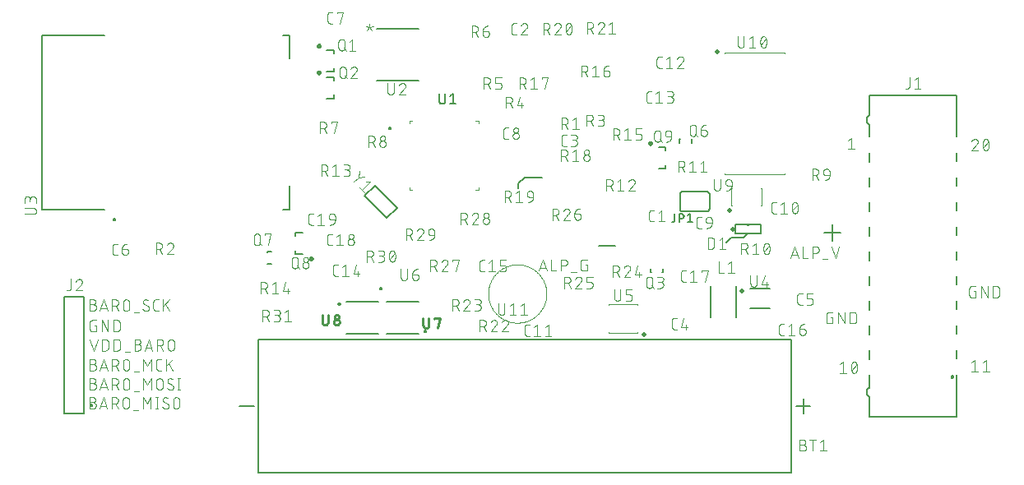
<source format=gbr>
G04 EAGLE Gerber RS-274X export*
G75*
%MOMM*%
%FSLAX34Y34*%
%LPD*%
%INSilkscreen Top*%
%IPPOS*%
%AMOC8*
5,1,8,0,0,1.08239X$1,22.5*%
G01*
%ADD10C,0.101600*%
%ADD11C,0.152400*%
%ADD12C,0.127000*%
%ADD13C,0.150000*%
%ADD14C,0.500000*%
%ADD15C,0.200000*%
%ADD16C,0.250000*%
%ADD17C,0.120000*%
%ADD18C,0.076200*%
%ADD19C,0.228600*%
%ADD20C,0.203200*%


D10*
X52508Y224749D02*
X55754Y224749D01*
X55754Y224750D02*
X55867Y224748D01*
X55980Y224742D01*
X56093Y224732D01*
X56206Y224718D01*
X56318Y224701D01*
X56429Y224679D01*
X56539Y224654D01*
X56649Y224624D01*
X56757Y224591D01*
X56864Y224554D01*
X56970Y224514D01*
X57074Y224469D01*
X57177Y224421D01*
X57278Y224370D01*
X57377Y224315D01*
X57474Y224257D01*
X57569Y224195D01*
X57662Y224130D01*
X57752Y224062D01*
X57840Y223991D01*
X57926Y223916D01*
X58009Y223839D01*
X58089Y223759D01*
X58166Y223676D01*
X58241Y223590D01*
X58312Y223502D01*
X58380Y223412D01*
X58445Y223319D01*
X58507Y223224D01*
X58565Y223127D01*
X58620Y223028D01*
X58671Y222927D01*
X58719Y222824D01*
X58764Y222720D01*
X58804Y222614D01*
X58841Y222507D01*
X58874Y222399D01*
X58904Y222289D01*
X58929Y222179D01*
X58951Y222068D01*
X58968Y221956D01*
X58982Y221843D01*
X58992Y221730D01*
X58998Y221617D01*
X59000Y221504D01*
X58998Y221391D01*
X58992Y221278D01*
X58982Y221165D01*
X58968Y221052D01*
X58951Y220940D01*
X58929Y220829D01*
X58904Y220719D01*
X58874Y220609D01*
X58841Y220501D01*
X58804Y220394D01*
X58764Y220288D01*
X58719Y220184D01*
X58671Y220081D01*
X58620Y219980D01*
X58565Y219881D01*
X58507Y219784D01*
X58445Y219689D01*
X58380Y219596D01*
X58312Y219506D01*
X58241Y219418D01*
X58166Y219332D01*
X58089Y219249D01*
X58009Y219169D01*
X57926Y219092D01*
X57840Y219017D01*
X57752Y218946D01*
X57662Y218878D01*
X57569Y218813D01*
X57474Y218751D01*
X57377Y218693D01*
X57278Y218638D01*
X57177Y218587D01*
X57074Y218539D01*
X56970Y218494D01*
X56864Y218454D01*
X56757Y218417D01*
X56649Y218384D01*
X56539Y218354D01*
X56429Y218329D01*
X56318Y218307D01*
X56206Y218290D01*
X56093Y218276D01*
X55980Y218266D01*
X55867Y218260D01*
X55754Y218258D01*
X52508Y218258D01*
X52508Y229942D01*
X55754Y229942D01*
X55855Y229940D01*
X55955Y229934D01*
X56055Y229924D01*
X56155Y229911D01*
X56254Y229893D01*
X56353Y229872D01*
X56450Y229847D01*
X56547Y229818D01*
X56642Y229785D01*
X56736Y229749D01*
X56828Y229709D01*
X56919Y229666D01*
X57008Y229619D01*
X57095Y229569D01*
X57181Y229515D01*
X57264Y229458D01*
X57344Y229398D01*
X57423Y229335D01*
X57499Y229268D01*
X57572Y229199D01*
X57642Y229127D01*
X57710Y229053D01*
X57775Y228976D01*
X57836Y228896D01*
X57895Y228814D01*
X57950Y228730D01*
X58002Y228644D01*
X58051Y228556D01*
X58096Y228466D01*
X58138Y228374D01*
X58176Y228281D01*
X58210Y228186D01*
X58241Y228091D01*
X58268Y227994D01*
X58291Y227896D01*
X58311Y227797D01*
X58326Y227697D01*
X58338Y227597D01*
X58346Y227497D01*
X58350Y227396D01*
X58350Y227296D01*
X58346Y227195D01*
X58338Y227095D01*
X58326Y226995D01*
X58311Y226895D01*
X58291Y226796D01*
X58268Y226698D01*
X58241Y226601D01*
X58210Y226506D01*
X58176Y226411D01*
X58138Y226318D01*
X58096Y226226D01*
X58051Y226136D01*
X58002Y226048D01*
X57950Y225962D01*
X57895Y225878D01*
X57836Y225796D01*
X57775Y225716D01*
X57710Y225639D01*
X57642Y225565D01*
X57572Y225493D01*
X57499Y225424D01*
X57423Y225357D01*
X57344Y225294D01*
X57264Y225234D01*
X57181Y225177D01*
X57095Y225123D01*
X57008Y225073D01*
X56919Y225026D01*
X56828Y224983D01*
X56736Y224943D01*
X56642Y224907D01*
X56547Y224874D01*
X56450Y224845D01*
X56353Y224820D01*
X56254Y224799D01*
X56155Y224781D01*
X56055Y224768D01*
X55955Y224758D01*
X55855Y224752D01*
X55754Y224750D01*
X62739Y218258D02*
X66633Y229942D01*
X70528Y218258D01*
X69554Y221179D02*
X63712Y221179D01*
X75272Y218258D02*
X75272Y229942D01*
X78518Y229942D01*
X78631Y229940D01*
X78744Y229934D01*
X78857Y229924D01*
X78970Y229910D01*
X79082Y229893D01*
X79193Y229871D01*
X79303Y229846D01*
X79413Y229816D01*
X79521Y229783D01*
X79628Y229746D01*
X79734Y229706D01*
X79838Y229661D01*
X79941Y229613D01*
X80042Y229562D01*
X80141Y229507D01*
X80238Y229449D01*
X80333Y229387D01*
X80426Y229322D01*
X80516Y229254D01*
X80604Y229183D01*
X80690Y229108D01*
X80773Y229031D01*
X80853Y228951D01*
X80930Y228868D01*
X81005Y228782D01*
X81076Y228694D01*
X81144Y228604D01*
X81209Y228511D01*
X81271Y228416D01*
X81329Y228319D01*
X81384Y228220D01*
X81435Y228119D01*
X81483Y228016D01*
X81528Y227912D01*
X81568Y227806D01*
X81605Y227699D01*
X81638Y227591D01*
X81668Y227481D01*
X81693Y227371D01*
X81715Y227260D01*
X81732Y227148D01*
X81746Y227035D01*
X81756Y226922D01*
X81762Y226809D01*
X81764Y226696D01*
X81762Y226583D01*
X81756Y226470D01*
X81746Y226357D01*
X81732Y226244D01*
X81715Y226132D01*
X81693Y226021D01*
X81668Y225911D01*
X81638Y225801D01*
X81605Y225693D01*
X81568Y225586D01*
X81528Y225480D01*
X81483Y225376D01*
X81435Y225273D01*
X81384Y225172D01*
X81329Y225073D01*
X81271Y224976D01*
X81209Y224881D01*
X81144Y224788D01*
X81076Y224698D01*
X81005Y224610D01*
X80930Y224524D01*
X80853Y224441D01*
X80773Y224361D01*
X80690Y224284D01*
X80604Y224209D01*
X80516Y224138D01*
X80426Y224070D01*
X80333Y224005D01*
X80238Y223943D01*
X80141Y223885D01*
X80042Y223830D01*
X79941Y223779D01*
X79838Y223731D01*
X79734Y223686D01*
X79628Y223646D01*
X79521Y223609D01*
X79413Y223576D01*
X79303Y223546D01*
X79193Y223521D01*
X79082Y223499D01*
X78970Y223482D01*
X78857Y223468D01*
X78744Y223458D01*
X78631Y223452D01*
X78518Y223450D01*
X78518Y223451D02*
X75272Y223451D01*
X79167Y223451D02*
X81763Y218258D01*
X86629Y221504D02*
X86629Y226696D01*
X86628Y226696D02*
X86630Y226809D01*
X86636Y226922D01*
X86646Y227035D01*
X86660Y227148D01*
X86677Y227260D01*
X86699Y227371D01*
X86724Y227481D01*
X86754Y227591D01*
X86787Y227699D01*
X86824Y227806D01*
X86864Y227912D01*
X86909Y228016D01*
X86957Y228119D01*
X87008Y228220D01*
X87063Y228319D01*
X87121Y228416D01*
X87183Y228511D01*
X87248Y228604D01*
X87316Y228694D01*
X87387Y228782D01*
X87462Y228868D01*
X87539Y228951D01*
X87619Y229031D01*
X87702Y229108D01*
X87788Y229183D01*
X87876Y229254D01*
X87966Y229322D01*
X88059Y229387D01*
X88154Y229449D01*
X88251Y229507D01*
X88350Y229562D01*
X88451Y229613D01*
X88554Y229661D01*
X88658Y229706D01*
X88764Y229746D01*
X88871Y229783D01*
X88979Y229816D01*
X89089Y229846D01*
X89199Y229871D01*
X89310Y229893D01*
X89422Y229910D01*
X89535Y229924D01*
X89648Y229934D01*
X89761Y229940D01*
X89874Y229942D01*
X89987Y229940D01*
X90100Y229934D01*
X90213Y229924D01*
X90326Y229910D01*
X90438Y229893D01*
X90549Y229871D01*
X90659Y229846D01*
X90769Y229816D01*
X90877Y229783D01*
X90984Y229746D01*
X91090Y229706D01*
X91194Y229661D01*
X91297Y229613D01*
X91398Y229562D01*
X91497Y229507D01*
X91594Y229449D01*
X91689Y229387D01*
X91782Y229322D01*
X91872Y229254D01*
X91960Y229183D01*
X92046Y229108D01*
X92129Y229031D01*
X92209Y228951D01*
X92286Y228868D01*
X92361Y228782D01*
X92432Y228694D01*
X92500Y228604D01*
X92565Y228511D01*
X92627Y228416D01*
X92685Y228319D01*
X92740Y228220D01*
X92791Y228119D01*
X92839Y228016D01*
X92884Y227912D01*
X92924Y227806D01*
X92961Y227699D01*
X92994Y227591D01*
X93024Y227481D01*
X93049Y227371D01*
X93071Y227260D01*
X93088Y227148D01*
X93102Y227035D01*
X93112Y226922D01*
X93118Y226809D01*
X93120Y226696D01*
X93120Y221504D01*
X93118Y221391D01*
X93112Y221278D01*
X93102Y221165D01*
X93088Y221052D01*
X93071Y220940D01*
X93049Y220829D01*
X93024Y220719D01*
X92994Y220609D01*
X92961Y220501D01*
X92924Y220394D01*
X92884Y220288D01*
X92839Y220184D01*
X92791Y220081D01*
X92740Y219980D01*
X92685Y219881D01*
X92627Y219784D01*
X92565Y219689D01*
X92500Y219596D01*
X92432Y219506D01*
X92361Y219418D01*
X92286Y219332D01*
X92209Y219249D01*
X92129Y219169D01*
X92046Y219092D01*
X91960Y219017D01*
X91872Y218946D01*
X91782Y218878D01*
X91689Y218813D01*
X91594Y218751D01*
X91497Y218693D01*
X91398Y218638D01*
X91297Y218587D01*
X91194Y218539D01*
X91090Y218494D01*
X90984Y218454D01*
X90877Y218417D01*
X90769Y218384D01*
X90659Y218354D01*
X90549Y218329D01*
X90438Y218307D01*
X90326Y218290D01*
X90213Y218276D01*
X90100Y218266D01*
X89987Y218260D01*
X89874Y218258D01*
X89761Y218260D01*
X89648Y218266D01*
X89535Y218276D01*
X89422Y218290D01*
X89310Y218307D01*
X89199Y218329D01*
X89089Y218354D01*
X88979Y218384D01*
X88871Y218417D01*
X88764Y218454D01*
X88658Y218494D01*
X88554Y218539D01*
X88451Y218587D01*
X88350Y218638D01*
X88251Y218693D01*
X88154Y218751D01*
X88059Y218813D01*
X87966Y218878D01*
X87876Y218946D01*
X87788Y219017D01*
X87702Y219092D01*
X87619Y219169D01*
X87539Y219249D01*
X87462Y219332D01*
X87387Y219418D01*
X87316Y219506D01*
X87248Y219596D01*
X87183Y219689D01*
X87121Y219784D01*
X87063Y219881D01*
X87008Y219980D01*
X86957Y220081D01*
X86909Y220184D01*
X86864Y220288D01*
X86824Y220394D01*
X86787Y220501D01*
X86754Y220609D01*
X86724Y220719D01*
X86699Y220829D01*
X86677Y220940D01*
X86660Y221052D01*
X86646Y221165D01*
X86636Y221278D01*
X86630Y221391D01*
X86628Y221504D01*
X97565Y216960D02*
X102758Y216960D01*
X110716Y218258D02*
X110815Y218260D01*
X110915Y218266D01*
X111014Y218275D01*
X111112Y218288D01*
X111210Y218305D01*
X111308Y218326D01*
X111404Y218351D01*
X111499Y218379D01*
X111593Y218411D01*
X111686Y218446D01*
X111778Y218485D01*
X111868Y218528D01*
X111956Y218573D01*
X112043Y218623D01*
X112127Y218675D01*
X112210Y218731D01*
X112290Y218789D01*
X112368Y218851D01*
X112443Y218916D01*
X112516Y218984D01*
X112586Y219054D01*
X112654Y219127D01*
X112719Y219202D01*
X112781Y219280D01*
X112839Y219360D01*
X112895Y219443D01*
X112947Y219527D01*
X112997Y219614D01*
X113042Y219702D01*
X113085Y219792D01*
X113124Y219884D01*
X113159Y219977D01*
X113191Y220071D01*
X113219Y220166D01*
X113244Y220262D01*
X113265Y220360D01*
X113282Y220458D01*
X113295Y220556D01*
X113304Y220655D01*
X113310Y220755D01*
X113312Y220854D01*
X110716Y218258D02*
X110572Y218260D01*
X110427Y218266D01*
X110283Y218275D01*
X110140Y218288D01*
X109996Y218305D01*
X109853Y218326D01*
X109711Y218351D01*
X109570Y218379D01*
X109429Y218411D01*
X109289Y218447D01*
X109150Y218486D01*
X109012Y218529D01*
X108876Y218576D01*
X108740Y218626D01*
X108606Y218680D01*
X108474Y218737D01*
X108343Y218798D01*
X108214Y218862D01*
X108086Y218930D01*
X107960Y219000D01*
X107836Y219075D01*
X107715Y219152D01*
X107595Y219233D01*
X107477Y219316D01*
X107362Y219403D01*
X107249Y219493D01*
X107138Y219586D01*
X107030Y219681D01*
X106924Y219780D01*
X106821Y219881D01*
X107147Y227346D02*
X107149Y227445D01*
X107155Y227545D01*
X107164Y227644D01*
X107177Y227742D01*
X107194Y227840D01*
X107215Y227938D01*
X107240Y228034D01*
X107268Y228129D01*
X107300Y228223D01*
X107335Y228316D01*
X107374Y228408D01*
X107417Y228498D01*
X107462Y228586D01*
X107512Y228673D01*
X107564Y228757D01*
X107620Y228840D01*
X107678Y228920D01*
X107740Y228998D01*
X107805Y229073D01*
X107873Y229146D01*
X107943Y229216D01*
X108016Y229284D01*
X108091Y229349D01*
X108169Y229411D01*
X108249Y229469D01*
X108332Y229525D01*
X108416Y229577D01*
X108503Y229627D01*
X108591Y229672D01*
X108681Y229715D01*
X108773Y229754D01*
X108866Y229789D01*
X108960Y229821D01*
X109055Y229849D01*
X109152Y229874D01*
X109249Y229895D01*
X109347Y229912D01*
X109445Y229925D01*
X109544Y229934D01*
X109644Y229940D01*
X109743Y229942D01*
X109879Y229940D01*
X110015Y229934D01*
X110151Y229925D01*
X110287Y229912D01*
X110422Y229894D01*
X110556Y229874D01*
X110690Y229849D01*
X110824Y229821D01*
X110956Y229788D01*
X111087Y229753D01*
X111218Y229713D01*
X111347Y229670D01*
X111475Y229624D01*
X111601Y229573D01*
X111727Y229520D01*
X111850Y229462D01*
X111972Y229402D01*
X112092Y229338D01*
X112211Y229270D01*
X112327Y229200D01*
X112441Y229126D01*
X112554Y229049D01*
X112664Y228968D01*
X108444Y225074D02*
X108358Y225127D01*
X108274Y225184D01*
X108192Y225243D01*
X108112Y225306D01*
X108035Y225372D01*
X107960Y225440D01*
X107888Y225512D01*
X107819Y225586D01*
X107753Y225663D01*
X107690Y225742D01*
X107630Y225824D01*
X107573Y225908D01*
X107519Y225994D01*
X107469Y226082D01*
X107422Y226172D01*
X107378Y226263D01*
X107339Y226357D01*
X107302Y226451D01*
X107270Y226547D01*
X107241Y226645D01*
X107216Y226743D01*
X107195Y226842D01*
X107177Y226942D01*
X107164Y227042D01*
X107154Y227143D01*
X107148Y227245D01*
X107146Y227346D01*
X112015Y223126D02*
X112101Y223073D01*
X112185Y223016D01*
X112267Y222957D01*
X112347Y222894D01*
X112424Y222828D01*
X112499Y222760D01*
X112571Y222688D01*
X112640Y222614D01*
X112706Y222537D01*
X112769Y222458D01*
X112829Y222376D01*
X112886Y222292D01*
X112940Y222206D01*
X112990Y222118D01*
X113037Y222028D01*
X113081Y221937D01*
X113120Y221843D01*
X113157Y221749D01*
X113189Y221653D01*
X113218Y221555D01*
X113243Y221457D01*
X113264Y221358D01*
X113282Y221258D01*
X113295Y221158D01*
X113305Y221057D01*
X113311Y220955D01*
X113313Y220854D01*
X112014Y223126D02*
X108444Y225074D01*
X120434Y218258D02*
X123030Y218258D01*
X120434Y218258D02*
X120335Y218260D01*
X120235Y218266D01*
X120136Y218275D01*
X120038Y218288D01*
X119940Y218305D01*
X119842Y218326D01*
X119746Y218351D01*
X119651Y218379D01*
X119557Y218411D01*
X119464Y218446D01*
X119372Y218485D01*
X119282Y218528D01*
X119194Y218573D01*
X119107Y218623D01*
X119023Y218675D01*
X118940Y218731D01*
X118860Y218789D01*
X118782Y218851D01*
X118707Y218916D01*
X118634Y218984D01*
X118564Y219054D01*
X118496Y219127D01*
X118431Y219202D01*
X118369Y219280D01*
X118311Y219360D01*
X118255Y219443D01*
X118203Y219527D01*
X118153Y219614D01*
X118108Y219702D01*
X118065Y219792D01*
X118026Y219884D01*
X117991Y219977D01*
X117959Y220071D01*
X117931Y220166D01*
X117906Y220262D01*
X117885Y220360D01*
X117868Y220458D01*
X117855Y220556D01*
X117846Y220655D01*
X117840Y220755D01*
X117838Y220854D01*
X117837Y220854D02*
X117837Y227346D01*
X117838Y227346D02*
X117840Y227445D01*
X117846Y227545D01*
X117855Y227644D01*
X117868Y227742D01*
X117885Y227840D01*
X117906Y227938D01*
X117931Y228034D01*
X117959Y228129D01*
X117991Y228223D01*
X118026Y228316D01*
X118065Y228408D01*
X118108Y228498D01*
X118153Y228586D01*
X118203Y228673D01*
X118255Y228757D01*
X118311Y228840D01*
X118369Y228920D01*
X118431Y228998D01*
X118496Y229073D01*
X118564Y229146D01*
X118634Y229216D01*
X118707Y229284D01*
X118782Y229349D01*
X118860Y229411D01*
X118940Y229469D01*
X119023Y229525D01*
X119107Y229577D01*
X119194Y229627D01*
X119282Y229672D01*
X119372Y229715D01*
X119464Y229754D01*
X119556Y229789D01*
X119651Y229821D01*
X119746Y229849D01*
X119842Y229874D01*
X119940Y229895D01*
X120038Y229912D01*
X120136Y229925D01*
X120235Y229934D01*
X120335Y229940D01*
X120434Y229942D01*
X123030Y229942D01*
X127946Y229942D02*
X127946Y218258D01*
X127946Y222802D02*
X134437Y229942D01*
X130542Y225398D02*
X134437Y218258D01*
X58999Y203499D02*
X57052Y203499D01*
X58999Y203499D02*
X58999Y197008D01*
X55104Y197008D01*
X55005Y197010D01*
X54905Y197016D01*
X54806Y197025D01*
X54708Y197038D01*
X54610Y197055D01*
X54512Y197076D01*
X54416Y197101D01*
X54321Y197129D01*
X54227Y197161D01*
X54134Y197196D01*
X54042Y197235D01*
X53952Y197278D01*
X53864Y197323D01*
X53777Y197373D01*
X53693Y197425D01*
X53610Y197481D01*
X53530Y197539D01*
X53452Y197601D01*
X53377Y197666D01*
X53304Y197734D01*
X53234Y197804D01*
X53166Y197877D01*
X53101Y197952D01*
X53039Y198030D01*
X52981Y198110D01*
X52925Y198193D01*
X52873Y198277D01*
X52823Y198364D01*
X52778Y198452D01*
X52735Y198542D01*
X52696Y198634D01*
X52661Y198727D01*
X52629Y198821D01*
X52601Y198916D01*
X52576Y199012D01*
X52555Y199110D01*
X52538Y199208D01*
X52525Y199306D01*
X52516Y199405D01*
X52510Y199505D01*
X52508Y199604D01*
X52508Y206096D01*
X52510Y206195D01*
X52516Y206295D01*
X52525Y206394D01*
X52538Y206492D01*
X52555Y206590D01*
X52576Y206688D01*
X52601Y206784D01*
X52629Y206879D01*
X52661Y206973D01*
X52696Y207066D01*
X52735Y207158D01*
X52778Y207248D01*
X52823Y207336D01*
X52873Y207423D01*
X52925Y207507D01*
X52981Y207590D01*
X53039Y207670D01*
X53101Y207748D01*
X53166Y207823D01*
X53234Y207896D01*
X53304Y207966D01*
X53377Y208034D01*
X53452Y208099D01*
X53530Y208161D01*
X53610Y208219D01*
X53693Y208275D01*
X53777Y208327D01*
X53864Y208377D01*
X53952Y208422D01*
X54042Y208465D01*
X54134Y208504D01*
X54226Y208539D01*
X54321Y208571D01*
X54416Y208599D01*
X54512Y208624D01*
X54610Y208645D01*
X54708Y208662D01*
X54806Y208675D01*
X54905Y208684D01*
X55005Y208690D01*
X55104Y208692D01*
X58999Y208692D01*
X64700Y208692D02*
X64700Y197008D01*
X71191Y197008D02*
X64700Y208692D01*
X71191Y208692D02*
X71191Y197008D01*
X76892Y197008D02*
X76892Y208692D01*
X80137Y208692D01*
X80250Y208690D01*
X80363Y208684D01*
X80476Y208674D01*
X80589Y208660D01*
X80701Y208643D01*
X80812Y208621D01*
X80922Y208596D01*
X81032Y208566D01*
X81140Y208533D01*
X81247Y208496D01*
X81353Y208456D01*
X81457Y208411D01*
X81560Y208363D01*
X81661Y208312D01*
X81760Y208257D01*
X81857Y208199D01*
X81952Y208137D01*
X82045Y208072D01*
X82135Y208004D01*
X82223Y207933D01*
X82309Y207858D01*
X82392Y207781D01*
X82472Y207701D01*
X82549Y207618D01*
X82624Y207532D01*
X82695Y207444D01*
X82763Y207354D01*
X82828Y207261D01*
X82890Y207166D01*
X82948Y207069D01*
X83003Y206970D01*
X83054Y206869D01*
X83102Y206766D01*
X83147Y206662D01*
X83187Y206556D01*
X83224Y206449D01*
X83257Y206341D01*
X83287Y206231D01*
X83312Y206121D01*
X83334Y206010D01*
X83351Y205898D01*
X83365Y205785D01*
X83375Y205672D01*
X83381Y205559D01*
X83383Y205446D01*
X83383Y200254D01*
X83384Y200254D02*
X83382Y200141D01*
X83376Y200028D01*
X83366Y199915D01*
X83352Y199802D01*
X83335Y199690D01*
X83313Y199579D01*
X83288Y199469D01*
X83258Y199359D01*
X83225Y199251D01*
X83188Y199144D01*
X83148Y199038D01*
X83103Y198934D01*
X83055Y198831D01*
X83004Y198730D01*
X82949Y198631D01*
X82891Y198534D01*
X82829Y198439D01*
X82764Y198346D01*
X82696Y198256D01*
X82625Y198168D01*
X82550Y198082D01*
X82473Y197999D01*
X82393Y197919D01*
X82310Y197842D01*
X82224Y197767D01*
X82136Y197696D01*
X82046Y197628D01*
X81953Y197563D01*
X81858Y197501D01*
X81761Y197443D01*
X81662Y197388D01*
X81561Y197337D01*
X81458Y197289D01*
X81354Y197244D01*
X81248Y197204D01*
X81141Y197167D01*
X81033Y197134D01*
X80923Y197104D01*
X80813Y197079D01*
X80702Y197057D01*
X80590Y197040D01*
X80477Y197026D01*
X80364Y197016D01*
X80251Y197010D01*
X80138Y197008D01*
X80137Y197008D02*
X76892Y197008D01*
X52508Y188942D02*
X56403Y177258D01*
X60297Y188942D01*
X64968Y188942D02*
X64968Y177258D01*
X64968Y188942D02*
X68214Y188942D01*
X68327Y188940D01*
X68440Y188934D01*
X68553Y188924D01*
X68666Y188910D01*
X68778Y188893D01*
X68889Y188871D01*
X68999Y188846D01*
X69109Y188816D01*
X69217Y188783D01*
X69324Y188746D01*
X69430Y188706D01*
X69534Y188661D01*
X69637Y188613D01*
X69738Y188562D01*
X69837Y188507D01*
X69934Y188449D01*
X70029Y188387D01*
X70122Y188322D01*
X70212Y188254D01*
X70300Y188183D01*
X70386Y188108D01*
X70469Y188031D01*
X70549Y187951D01*
X70626Y187868D01*
X70701Y187782D01*
X70772Y187694D01*
X70840Y187604D01*
X70905Y187511D01*
X70967Y187416D01*
X71025Y187319D01*
X71080Y187220D01*
X71131Y187119D01*
X71179Y187016D01*
X71224Y186912D01*
X71264Y186806D01*
X71301Y186699D01*
X71334Y186591D01*
X71364Y186481D01*
X71389Y186371D01*
X71411Y186260D01*
X71428Y186148D01*
X71442Y186035D01*
X71452Y185922D01*
X71458Y185809D01*
X71460Y185696D01*
X71459Y185696D02*
X71459Y180504D01*
X71460Y180504D02*
X71458Y180391D01*
X71452Y180278D01*
X71442Y180165D01*
X71428Y180052D01*
X71411Y179940D01*
X71389Y179829D01*
X71364Y179719D01*
X71334Y179609D01*
X71301Y179501D01*
X71264Y179394D01*
X71224Y179288D01*
X71179Y179184D01*
X71131Y179081D01*
X71080Y178980D01*
X71025Y178881D01*
X70967Y178784D01*
X70905Y178689D01*
X70840Y178596D01*
X70772Y178506D01*
X70701Y178418D01*
X70626Y178332D01*
X70549Y178249D01*
X70469Y178169D01*
X70386Y178092D01*
X70300Y178017D01*
X70212Y177946D01*
X70122Y177878D01*
X70029Y177813D01*
X69934Y177751D01*
X69837Y177693D01*
X69738Y177638D01*
X69637Y177587D01*
X69534Y177539D01*
X69430Y177494D01*
X69324Y177454D01*
X69217Y177417D01*
X69109Y177384D01*
X68999Y177354D01*
X68889Y177329D01*
X68778Y177307D01*
X68666Y177290D01*
X68553Y177276D01*
X68440Y177266D01*
X68327Y177260D01*
X68214Y177258D01*
X64968Y177258D01*
X77160Y177258D02*
X77160Y188942D01*
X80406Y188942D01*
X80519Y188940D01*
X80632Y188934D01*
X80745Y188924D01*
X80858Y188910D01*
X80970Y188893D01*
X81081Y188871D01*
X81191Y188846D01*
X81301Y188816D01*
X81409Y188783D01*
X81516Y188746D01*
X81622Y188706D01*
X81726Y188661D01*
X81829Y188613D01*
X81930Y188562D01*
X82029Y188507D01*
X82126Y188449D01*
X82221Y188387D01*
X82314Y188322D01*
X82404Y188254D01*
X82492Y188183D01*
X82578Y188108D01*
X82661Y188031D01*
X82741Y187951D01*
X82818Y187868D01*
X82893Y187782D01*
X82964Y187694D01*
X83032Y187604D01*
X83097Y187511D01*
X83159Y187416D01*
X83217Y187319D01*
X83272Y187220D01*
X83323Y187119D01*
X83371Y187016D01*
X83416Y186912D01*
X83456Y186806D01*
X83493Y186699D01*
X83526Y186591D01*
X83556Y186481D01*
X83581Y186371D01*
X83603Y186260D01*
X83620Y186148D01*
X83634Y186035D01*
X83644Y185922D01*
X83650Y185809D01*
X83652Y185696D01*
X83651Y185696D02*
X83651Y180504D01*
X83652Y180504D02*
X83650Y180391D01*
X83644Y180278D01*
X83634Y180165D01*
X83620Y180052D01*
X83603Y179940D01*
X83581Y179829D01*
X83556Y179719D01*
X83526Y179609D01*
X83493Y179501D01*
X83456Y179394D01*
X83416Y179288D01*
X83371Y179184D01*
X83323Y179081D01*
X83272Y178980D01*
X83217Y178881D01*
X83159Y178784D01*
X83097Y178689D01*
X83032Y178596D01*
X82964Y178506D01*
X82893Y178418D01*
X82818Y178332D01*
X82741Y178249D01*
X82661Y178169D01*
X82578Y178092D01*
X82492Y178017D01*
X82404Y177946D01*
X82314Y177878D01*
X82221Y177813D01*
X82126Y177751D01*
X82029Y177693D01*
X81930Y177638D01*
X81829Y177587D01*
X81726Y177539D01*
X81622Y177494D01*
X81516Y177454D01*
X81409Y177417D01*
X81301Y177384D01*
X81191Y177354D01*
X81081Y177329D01*
X80970Y177307D01*
X80858Y177290D01*
X80745Y177276D01*
X80632Y177266D01*
X80519Y177260D01*
X80406Y177258D01*
X77160Y177258D01*
X88477Y175960D02*
X93670Y175960D01*
X98665Y183749D02*
X101911Y183749D01*
X101911Y183750D02*
X102024Y183748D01*
X102137Y183742D01*
X102250Y183732D01*
X102363Y183718D01*
X102475Y183701D01*
X102586Y183679D01*
X102696Y183654D01*
X102806Y183624D01*
X102914Y183591D01*
X103021Y183554D01*
X103127Y183514D01*
X103231Y183469D01*
X103334Y183421D01*
X103435Y183370D01*
X103534Y183315D01*
X103631Y183257D01*
X103726Y183195D01*
X103819Y183130D01*
X103909Y183062D01*
X103997Y182991D01*
X104083Y182916D01*
X104166Y182839D01*
X104246Y182759D01*
X104323Y182676D01*
X104398Y182590D01*
X104469Y182502D01*
X104537Y182412D01*
X104602Y182319D01*
X104664Y182224D01*
X104722Y182127D01*
X104777Y182028D01*
X104828Y181927D01*
X104876Y181824D01*
X104921Y181720D01*
X104961Y181614D01*
X104998Y181507D01*
X105031Y181399D01*
X105061Y181289D01*
X105086Y181179D01*
X105108Y181068D01*
X105125Y180956D01*
X105139Y180843D01*
X105149Y180730D01*
X105155Y180617D01*
X105157Y180504D01*
X105155Y180391D01*
X105149Y180278D01*
X105139Y180165D01*
X105125Y180052D01*
X105108Y179940D01*
X105086Y179829D01*
X105061Y179719D01*
X105031Y179609D01*
X104998Y179501D01*
X104961Y179394D01*
X104921Y179288D01*
X104876Y179184D01*
X104828Y179081D01*
X104777Y178980D01*
X104722Y178881D01*
X104664Y178784D01*
X104602Y178689D01*
X104537Y178596D01*
X104469Y178506D01*
X104398Y178418D01*
X104323Y178332D01*
X104246Y178249D01*
X104166Y178169D01*
X104083Y178092D01*
X103997Y178017D01*
X103909Y177946D01*
X103819Y177878D01*
X103726Y177813D01*
X103631Y177751D01*
X103534Y177693D01*
X103435Y177638D01*
X103334Y177587D01*
X103231Y177539D01*
X103127Y177494D01*
X103021Y177454D01*
X102914Y177417D01*
X102806Y177384D01*
X102696Y177354D01*
X102586Y177329D01*
X102475Y177307D01*
X102363Y177290D01*
X102250Y177276D01*
X102137Y177266D01*
X102024Y177260D01*
X101911Y177258D01*
X98665Y177258D01*
X98665Y188942D01*
X101911Y188942D01*
X102012Y188940D01*
X102112Y188934D01*
X102212Y188924D01*
X102312Y188911D01*
X102411Y188893D01*
X102510Y188872D01*
X102607Y188847D01*
X102704Y188818D01*
X102799Y188785D01*
X102893Y188749D01*
X102985Y188709D01*
X103076Y188666D01*
X103165Y188619D01*
X103252Y188569D01*
X103338Y188515D01*
X103421Y188458D01*
X103501Y188398D01*
X103580Y188335D01*
X103656Y188268D01*
X103729Y188199D01*
X103799Y188127D01*
X103867Y188053D01*
X103932Y187976D01*
X103993Y187896D01*
X104052Y187814D01*
X104107Y187730D01*
X104159Y187644D01*
X104208Y187556D01*
X104253Y187466D01*
X104295Y187374D01*
X104333Y187281D01*
X104367Y187186D01*
X104398Y187091D01*
X104425Y186994D01*
X104448Y186896D01*
X104468Y186797D01*
X104483Y186697D01*
X104495Y186597D01*
X104503Y186497D01*
X104507Y186396D01*
X104507Y186296D01*
X104503Y186195D01*
X104495Y186095D01*
X104483Y185995D01*
X104468Y185895D01*
X104448Y185796D01*
X104425Y185698D01*
X104398Y185601D01*
X104367Y185506D01*
X104333Y185411D01*
X104295Y185318D01*
X104253Y185226D01*
X104208Y185136D01*
X104159Y185048D01*
X104107Y184962D01*
X104052Y184878D01*
X103993Y184796D01*
X103932Y184716D01*
X103867Y184639D01*
X103799Y184565D01*
X103729Y184493D01*
X103656Y184424D01*
X103580Y184357D01*
X103501Y184294D01*
X103421Y184234D01*
X103338Y184177D01*
X103252Y184123D01*
X103165Y184073D01*
X103076Y184026D01*
X102985Y183983D01*
X102893Y183943D01*
X102799Y183907D01*
X102704Y183874D01*
X102607Y183845D01*
X102510Y183820D01*
X102411Y183799D01*
X102312Y183781D01*
X102212Y183768D01*
X102112Y183758D01*
X102012Y183752D01*
X101911Y183750D01*
X108896Y177258D02*
X112791Y188942D01*
X116685Y177258D01*
X115712Y180179D02*
X109870Y180179D01*
X121430Y177258D02*
X121430Y188942D01*
X124675Y188942D01*
X124788Y188940D01*
X124901Y188934D01*
X125014Y188924D01*
X125127Y188910D01*
X125239Y188893D01*
X125350Y188871D01*
X125460Y188846D01*
X125570Y188816D01*
X125678Y188783D01*
X125785Y188746D01*
X125891Y188706D01*
X125995Y188661D01*
X126098Y188613D01*
X126199Y188562D01*
X126298Y188507D01*
X126395Y188449D01*
X126490Y188387D01*
X126583Y188322D01*
X126673Y188254D01*
X126761Y188183D01*
X126847Y188108D01*
X126930Y188031D01*
X127010Y187951D01*
X127087Y187868D01*
X127162Y187782D01*
X127233Y187694D01*
X127301Y187604D01*
X127366Y187511D01*
X127428Y187416D01*
X127486Y187319D01*
X127541Y187220D01*
X127592Y187119D01*
X127640Y187016D01*
X127685Y186912D01*
X127725Y186806D01*
X127762Y186699D01*
X127795Y186591D01*
X127825Y186481D01*
X127850Y186371D01*
X127872Y186260D01*
X127889Y186148D01*
X127903Y186035D01*
X127913Y185922D01*
X127919Y185809D01*
X127921Y185696D01*
X127919Y185583D01*
X127913Y185470D01*
X127903Y185357D01*
X127889Y185244D01*
X127872Y185132D01*
X127850Y185021D01*
X127825Y184911D01*
X127795Y184801D01*
X127762Y184693D01*
X127725Y184586D01*
X127685Y184480D01*
X127640Y184376D01*
X127592Y184273D01*
X127541Y184172D01*
X127486Y184073D01*
X127428Y183976D01*
X127366Y183881D01*
X127301Y183788D01*
X127233Y183698D01*
X127162Y183610D01*
X127087Y183524D01*
X127010Y183441D01*
X126930Y183361D01*
X126847Y183284D01*
X126761Y183209D01*
X126673Y183138D01*
X126583Y183070D01*
X126490Y183005D01*
X126395Y182943D01*
X126298Y182885D01*
X126199Y182830D01*
X126098Y182779D01*
X125995Y182731D01*
X125891Y182686D01*
X125785Y182646D01*
X125678Y182609D01*
X125570Y182576D01*
X125460Y182546D01*
X125350Y182521D01*
X125239Y182499D01*
X125127Y182482D01*
X125014Y182468D01*
X124901Y182458D01*
X124788Y182452D01*
X124675Y182450D01*
X124675Y182451D02*
X121430Y182451D01*
X125324Y182451D02*
X127921Y177258D01*
X132786Y180504D02*
X132786Y185696D01*
X132788Y185809D01*
X132794Y185922D01*
X132804Y186035D01*
X132818Y186148D01*
X132835Y186260D01*
X132857Y186371D01*
X132882Y186481D01*
X132912Y186591D01*
X132945Y186699D01*
X132982Y186806D01*
X133022Y186912D01*
X133067Y187016D01*
X133115Y187119D01*
X133166Y187220D01*
X133221Y187319D01*
X133279Y187416D01*
X133341Y187511D01*
X133406Y187604D01*
X133474Y187694D01*
X133545Y187782D01*
X133620Y187868D01*
X133697Y187951D01*
X133777Y188031D01*
X133860Y188108D01*
X133946Y188183D01*
X134034Y188254D01*
X134124Y188322D01*
X134217Y188387D01*
X134312Y188449D01*
X134409Y188507D01*
X134508Y188562D01*
X134609Y188613D01*
X134712Y188661D01*
X134816Y188706D01*
X134922Y188746D01*
X135029Y188783D01*
X135137Y188816D01*
X135247Y188846D01*
X135357Y188871D01*
X135468Y188893D01*
X135580Y188910D01*
X135693Y188924D01*
X135806Y188934D01*
X135919Y188940D01*
X136032Y188942D01*
X136145Y188940D01*
X136258Y188934D01*
X136371Y188924D01*
X136484Y188910D01*
X136596Y188893D01*
X136707Y188871D01*
X136817Y188846D01*
X136927Y188816D01*
X137035Y188783D01*
X137142Y188746D01*
X137248Y188706D01*
X137352Y188661D01*
X137455Y188613D01*
X137556Y188562D01*
X137655Y188507D01*
X137752Y188449D01*
X137847Y188387D01*
X137940Y188322D01*
X138030Y188254D01*
X138118Y188183D01*
X138204Y188108D01*
X138287Y188031D01*
X138367Y187951D01*
X138444Y187868D01*
X138519Y187782D01*
X138590Y187694D01*
X138658Y187604D01*
X138723Y187511D01*
X138785Y187416D01*
X138843Y187319D01*
X138898Y187220D01*
X138949Y187119D01*
X138997Y187016D01*
X139042Y186912D01*
X139082Y186806D01*
X139119Y186699D01*
X139152Y186591D01*
X139182Y186481D01*
X139207Y186371D01*
X139229Y186260D01*
X139246Y186148D01*
X139260Y186035D01*
X139270Y185922D01*
X139276Y185809D01*
X139278Y185696D01*
X139277Y185696D02*
X139277Y180504D01*
X139278Y180504D02*
X139276Y180391D01*
X139270Y180278D01*
X139260Y180165D01*
X139246Y180052D01*
X139229Y179940D01*
X139207Y179829D01*
X139182Y179719D01*
X139152Y179609D01*
X139119Y179501D01*
X139082Y179394D01*
X139042Y179288D01*
X138997Y179184D01*
X138949Y179081D01*
X138898Y178980D01*
X138843Y178881D01*
X138785Y178784D01*
X138723Y178689D01*
X138658Y178596D01*
X138590Y178506D01*
X138519Y178418D01*
X138444Y178332D01*
X138367Y178249D01*
X138287Y178169D01*
X138204Y178092D01*
X138118Y178017D01*
X138030Y177946D01*
X137940Y177878D01*
X137847Y177813D01*
X137752Y177751D01*
X137655Y177693D01*
X137556Y177638D01*
X137455Y177587D01*
X137352Y177539D01*
X137248Y177494D01*
X137142Y177454D01*
X137035Y177417D01*
X136927Y177384D01*
X136817Y177354D01*
X136707Y177329D01*
X136596Y177307D01*
X136484Y177290D01*
X136371Y177276D01*
X136258Y177266D01*
X136145Y177260D01*
X136032Y177258D01*
X135919Y177260D01*
X135806Y177266D01*
X135693Y177276D01*
X135580Y177290D01*
X135468Y177307D01*
X135357Y177329D01*
X135247Y177354D01*
X135137Y177384D01*
X135029Y177417D01*
X134922Y177454D01*
X134816Y177494D01*
X134712Y177539D01*
X134609Y177587D01*
X134508Y177638D01*
X134409Y177693D01*
X134312Y177751D01*
X134217Y177813D01*
X134124Y177878D01*
X134034Y177946D01*
X133946Y178017D01*
X133860Y178092D01*
X133777Y178169D01*
X133697Y178249D01*
X133620Y178332D01*
X133545Y178418D01*
X133474Y178506D01*
X133406Y178596D01*
X133341Y178689D01*
X133279Y178784D01*
X133221Y178881D01*
X133166Y178980D01*
X133115Y179081D01*
X133067Y179184D01*
X133022Y179288D01*
X132982Y179394D01*
X132945Y179501D01*
X132912Y179609D01*
X132882Y179719D01*
X132857Y179829D01*
X132835Y179940D01*
X132818Y180052D01*
X132804Y180165D01*
X132794Y180278D01*
X132788Y180391D01*
X132786Y180504D01*
X55754Y163249D02*
X52508Y163249D01*
X55754Y163250D02*
X55867Y163248D01*
X55980Y163242D01*
X56093Y163232D01*
X56206Y163218D01*
X56318Y163201D01*
X56429Y163179D01*
X56539Y163154D01*
X56649Y163124D01*
X56757Y163091D01*
X56864Y163054D01*
X56970Y163014D01*
X57074Y162969D01*
X57177Y162921D01*
X57278Y162870D01*
X57377Y162815D01*
X57474Y162757D01*
X57569Y162695D01*
X57662Y162630D01*
X57752Y162562D01*
X57840Y162491D01*
X57926Y162416D01*
X58009Y162339D01*
X58089Y162259D01*
X58166Y162176D01*
X58241Y162090D01*
X58312Y162002D01*
X58380Y161912D01*
X58445Y161819D01*
X58507Y161724D01*
X58565Y161627D01*
X58620Y161528D01*
X58671Y161427D01*
X58719Y161324D01*
X58764Y161220D01*
X58804Y161114D01*
X58841Y161007D01*
X58874Y160899D01*
X58904Y160789D01*
X58929Y160679D01*
X58951Y160568D01*
X58968Y160456D01*
X58982Y160343D01*
X58992Y160230D01*
X58998Y160117D01*
X59000Y160004D01*
X58998Y159891D01*
X58992Y159778D01*
X58982Y159665D01*
X58968Y159552D01*
X58951Y159440D01*
X58929Y159329D01*
X58904Y159219D01*
X58874Y159109D01*
X58841Y159001D01*
X58804Y158894D01*
X58764Y158788D01*
X58719Y158684D01*
X58671Y158581D01*
X58620Y158480D01*
X58565Y158381D01*
X58507Y158284D01*
X58445Y158189D01*
X58380Y158096D01*
X58312Y158006D01*
X58241Y157918D01*
X58166Y157832D01*
X58089Y157749D01*
X58009Y157669D01*
X57926Y157592D01*
X57840Y157517D01*
X57752Y157446D01*
X57662Y157378D01*
X57569Y157313D01*
X57474Y157251D01*
X57377Y157193D01*
X57278Y157138D01*
X57177Y157087D01*
X57074Y157039D01*
X56970Y156994D01*
X56864Y156954D01*
X56757Y156917D01*
X56649Y156884D01*
X56539Y156854D01*
X56429Y156829D01*
X56318Y156807D01*
X56206Y156790D01*
X56093Y156776D01*
X55980Y156766D01*
X55867Y156760D01*
X55754Y156758D01*
X52508Y156758D01*
X52508Y168442D01*
X55754Y168442D01*
X55855Y168440D01*
X55955Y168434D01*
X56055Y168424D01*
X56155Y168411D01*
X56254Y168393D01*
X56353Y168372D01*
X56450Y168347D01*
X56547Y168318D01*
X56642Y168285D01*
X56736Y168249D01*
X56828Y168209D01*
X56919Y168166D01*
X57008Y168119D01*
X57095Y168069D01*
X57181Y168015D01*
X57264Y167958D01*
X57344Y167898D01*
X57423Y167835D01*
X57499Y167768D01*
X57572Y167699D01*
X57642Y167627D01*
X57710Y167553D01*
X57775Y167476D01*
X57836Y167396D01*
X57895Y167314D01*
X57950Y167230D01*
X58002Y167144D01*
X58051Y167056D01*
X58096Y166966D01*
X58138Y166874D01*
X58176Y166781D01*
X58210Y166686D01*
X58241Y166591D01*
X58268Y166494D01*
X58291Y166396D01*
X58311Y166297D01*
X58326Y166197D01*
X58338Y166097D01*
X58346Y165997D01*
X58350Y165896D01*
X58350Y165796D01*
X58346Y165695D01*
X58338Y165595D01*
X58326Y165495D01*
X58311Y165395D01*
X58291Y165296D01*
X58268Y165198D01*
X58241Y165101D01*
X58210Y165006D01*
X58176Y164911D01*
X58138Y164818D01*
X58096Y164726D01*
X58051Y164636D01*
X58002Y164548D01*
X57950Y164462D01*
X57895Y164378D01*
X57836Y164296D01*
X57775Y164216D01*
X57710Y164139D01*
X57642Y164065D01*
X57572Y163993D01*
X57499Y163924D01*
X57423Y163857D01*
X57344Y163794D01*
X57264Y163734D01*
X57181Y163677D01*
X57095Y163623D01*
X57008Y163573D01*
X56919Y163526D01*
X56828Y163483D01*
X56736Y163443D01*
X56642Y163407D01*
X56547Y163374D01*
X56450Y163345D01*
X56353Y163320D01*
X56254Y163299D01*
X56155Y163281D01*
X56055Y163268D01*
X55955Y163258D01*
X55855Y163252D01*
X55754Y163250D01*
X62739Y156758D02*
X66633Y168442D01*
X70528Y156758D01*
X69554Y159679D02*
X63712Y159679D01*
X75272Y156758D02*
X75272Y168442D01*
X78518Y168442D01*
X78631Y168440D01*
X78744Y168434D01*
X78857Y168424D01*
X78970Y168410D01*
X79082Y168393D01*
X79193Y168371D01*
X79303Y168346D01*
X79413Y168316D01*
X79521Y168283D01*
X79628Y168246D01*
X79734Y168206D01*
X79838Y168161D01*
X79941Y168113D01*
X80042Y168062D01*
X80141Y168007D01*
X80238Y167949D01*
X80333Y167887D01*
X80426Y167822D01*
X80516Y167754D01*
X80604Y167683D01*
X80690Y167608D01*
X80773Y167531D01*
X80853Y167451D01*
X80930Y167368D01*
X81005Y167282D01*
X81076Y167194D01*
X81144Y167104D01*
X81209Y167011D01*
X81271Y166916D01*
X81329Y166819D01*
X81384Y166720D01*
X81435Y166619D01*
X81483Y166516D01*
X81528Y166412D01*
X81568Y166306D01*
X81605Y166199D01*
X81638Y166091D01*
X81668Y165981D01*
X81693Y165871D01*
X81715Y165760D01*
X81732Y165648D01*
X81746Y165535D01*
X81756Y165422D01*
X81762Y165309D01*
X81764Y165196D01*
X81762Y165083D01*
X81756Y164970D01*
X81746Y164857D01*
X81732Y164744D01*
X81715Y164632D01*
X81693Y164521D01*
X81668Y164411D01*
X81638Y164301D01*
X81605Y164193D01*
X81568Y164086D01*
X81528Y163980D01*
X81483Y163876D01*
X81435Y163773D01*
X81384Y163672D01*
X81329Y163573D01*
X81271Y163476D01*
X81209Y163381D01*
X81144Y163288D01*
X81076Y163198D01*
X81005Y163110D01*
X80930Y163024D01*
X80853Y162941D01*
X80773Y162861D01*
X80690Y162784D01*
X80604Y162709D01*
X80516Y162638D01*
X80426Y162570D01*
X80333Y162505D01*
X80238Y162443D01*
X80141Y162385D01*
X80042Y162330D01*
X79941Y162279D01*
X79838Y162231D01*
X79734Y162186D01*
X79628Y162146D01*
X79521Y162109D01*
X79413Y162076D01*
X79303Y162046D01*
X79193Y162021D01*
X79082Y161999D01*
X78970Y161982D01*
X78857Y161968D01*
X78744Y161958D01*
X78631Y161952D01*
X78518Y161950D01*
X78518Y161951D02*
X75272Y161951D01*
X79167Y161951D02*
X81763Y156758D01*
X86629Y160004D02*
X86629Y165196D01*
X86628Y165196D02*
X86630Y165309D01*
X86636Y165422D01*
X86646Y165535D01*
X86660Y165648D01*
X86677Y165760D01*
X86699Y165871D01*
X86724Y165981D01*
X86754Y166091D01*
X86787Y166199D01*
X86824Y166306D01*
X86864Y166412D01*
X86909Y166516D01*
X86957Y166619D01*
X87008Y166720D01*
X87063Y166819D01*
X87121Y166916D01*
X87183Y167011D01*
X87248Y167104D01*
X87316Y167194D01*
X87387Y167282D01*
X87462Y167368D01*
X87539Y167451D01*
X87619Y167531D01*
X87702Y167608D01*
X87788Y167683D01*
X87876Y167754D01*
X87966Y167822D01*
X88059Y167887D01*
X88154Y167949D01*
X88251Y168007D01*
X88350Y168062D01*
X88451Y168113D01*
X88554Y168161D01*
X88658Y168206D01*
X88764Y168246D01*
X88871Y168283D01*
X88979Y168316D01*
X89089Y168346D01*
X89199Y168371D01*
X89310Y168393D01*
X89422Y168410D01*
X89535Y168424D01*
X89648Y168434D01*
X89761Y168440D01*
X89874Y168442D01*
X89987Y168440D01*
X90100Y168434D01*
X90213Y168424D01*
X90326Y168410D01*
X90438Y168393D01*
X90549Y168371D01*
X90659Y168346D01*
X90769Y168316D01*
X90877Y168283D01*
X90984Y168246D01*
X91090Y168206D01*
X91194Y168161D01*
X91297Y168113D01*
X91398Y168062D01*
X91497Y168007D01*
X91594Y167949D01*
X91689Y167887D01*
X91782Y167822D01*
X91872Y167754D01*
X91960Y167683D01*
X92046Y167608D01*
X92129Y167531D01*
X92209Y167451D01*
X92286Y167368D01*
X92361Y167282D01*
X92432Y167194D01*
X92500Y167104D01*
X92565Y167011D01*
X92627Y166916D01*
X92685Y166819D01*
X92740Y166720D01*
X92791Y166619D01*
X92839Y166516D01*
X92884Y166412D01*
X92924Y166306D01*
X92961Y166199D01*
X92994Y166091D01*
X93024Y165981D01*
X93049Y165871D01*
X93071Y165760D01*
X93088Y165648D01*
X93102Y165535D01*
X93112Y165422D01*
X93118Y165309D01*
X93120Y165196D01*
X93120Y160004D01*
X93118Y159891D01*
X93112Y159778D01*
X93102Y159665D01*
X93088Y159552D01*
X93071Y159440D01*
X93049Y159329D01*
X93024Y159219D01*
X92994Y159109D01*
X92961Y159001D01*
X92924Y158894D01*
X92884Y158788D01*
X92839Y158684D01*
X92791Y158581D01*
X92740Y158480D01*
X92685Y158381D01*
X92627Y158284D01*
X92565Y158189D01*
X92500Y158096D01*
X92432Y158006D01*
X92361Y157918D01*
X92286Y157832D01*
X92209Y157749D01*
X92129Y157669D01*
X92046Y157592D01*
X91960Y157517D01*
X91872Y157446D01*
X91782Y157378D01*
X91689Y157313D01*
X91594Y157251D01*
X91497Y157193D01*
X91398Y157138D01*
X91297Y157087D01*
X91194Y157039D01*
X91090Y156994D01*
X90984Y156954D01*
X90877Y156917D01*
X90769Y156884D01*
X90659Y156854D01*
X90549Y156829D01*
X90438Y156807D01*
X90326Y156790D01*
X90213Y156776D01*
X90100Y156766D01*
X89987Y156760D01*
X89874Y156758D01*
X89761Y156760D01*
X89648Y156766D01*
X89535Y156776D01*
X89422Y156790D01*
X89310Y156807D01*
X89199Y156829D01*
X89089Y156854D01*
X88979Y156884D01*
X88871Y156917D01*
X88764Y156954D01*
X88658Y156994D01*
X88554Y157039D01*
X88451Y157087D01*
X88350Y157138D01*
X88251Y157193D01*
X88154Y157251D01*
X88059Y157313D01*
X87966Y157378D01*
X87876Y157446D01*
X87788Y157517D01*
X87702Y157592D01*
X87619Y157669D01*
X87539Y157749D01*
X87462Y157832D01*
X87387Y157918D01*
X87316Y158006D01*
X87248Y158096D01*
X87183Y158189D01*
X87121Y158284D01*
X87063Y158381D01*
X87008Y158480D01*
X86957Y158581D01*
X86909Y158684D01*
X86864Y158788D01*
X86824Y158894D01*
X86787Y159001D01*
X86754Y159109D01*
X86724Y159219D01*
X86699Y159329D01*
X86677Y159440D01*
X86660Y159552D01*
X86646Y159665D01*
X86636Y159778D01*
X86630Y159891D01*
X86628Y160004D01*
X97565Y155460D02*
X102758Y155460D01*
X107696Y156758D02*
X107696Y168442D01*
X111591Y161951D01*
X115486Y168442D01*
X115486Y156758D01*
X123482Y156758D02*
X126078Y156758D01*
X123482Y156758D02*
X123383Y156760D01*
X123283Y156766D01*
X123184Y156775D01*
X123086Y156788D01*
X122988Y156805D01*
X122890Y156826D01*
X122794Y156851D01*
X122699Y156879D01*
X122605Y156911D01*
X122512Y156946D01*
X122420Y156985D01*
X122330Y157028D01*
X122242Y157073D01*
X122155Y157123D01*
X122071Y157175D01*
X121988Y157231D01*
X121908Y157289D01*
X121830Y157351D01*
X121755Y157416D01*
X121682Y157484D01*
X121612Y157554D01*
X121544Y157627D01*
X121479Y157702D01*
X121417Y157780D01*
X121359Y157860D01*
X121303Y157943D01*
X121251Y158027D01*
X121201Y158114D01*
X121156Y158202D01*
X121113Y158292D01*
X121074Y158384D01*
X121039Y158477D01*
X121007Y158571D01*
X120979Y158666D01*
X120954Y158762D01*
X120933Y158860D01*
X120916Y158958D01*
X120903Y159056D01*
X120894Y159155D01*
X120888Y159255D01*
X120886Y159354D01*
X120885Y159354D02*
X120885Y165846D01*
X120886Y165846D02*
X120888Y165945D01*
X120894Y166045D01*
X120903Y166144D01*
X120916Y166242D01*
X120933Y166340D01*
X120954Y166438D01*
X120979Y166534D01*
X121007Y166629D01*
X121039Y166723D01*
X121074Y166816D01*
X121113Y166908D01*
X121156Y166998D01*
X121201Y167086D01*
X121251Y167173D01*
X121303Y167257D01*
X121359Y167340D01*
X121417Y167420D01*
X121479Y167498D01*
X121544Y167573D01*
X121612Y167646D01*
X121682Y167716D01*
X121755Y167784D01*
X121830Y167849D01*
X121908Y167911D01*
X121988Y167969D01*
X122071Y168025D01*
X122155Y168077D01*
X122242Y168127D01*
X122330Y168172D01*
X122420Y168215D01*
X122512Y168254D01*
X122604Y168289D01*
X122699Y168321D01*
X122794Y168349D01*
X122890Y168374D01*
X122988Y168395D01*
X123086Y168412D01*
X123184Y168425D01*
X123283Y168434D01*
X123383Y168440D01*
X123482Y168442D01*
X126078Y168442D01*
X130994Y168442D02*
X130994Y156758D01*
X130994Y161302D02*
X137485Y168442D01*
X133590Y163898D02*
X137485Y156758D01*
X55754Y143499D02*
X52508Y143499D01*
X55754Y143500D02*
X55867Y143498D01*
X55980Y143492D01*
X56093Y143482D01*
X56206Y143468D01*
X56318Y143451D01*
X56429Y143429D01*
X56539Y143404D01*
X56649Y143374D01*
X56757Y143341D01*
X56864Y143304D01*
X56970Y143264D01*
X57074Y143219D01*
X57177Y143171D01*
X57278Y143120D01*
X57377Y143065D01*
X57474Y143007D01*
X57569Y142945D01*
X57662Y142880D01*
X57752Y142812D01*
X57840Y142741D01*
X57926Y142666D01*
X58009Y142589D01*
X58089Y142509D01*
X58166Y142426D01*
X58241Y142340D01*
X58312Y142252D01*
X58380Y142162D01*
X58445Y142069D01*
X58507Y141974D01*
X58565Y141877D01*
X58620Y141778D01*
X58671Y141677D01*
X58719Y141574D01*
X58764Y141470D01*
X58804Y141364D01*
X58841Y141257D01*
X58874Y141149D01*
X58904Y141039D01*
X58929Y140929D01*
X58951Y140818D01*
X58968Y140706D01*
X58982Y140593D01*
X58992Y140480D01*
X58998Y140367D01*
X59000Y140254D01*
X58998Y140141D01*
X58992Y140028D01*
X58982Y139915D01*
X58968Y139802D01*
X58951Y139690D01*
X58929Y139579D01*
X58904Y139469D01*
X58874Y139359D01*
X58841Y139251D01*
X58804Y139144D01*
X58764Y139038D01*
X58719Y138934D01*
X58671Y138831D01*
X58620Y138730D01*
X58565Y138631D01*
X58507Y138534D01*
X58445Y138439D01*
X58380Y138346D01*
X58312Y138256D01*
X58241Y138168D01*
X58166Y138082D01*
X58089Y137999D01*
X58009Y137919D01*
X57926Y137842D01*
X57840Y137767D01*
X57752Y137696D01*
X57662Y137628D01*
X57569Y137563D01*
X57474Y137501D01*
X57377Y137443D01*
X57278Y137388D01*
X57177Y137337D01*
X57074Y137289D01*
X56970Y137244D01*
X56864Y137204D01*
X56757Y137167D01*
X56649Y137134D01*
X56539Y137104D01*
X56429Y137079D01*
X56318Y137057D01*
X56206Y137040D01*
X56093Y137026D01*
X55980Y137016D01*
X55867Y137010D01*
X55754Y137008D01*
X52508Y137008D01*
X52508Y148692D01*
X55754Y148692D01*
X55855Y148690D01*
X55955Y148684D01*
X56055Y148674D01*
X56155Y148661D01*
X56254Y148643D01*
X56353Y148622D01*
X56450Y148597D01*
X56547Y148568D01*
X56642Y148535D01*
X56736Y148499D01*
X56828Y148459D01*
X56919Y148416D01*
X57008Y148369D01*
X57095Y148319D01*
X57181Y148265D01*
X57264Y148208D01*
X57344Y148148D01*
X57423Y148085D01*
X57499Y148018D01*
X57572Y147949D01*
X57642Y147877D01*
X57710Y147803D01*
X57775Y147726D01*
X57836Y147646D01*
X57895Y147564D01*
X57950Y147480D01*
X58002Y147394D01*
X58051Y147306D01*
X58096Y147216D01*
X58138Y147124D01*
X58176Y147031D01*
X58210Y146936D01*
X58241Y146841D01*
X58268Y146744D01*
X58291Y146646D01*
X58311Y146547D01*
X58326Y146447D01*
X58338Y146347D01*
X58346Y146247D01*
X58350Y146146D01*
X58350Y146046D01*
X58346Y145945D01*
X58338Y145845D01*
X58326Y145745D01*
X58311Y145645D01*
X58291Y145546D01*
X58268Y145448D01*
X58241Y145351D01*
X58210Y145256D01*
X58176Y145161D01*
X58138Y145068D01*
X58096Y144976D01*
X58051Y144886D01*
X58002Y144798D01*
X57950Y144712D01*
X57895Y144628D01*
X57836Y144546D01*
X57775Y144466D01*
X57710Y144389D01*
X57642Y144315D01*
X57572Y144243D01*
X57499Y144174D01*
X57423Y144107D01*
X57344Y144044D01*
X57264Y143984D01*
X57181Y143927D01*
X57095Y143873D01*
X57008Y143823D01*
X56919Y143776D01*
X56828Y143733D01*
X56736Y143693D01*
X56642Y143657D01*
X56547Y143624D01*
X56450Y143595D01*
X56353Y143570D01*
X56254Y143549D01*
X56155Y143531D01*
X56055Y143518D01*
X55955Y143508D01*
X55855Y143502D01*
X55754Y143500D01*
X62739Y137008D02*
X66633Y148692D01*
X70528Y137008D01*
X69554Y139929D02*
X63712Y139929D01*
X75272Y137008D02*
X75272Y148692D01*
X78518Y148692D01*
X78631Y148690D01*
X78744Y148684D01*
X78857Y148674D01*
X78970Y148660D01*
X79082Y148643D01*
X79193Y148621D01*
X79303Y148596D01*
X79413Y148566D01*
X79521Y148533D01*
X79628Y148496D01*
X79734Y148456D01*
X79838Y148411D01*
X79941Y148363D01*
X80042Y148312D01*
X80141Y148257D01*
X80238Y148199D01*
X80333Y148137D01*
X80426Y148072D01*
X80516Y148004D01*
X80604Y147933D01*
X80690Y147858D01*
X80773Y147781D01*
X80853Y147701D01*
X80930Y147618D01*
X81005Y147532D01*
X81076Y147444D01*
X81144Y147354D01*
X81209Y147261D01*
X81271Y147166D01*
X81329Y147069D01*
X81384Y146970D01*
X81435Y146869D01*
X81483Y146766D01*
X81528Y146662D01*
X81568Y146556D01*
X81605Y146449D01*
X81638Y146341D01*
X81668Y146231D01*
X81693Y146121D01*
X81715Y146010D01*
X81732Y145898D01*
X81746Y145785D01*
X81756Y145672D01*
X81762Y145559D01*
X81764Y145446D01*
X81762Y145333D01*
X81756Y145220D01*
X81746Y145107D01*
X81732Y144994D01*
X81715Y144882D01*
X81693Y144771D01*
X81668Y144661D01*
X81638Y144551D01*
X81605Y144443D01*
X81568Y144336D01*
X81528Y144230D01*
X81483Y144126D01*
X81435Y144023D01*
X81384Y143922D01*
X81329Y143823D01*
X81271Y143726D01*
X81209Y143631D01*
X81144Y143538D01*
X81076Y143448D01*
X81005Y143360D01*
X80930Y143274D01*
X80853Y143191D01*
X80773Y143111D01*
X80690Y143034D01*
X80604Y142959D01*
X80516Y142888D01*
X80426Y142820D01*
X80333Y142755D01*
X80238Y142693D01*
X80141Y142635D01*
X80042Y142580D01*
X79941Y142529D01*
X79838Y142481D01*
X79734Y142436D01*
X79628Y142396D01*
X79521Y142359D01*
X79413Y142326D01*
X79303Y142296D01*
X79193Y142271D01*
X79082Y142249D01*
X78970Y142232D01*
X78857Y142218D01*
X78744Y142208D01*
X78631Y142202D01*
X78518Y142200D01*
X78518Y142201D02*
X75272Y142201D01*
X79167Y142201D02*
X81763Y137008D01*
X86629Y140254D02*
X86629Y145446D01*
X86628Y145446D02*
X86630Y145559D01*
X86636Y145672D01*
X86646Y145785D01*
X86660Y145898D01*
X86677Y146010D01*
X86699Y146121D01*
X86724Y146231D01*
X86754Y146341D01*
X86787Y146449D01*
X86824Y146556D01*
X86864Y146662D01*
X86909Y146766D01*
X86957Y146869D01*
X87008Y146970D01*
X87063Y147069D01*
X87121Y147166D01*
X87183Y147261D01*
X87248Y147354D01*
X87316Y147444D01*
X87387Y147532D01*
X87462Y147618D01*
X87539Y147701D01*
X87619Y147781D01*
X87702Y147858D01*
X87788Y147933D01*
X87876Y148004D01*
X87966Y148072D01*
X88059Y148137D01*
X88154Y148199D01*
X88251Y148257D01*
X88350Y148312D01*
X88451Y148363D01*
X88554Y148411D01*
X88658Y148456D01*
X88764Y148496D01*
X88871Y148533D01*
X88979Y148566D01*
X89089Y148596D01*
X89199Y148621D01*
X89310Y148643D01*
X89422Y148660D01*
X89535Y148674D01*
X89648Y148684D01*
X89761Y148690D01*
X89874Y148692D01*
X89987Y148690D01*
X90100Y148684D01*
X90213Y148674D01*
X90326Y148660D01*
X90438Y148643D01*
X90549Y148621D01*
X90659Y148596D01*
X90769Y148566D01*
X90877Y148533D01*
X90984Y148496D01*
X91090Y148456D01*
X91194Y148411D01*
X91297Y148363D01*
X91398Y148312D01*
X91497Y148257D01*
X91594Y148199D01*
X91689Y148137D01*
X91782Y148072D01*
X91872Y148004D01*
X91960Y147933D01*
X92046Y147858D01*
X92129Y147781D01*
X92209Y147701D01*
X92286Y147618D01*
X92361Y147532D01*
X92432Y147444D01*
X92500Y147354D01*
X92565Y147261D01*
X92627Y147166D01*
X92685Y147069D01*
X92740Y146970D01*
X92791Y146869D01*
X92839Y146766D01*
X92884Y146662D01*
X92924Y146556D01*
X92961Y146449D01*
X92994Y146341D01*
X93024Y146231D01*
X93049Y146121D01*
X93071Y146010D01*
X93088Y145898D01*
X93102Y145785D01*
X93112Y145672D01*
X93118Y145559D01*
X93120Y145446D01*
X93120Y140254D01*
X93118Y140141D01*
X93112Y140028D01*
X93102Y139915D01*
X93088Y139802D01*
X93071Y139690D01*
X93049Y139579D01*
X93024Y139469D01*
X92994Y139359D01*
X92961Y139251D01*
X92924Y139144D01*
X92884Y139038D01*
X92839Y138934D01*
X92791Y138831D01*
X92740Y138730D01*
X92685Y138631D01*
X92627Y138534D01*
X92565Y138439D01*
X92500Y138346D01*
X92432Y138256D01*
X92361Y138168D01*
X92286Y138082D01*
X92209Y137999D01*
X92129Y137919D01*
X92046Y137842D01*
X91960Y137767D01*
X91872Y137696D01*
X91782Y137628D01*
X91689Y137563D01*
X91594Y137501D01*
X91497Y137443D01*
X91398Y137388D01*
X91297Y137337D01*
X91194Y137289D01*
X91090Y137244D01*
X90984Y137204D01*
X90877Y137167D01*
X90769Y137134D01*
X90659Y137104D01*
X90549Y137079D01*
X90438Y137057D01*
X90326Y137040D01*
X90213Y137026D01*
X90100Y137016D01*
X89987Y137010D01*
X89874Y137008D01*
X89761Y137010D01*
X89648Y137016D01*
X89535Y137026D01*
X89422Y137040D01*
X89310Y137057D01*
X89199Y137079D01*
X89089Y137104D01*
X88979Y137134D01*
X88871Y137167D01*
X88764Y137204D01*
X88658Y137244D01*
X88554Y137289D01*
X88451Y137337D01*
X88350Y137388D01*
X88251Y137443D01*
X88154Y137501D01*
X88059Y137563D01*
X87966Y137628D01*
X87876Y137696D01*
X87788Y137767D01*
X87702Y137842D01*
X87619Y137919D01*
X87539Y137999D01*
X87462Y138082D01*
X87387Y138168D01*
X87316Y138256D01*
X87248Y138346D01*
X87183Y138439D01*
X87121Y138534D01*
X87063Y138631D01*
X87008Y138730D01*
X86957Y138831D01*
X86909Y138934D01*
X86864Y139038D01*
X86824Y139144D01*
X86787Y139251D01*
X86754Y139359D01*
X86724Y139469D01*
X86699Y139579D01*
X86677Y139690D01*
X86660Y139802D01*
X86646Y139915D01*
X86636Y140028D01*
X86630Y140141D01*
X86628Y140254D01*
X97565Y135710D02*
X102758Y135710D01*
X107696Y137008D02*
X107696Y148692D01*
X111591Y142201D01*
X115486Y148692D01*
X115486Y137008D01*
X120919Y140254D02*
X120919Y145446D01*
X120918Y145446D02*
X120920Y145559D01*
X120926Y145672D01*
X120936Y145785D01*
X120950Y145898D01*
X120967Y146010D01*
X120989Y146121D01*
X121014Y146231D01*
X121044Y146341D01*
X121077Y146449D01*
X121114Y146556D01*
X121154Y146662D01*
X121199Y146766D01*
X121247Y146869D01*
X121298Y146970D01*
X121353Y147069D01*
X121411Y147166D01*
X121473Y147261D01*
X121538Y147354D01*
X121606Y147444D01*
X121677Y147532D01*
X121752Y147618D01*
X121829Y147701D01*
X121909Y147781D01*
X121992Y147858D01*
X122078Y147933D01*
X122166Y148004D01*
X122256Y148072D01*
X122349Y148137D01*
X122444Y148199D01*
X122541Y148257D01*
X122640Y148312D01*
X122741Y148363D01*
X122844Y148411D01*
X122948Y148456D01*
X123054Y148496D01*
X123161Y148533D01*
X123269Y148566D01*
X123379Y148596D01*
X123489Y148621D01*
X123600Y148643D01*
X123712Y148660D01*
X123825Y148674D01*
X123938Y148684D01*
X124051Y148690D01*
X124164Y148692D01*
X124277Y148690D01*
X124390Y148684D01*
X124503Y148674D01*
X124616Y148660D01*
X124728Y148643D01*
X124839Y148621D01*
X124949Y148596D01*
X125059Y148566D01*
X125167Y148533D01*
X125274Y148496D01*
X125380Y148456D01*
X125484Y148411D01*
X125587Y148363D01*
X125688Y148312D01*
X125787Y148257D01*
X125884Y148199D01*
X125979Y148137D01*
X126072Y148072D01*
X126162Y148004D01*
X126250Y147933D01*
X126336Y147858D01*
X126419Y147781D01*
X126499Y147701D01*
X126576Y147618D01*
X126651Y147532D01*
X126722Y147444D01*
X126790Y147354D01*
X126855Y147261D01*
X126917Y147166D01*
X126975Y147069D01*
X127030Y146970D01*
X127081Y146869D01*
X127129Y146766D01*
X127174Y146662D01*
X127214Y146556D01*
X127251Y146449D01*
X127284Y146341D01*
X127314Y146231D01*
X127339Y146121D01*
X127361Y146010D01*
X127378Y145898D01*
X127392Y145785D01*
X127402Y145672D01*
X127408Y145559D01*
X127410Y145446D01*
X127410Y140254D01*
X127408Y140141D01*
X127402Y140028D01*
X127392Y139915D01*
X127378Y139802D01*
X127361Y139690D01*
X127339Y139579D01*
X127314Y139469D01*
X127284Y139359D01*
X127251Y139251D01*
X127214Y139144D01*
X127174Y139038D01*
X127129Y138934D01*
X127081Y138831D01*
X127030Y138730D01*
X126975Y138631D01*
X126917Y138534D01*
X126855Y138439D01*
X126790Y138346D01*
X126722Y138256D01*
X126651Y138168D01*
X126576Y138082D01*
X126499Y137999D01*
X126419Y137919D01*
X126336Y137842D01*
X126250Y137767D01*
X126162Y137696D01*
X126072Y137628D01*
X125979Y137563D01*
X125884Y137501D01*
X125787Y137443D01*
X125688Y137388D01*
X125587Y137337D01*
X125484Y137289D01*
X125380Y137244D01*
X125274Y137204D01*
X125167Y137167D01*
X125059Y137134D01*
X124949Y137104D01*
X124839Y137079D01*
X124728Y137057D01*
X124616Y137040D01*
X124503Y137026D01*
X124390Y137016D01*
X124277Y137010D01*
X124164Y137008D01*
X124051Y137010D01*
X123938Y137016D01*
X123825Y137026D01*
X123712Y137040D01*
X123600Y137057D01*
X123489Y137079D01*
X123379Y137104D01*
X123269Y137134D01*
X123161Y137167D01*
X123054Y137204D01*
X122948Y137244D01*
X122844Y137289D01*
X122741Y137337D01*
X122640Y137388D01*
X122541Y137443D01*
X122444Y137501D01*
X122349Y137563D01*
X122256Y137628D01*
X122166Y137696D01*
X122078Y137767D01*
X121992Y137842D01*
X121909Y137919D01*
X121829Y137999D01*
X121752Y138082D01*
X121677Y138168D01*
X121606Y138256D01*
X121538Y138346D01*
X121473Y138439D01*
X121411Y138534D01*
X121353Y138631D01*
X121298Y138730D01*
X121247Y138831D01*
X121199Y138934D01*
X121154Y139038D01*
X121114Y139144D01*
X121077Y139251D01*
X121044Y139359D01*
X121014Y139469D01*
X120989Y139579D01*
X120967Y139690D01*
X120950Y139802D01*
X120936Y139915D01*
X120926Y140028D01*
X120920Y140141D01*
X120918Y140254D01*
X135862Y137008D02*
X135961Y137010D01*
X136061Y137016D01*
X136160Y137025D01*
X136258Y137038D01*
X136356Y137055D01*
X136454Y137076D01*
X136550Y137101D01*
X136645Y137129D01*
X136739Y137161D01*
X136832Y137196D01*
X136924Y137235D01*
X137014Y137278D01*
X137102Y137323D01*
X137189Y137373D01*
X137273Y137425D01*
X137356Y137481D01*
X137436Y137539D01*
X137514Y137601D01*
X137589Y137666D01*
X137662Y137734D01*
X137732Y137804D01*
X137800Y137877D01*
X137865Y137952D01*
X137927Y138030D01*
X137985Y138110D01*
X138041Y138193D01*
X138093Y138277D01*
X138143Y138364D01*
X138188Y138452D01*
X138231Y138542D01*
X138270Y138634D01*
X138305Y138727D01*
X138337Y138821D01*
X138365Y138916D01*
X138390Y139012D01*
X138411Y139110D01*
X138428Y139208D01*
X138441Y139306D01*
X138450Y139405D01*
X138456Y139505D01*
X138458Y139604D01*
X135862Y137008D02*
X135718Y137010D01*
X135573Y137016D01*
X135429Y137025D01*
X135286Y137038D01*
X135142Y137055D01*
X134999Y137076D01*
X134857Y137101D01*
X134716Y137129D01*
X134575Y137161D01*
X134435Y137197D01*
X134296Y137236D01*
X134158Y137279D01*
X134022Y137326D01*
X133886Y137376D01*
X133752Y137430D01*
X133620Y137487D01*
X133489Y137548D01*
X133360Y137612D01*
X133232Y137680D01*
X133106Y137750D01*
X132982Y137825D01*
X132861Y137902D01*
X132741Y137983D01*
X132623Y138066D01*
X132508Y138153D01*
X132395Y138243D01*
X132284Y138336D01*
X132176Y138431D01*
X132070Y138530D01*
X131967Y138631D01*
X132293Y146096D02*
X132295Y146195D01*
X132301Y146295D01*
X132310Y146394D01*
X132323Y146492D01*
X132340Y146590D01*
X132361Y146688D01*
X132386Y146784D01*
X132414Y146879D01*
X132446Y146973D01*
X132481Y147066D01*
X132520Y147158D01*
X132563Y147248D01*
X132608Y147336D01*
X132658Y147423D01*
X132710Y147507D01*
X132766Y147590D01*
X132824Y147670D01*
X132886Y147748D01*
X132951Y147823D01*
X133019Y147896D01*
X133089Y147966D01*
X133162Y148034D01*
X133237Y148099D01*
X133315Y148161D01*
X133395Y148219D01*
X133478Y148275D01*
X133562Y148327D01*
X133649Y148377D01*
X133737Y148422D01*
X133827Y148465D01*
X133919Y148504D01*
X134012Y148539D01*
X134106Y148571D01*
X134201Y148599D01*
X134298Y148624D01*
X134395Y148645D01*
X134493Y148662D01*
X134591Y148675D01*
X134690Y148684D01*
X134790Y148690D01*
X134889Y148692D01*
X134888Y148692D02*
X135024Y148690D01*
X135160Y148684D01*
X135296Y148675D01*
X135432Y148662D01*
X135567Y148644D01*
X135701Y148624D01*
X135835Y148599D01*
X135969Y148571D01*
X136101Y148538D01*
X136232Y148503D01*
X136363Y148463D01*
X136492Y148420D01*
X136620Y148374D01*
X136746Y148323D01*
X136872Y148270D01*
X136995Y148212D01*
X137117Y148152D01*
X137237Y148088D01*
X137356Y148020D01*
X137472Y147950D01*
X137586Y147876D01*
X137699Y147799D01*
X137809Y147718D01*
X133590Y143824D02*
X133504Y143877D01*
X133420Y143934D01*
X133338Y143993D01*
X133258Y144056D01*
X133181Y144122D01*
X133106Y144190D01*
X133034Y144262D01*
X132965Y144336D01*
X132899Y144413D01*
X132836Y144492D01*
X132776Y144574D01*
X132719Y144658D01*
X132665Y144744D01*
X132615Y144832D01*
X132568Y144922D01*
X132524Y145013D01*
X132485Y145107D01*
X132448Y145201D01*
X132416Y145297D01*
X132387Y145395D01*
X132362Y145493D01*
X132341Y145592D01*
X132323Y145692D01*
X132310Y145792D01*
X132300Y145893D01*
X132294Y145995D01*
X132292Y146096D01*
X137161Y141876D02*
X137247Y141823D01*
X137331Y141766D01*
X137413Y141707D01*
X137493Y141644D01*
X137570Y141578D01*
X137645Y141510D01*
X137717Y141438D01*
X137786Y141364D01*
X137852Y141287D01*
X137915Y141208D01*
X137975Y141126D01*
X138032Y141042D01*
X138086Y140956D01*
X138136Y140868D01*
X138183Y140778D01*
X138227Y140687D01*
X138266Y140593D01*
X138303Y140499D01*
X138335Y140403D01*
X138364Y140305D01*
X138389Y140207D01*
X138410Y140108D01*
X138428Y140008D01*
X138441Y139908D01*
X138451Y139807D01*
X138457Y139705D01*
X138459Y139604D01*
X137160Y141876D02*
X133590Y143824D01*
X143976Y148692D02*
X143976Y137008D01*
X142678Y137008D02*
X145274Y137008D01*
X145274Y148692D02*
X142678Y148692D01*
X55504Y123999D02*
X52258Y123999D01*
X55504Y124000D02*
X55617Y123998D01*
X55730Y123992D01*
X55843Y123982D01*
X55956Y123968D01*
X56068Y123951D01*
X56179Y123929D01*
X56289Y123904D01*
X56399Y123874D01*
X56507Y123841D01*
X56614Y123804D01*
X56720Y123764D01*
X56824Y123719D01*
X56927Y123671D01*
X57028Y123620D01*
X57127Y123565D01*
X57224Y123507D01*
X57319Y123445D01*
X57412Y123380D01*
X57502Y123312D01*
X57590Y123241D01*
X57676Y123166D01*
X57759Y123089D01*
X57839Y123009D01*
X57916Y122926D01*
X57991Y122840D01*
X58062Y122752D01*
X58130Y122662D01*
X58195Y122569D01*
X58257Y122474D01*
X58315Y122377D01*
X58370Y122278D01*
X58421Y122177D01*
X58469Y122074D01*
X58514Y121970D01*
X58554Y121864D01*
X58591Y121757D01*
X58624Y121649D01*
X58654Y121539D01*
X58679Y121429D01*
X58701Y121318D01*
X58718Y121206D01*
X58732Y121093D01*
X58742Y120980D01*
X58748Y120867D01*
X58750Y120754D01*
X58748Y120641D01*
X58742Y120528D01*
X58732Y120415D01*
X58718Y120302D01*
X58701Y120190D01*
X58679Y120079D01*
X58654Y119969D01*
X58624Y119859D01*
X58591Y119751D01*
X58554Y119644D01*
X58514Y119538D01*
X58469Y119434D01*
X58421Y119331D01*
X58370Y119230D01*
X58315Y119131D01*
X58257Y119034D01*
X58195Y118939D01*
X58130Y118846D01*
X58062Y118756D01*
X57991Y118668D01*
X57916Y118582D01*
X57839Y118499D01*
X57759Y118419D01*
X57676Y118342D01*
X57590Y118267D01*
X57502Y118196D01*
X57412Y118128D01*
X57319Y118063D01*
X57224Y118001D01*
X57127Y117943D01*
X57028Y117888D01*
X56927Y117837D01*
X56824Y117789D01*
X56720Y117744D01*
X56614Y117704D01*
X56507Y117667D01*
X56399Y117634D01*
X56289Y117604D01*
X56179Y117579D01*
X56068Y117557D01*
X55956Y117540D01*
X55843Y117526D01*
X55730Y117516D01*
X55617Y117510D01*
X55504Y117508D01*
X52258Y117508D01*
X52258Y129192D01*
X55504Y129192D01*
X55605Y129190D01*
X55705Y129184D01*
X55805Y129174D01*
X55905Y129161D01*
X56004Y129143D01*
X56103Y129122D01*
X56200Y129097D01*
X56297Y129068D01*
X56392Y129035D01*
X56486Y128999D01*
X56578Y128959D01*
X56669Y128916D01*
X56758Y128869D01*
X56845Y128819D01*
X56931Y128765D01*
X57014Y128708D01*
X57094Y128648D01*
X57173Y128585D01*
X57249Y128518D01*
X57322Y128449D01*
X57392Y128377D01*
X57460Y128303D01*
X57525Y128226D01*
X57586Y128146D01*
X57645Y128064D01*
X57700Y127980D01*
X57752Y127894D01*
X57801Y127806D01*
X57846Y127716D01*
X57888Y127624D01*
X57926Y127531D01*
X57960Y127436D01*
X57991Y127341D01*
X58018Y127244D01*
X58041Y127146D01*
X58061Y127047D01*
X58076Y126947D01*
X58088Y126847D01*
X58096Y126747D01*
X58100Y126646D01*
X58100Y126546D01*
X58096Y126445D01*
X58088Y126345D01*
X58076Y126245D01*
X58061Y126145D01*
X58041Y126046D01*
X58018Y125948D01*
X57991Y125851D01*
X57960Y125756D01*
X57926Y125661D01*
X57888Y125568D01*
X57846Y125476D01*
X57801Y125386D01*
X57752Y125298D01*
X57700Y125212D01*
X57645Y125128D01*
X57586Y125046D01*
X57525Y124966D01*
X57460Y124889D01*
X57392Y124815D01*
X57322Y124743D01*
X57249Y124674D01*
X57173Y124607D01*
X57094Y124544D01*
X57014Y124484D01*
X56931Y124427D01*
X56845Y124373D01*
X56758Y124323D01*
X56669Y124276D01*
X56578Y124233D01*
X56486Y124193D01*
X56392Y124157D01*
X56297Y124124D01*
X56200Y124095D01*
X56103Y124070D01*
X56004Y124049D01*
X55905Y124031D01*
X55805Y124018D01*
X55705Y124008D01*
X55605Y124002D01*
X55504Y124000D01*
X62489Y117508D02*
X66383Y129192D01*
X70278Y117508D01*
X69304Y120429D02*
X63462Y120429D01*
X75022Y117508D02*
X75022Y129192D01*
X78268Y129192D01*
X78381Y129190D01*
X78494Y129184D01*
X78607Y129174D01*
X78720Y129160D01*
X78832Y129143D01*
X78943Y129121D01*
X79053Y129096D01*
X79163Y129066D01*
X79271Y129033D01*
X79378Y128996D01*
X79484Y128956D01*
X79588Y128911D01*
X79691Y128863D01*
X79792Y128812D01*
X79891Y128757D01*
X79988Y128699D01*
X80083Y128637D01*
X80176Y128572D01*
X80266Y128504D01*
X80354Y128433D01*
X80440Y128358D01*
X80523Y128281D01*
X80603Y128201D01*
X80680Y128118D01*
X80755Y128032D01*
X80826Y127944D01*
X80894Y127854D01*
X80959Y127761D01*
X81021Y127666D01*
X81079Y127569D01*
X81134Y127470D01*
X81185Y127369D01*
X81233Y127266D01*
X81278Y127162D01*
X81318Y127056D01*
X81355Y126949D01*
X81388Y126841D01*
X81418Y126731D01*
X81443Y126621D01*
X81465Y126510D01*
X81482Y126398D01*
X81496Y126285D01*
X81506Y126172D01*
X81512Y126059D01*
X81514Y125946D01*
X81512Y125833D01*
X81506Y125720D01*
X81496Y125607D01*
X81482Y125494D01*
X81465Y125382D01*
X81443Y125271D01*
X81418Y125161D01*
X81388Y125051D01*
X81355Y124943D01*
X81318Y124836D01*
X81278Y124730D01*
X81233Y124626D01*
X81185Y124523D01*
X81134Y124422D01*
X81079Y124323D01*
X81021Y124226D01*
X80959Y124131D01*
X80894Y124038D01*
X80826Y123948D01*
X80755Y123860D01*
X80680Y123774D01*
X80603Y123691D01*
X80523Y123611D01*
X80440Y123534D01*
X80354Y123459D01*
X80266Y123388D01*
X80176Y123320D01*
X80083Y123255D01*
X79988Y123193D01*
X79891Y123135D01*
X79792Y123080D01*
X79691Y123029D01*
X79588Y122981D01*
X79484Y122936D01*
X79378Y122896D01*
X79271Y122859D01*
X79163Y122826D01*
X79053Y122796D01*
X78943Y122771D01*
X78832Y122749D01*
X78720Y122732D01*
X78607Y122718D01*
X78494Y122708D01*
X78381Y122702D01*
X78268Y122700D01*
X78268Y122701D02*
X75022Y122701D01*
X78917Y122701D02*
X81513Y117508D01*
X86379Y120754D02*
X86379Y125946D01*
X86378Y125946D02*
X86380Y126059D01*
X86386Y126172D01*
X86396Y126285D01*
X86410Y126398D01*
X86427Y126510D01*
X86449Y126621D01*
X86474Y126731D01*
X86504Y126841D01*
X86537Y126949D01*
X86574Y127056D01*
X86614Y127162D01*
X86659Y127266D01*
X86707Y127369D01*
X86758Y127470D01*
X86813Y127569D01*
X86871Y127666D01*
X86933Y127761D01*
X86998Y127854D01*
X87066Y127944D01*
X87137Y128032D01*
X87212Y128118D01*
X87289Y128201D01*
X87369Y128281D01*
X87452Y128358D01*
X87538Y128433D01*
X87626Y128504D01*
X87716Y128572D01*
X87809Y128637D01*
X87904Y128699D01*
X88001Y128757D01*
X88100Y128812D01*
X88201Y128863D01*
X88304Y128911D01*
X88408Y128956D01*
X88514Y128996D01*
X88621Y129033D01*
X88729Y129066D01*
X88839Y129096D01*
X88949Y129121D01*
X89060Y129143D01*
X89172Y129160D01*
X89285Y129174D01*
X89398Y129184D01*
X89511Y129190D01*
X89624Y129192D01*
X89737Y129190D01*
X89850Y129184D01*
X89963Y129174D01*
X90076Y129160D01*
X90188Y129143D01*
X90299Y129121D01*
X90409Y129096D01*
X90519Y129066D01*
X90627Y129033D01*
X90734Y128996D01*
X90840Y128956D01*
X90944Y128911D01*
X91047Y128863D01*
X91148Y128812D01*
X91247Y128757D01*
X91344Y128699D01*
X91439Y128637D01*
X91532Y128572D01*
X91622Y128504D01*
X91710Y128433D01*
X91796Y128358D01*
X91879Y128281D01*
X91959Y128201D01*
X92036Y128118D01*
X92111Y128032D01*
X92182Y127944D01*
X92250Y127854D01*
X92315Y127761D01*
X92377Y127666D01*
X92435Y127569D01*
X92490Y127470D01*
X92541Y127369D01*
X92589Y127266D01*
X92634Y127162D01*
X92674Y127056D01*
X92711Y126949D01*
X92744Y126841D01*
X92774Y126731D01*
X92799Y126621D01*
X92821Y126510D01*
X92838Y126398D01*
X92852Y126285D01*
X92862Y126172D01*
X92868Y126059D01*
X92870Y125946D01*
X92870Y120754D01*
X92868Y120641D01*
X92862Y120528D01*
X92852Y120415D01*
X92838Y120302D01*
X92821Y120190D01*
X92799Y120079D01*
X92774Y119969D01*
X92744Y119859D01*
X92711Y119751D01*
X92674Y119644D01*
X92634Y119538D01*
X92589Y119434D01*
X92541Y119331D01*
X92490Y119230D01*
X92435Y119131D01*
X92377Y119034D01*
X92315Y118939D01*
X92250Y118846D01*
X92182Y118756D01*
X92111Y118668D01*
X92036Y118582D01*
X91959Y118499D01*
X91879Y118419D01*
X91796Y118342D01*
X91710Y118267D01*
X91622Y118196D01*
X91532Y118128D01*
X91439Y118063D01*
X91344Y118001D01*
X91247Y117943D01*
X91148Y117888D01*
X91047Y117837D01*
X90944Y117789D01*
X90840Y117744D01*
X90734Y117704D01*
X90627Y117667D01*
X90519Y117634D01*
X90409Y117604D01*
X90299Y117579D01*
X90188Y117557D01*
X90076Y117540D01*
X89963Y117526D01*
X89850Y117516D01*
X89737Y117510D01*
X89624Y117508D01*
X89511Y117510D01*
X89398Y117516D01*
X89285Y117526D01*
X89172Y117540D01*
X89060Y117557D01*
X88949Y117579D01*
X88839Y117604D01*
X88729Y117634D01*
X88621Y117667D01*
X88514Y117704D01*
X88408Y117744D01*
X88304Y117789D01*
X88201Y117837D01*
X88100Y117888D01*
X88001Y117943D01*
X87904Y118001D01*
X87809Y118063D01*
X87716Y118128D01*
X87626Y118196D01*
X87538Y118267D01*
X87452Y118342D01*
X87369Y118419D01*
X87289Y118499D01*
X87212Y118582D01*
X87137Y118668D01*
X87066Y118756D01*
X86998Y118846D01*
X86933Y118939D01*
X86871Y119034D01*
X86813Y119131D01*
X86758Y119230D01*
X86707Y119331D01*
X86659Y119434D01*
X86614Y119538D01*
X86574Y119644D01*
X86537Y119751D01*
X86504Y119859D01*
X86474Y119969D01*
X86449Y120079D01*
X86427Y120190D01*
X86410Y120302D01*
X86396Y120415D01*
X86386Y120528D01*
X86380Y120641D01*
X86378Y120754D01*
X97315Y116210D02*
X102508Y116210D01*
X107446Y117508D02*
X107446Y129192D01*
X111341Y122701D01*
X115236Y129192D01*
X115236Y117508D01*
X121628Y117508D02*
X121628Y129192D01*
X120330Y117508D02*
X122926Y117508D01*
X122926Y129192D02*
X120330Y129192D01*
X131040Y117508D02*
X131139Y117510D01*
X131239Y117516D01*
X131338Y117525D01*
X131436Y117538D01*
X131534Y117555D01*
X131632Y117576D01*
X131728Y117601D01*
X131823Y117629D01*
X131917Y117661D01*
X132010Y117696D01*
X132102Y117735D01*
X132192Y117778D01*
X132280Y117823D01*
X132367Y117873D01*
X132451Y117925D01*
X132534Y117981D01*
X132614Y118039D01*
X132692Y118101D01*
X132767Y118166D01*
X132840Y118234D01*
X132910Y118304D01*
X132978Y118377D01*
X133043Y118452D01*
X133105Y118530D01*
X133163Y118610D01*
X133219Y118693D01*
X133271Y118777D01*
X133321Y118864D01*
X133366Y118952D01*
X133409Y119042D01*
X133448Y119134D01*
X133483Y119227D01*
X133515Y119321D01*
X133543Y119416D01*
X133568Y119512D01*
X133589Y119610D01*
X133606Y119708D01*
X133619Y119806D01*
X133628Y119905D01*
X133634Y120005D01*
X133636Y120104D01*
X131040Y117508D02*
X130896Y117510D01*
X130751Y117516D01*
X130607Y117525D01*
X130464Y117538D01*
X130320Y117555D01*
X130177Y117576D01*
X130035Y117601D01*
X129894Y117629D01*
X129753Y117661D01*
X129613Y117697D01*
X129474Y117736D01*
X129336Y117779D01*
X129200Y117826D01*
X129064Y117876D01*
X128930Y117930D01*
X128798Y117987D01*
X128667Y118048D01*
X128538Y118112D01*
X128410Y118180D01*
X128284Y118250D01*
X128160Y118325D01*
X128039Y118402D01*
X127919Y118483D01*
X127801Y118566D01*
X127686Y118653D01*
X127573Y118743D01*
X127462Y118836D01*
X127354Y118931D01*
X127248Y119030D01*
X127145Y119131D01*
X127471Y126596D02*
X127473Y126695D01*
X127479Y126795D01*
X127488Y126894D01*
X127501Y126992D01*
X127518Y127090D01*
X127539Y127188D01*
X127564Y127284D01*
X127592Y127379D01*
X127624Y127473D01*
X127659Y127566D01*
X127698Y127658D01*
X127741Y127748D01*
X127786Y127836D01*
X127836Y127923D01*
X127888Y128007D01*
X127944Y128090D01*
X128002Y128170D01*
X128064Y128248D01*
X128129Y128323D01*
X128197Y128396D01*
X128267Y128466D01*
X128340Y128534D01*
X128415Y128599D01*
X128493Y128661D01*
X128573Y128719D01*
X128656Y128775D01*
X128740Y128827D01*
X128827Y128877D01*
X128915Y128922D01*
X129005Y128965D01*
X129097Y129004D01*
X129190Y129039D01*
X129284Y129071D01*
X129379Y129099D01*
X129476Y129124D01*
X129573Y129145D01*
X129671Y129162D01*
X129769Y129175D01*
X129868Y129184D01*
X129968Y129190D01*
X130067Y129192D01*
X130203Y129190D01*
X130339Y129184D01*
X130475Y129175D01*
X130611Y129162D01*
X130746Y129144D01*
X130880Y129124D01*
X131014Y129099D01*
X131148Y129071D01*
X131280Y129038D01*
X131411Y129003D01*
X131542Y128963D01*
X131671Y128920D01*
X131799Y128874D01*
X131925Y128823D01*
X132051Y128770D01*
X132174Y128712D01*
X132296Y128652D01*
X132416Y128588D01*
X132535Y128520D01*
X132651Y128450D01*
X132765Y128376D01*
X132878Y128299D01*
X132988Y128218D01*
X128768Y124324D02*
X128682Y124377D01*
X128598Y124434D01*
X128516Y124493D01*
X128436Y124556D01*
X128359Y124622D01*
X128284Y124690D01*
X128212Y124762D01*
X128143Y124836D01*
X128077Y124913D01*
X128014Y124992D01*
X127954Y125074D01*
X127897Y125158D01*
X127843Y125244D01*
X127793Y125332D01*
X127746Y125422D01*
X127702Y125513D01*
X127663Y125607D01*
X127626Y125701D01*
X127594Y125797D01*
X127565Y125895D01*
X127540Y125993D01*
X127519Y126092D01*
X127501Y126192D01*
X127488Y126292D01*
X127478Y126393D01*
X127472Y126495D01*
X127470Y126596D01*
X132339Y122376D02*
X132425Y122323D01*
X132509Y122266D01*
X132591Y122207D01*
X132671Y122144D01*
X132748Y122078D01*
X132823Y122010D01*
X132895Y121938D01*
X132964Y121864D01*
X133030Y121787D01*
X133093Y121708D01*
X133153Y121626D01*
X133210Y121542D01*
X133264Y121456D01*
X133314Y121368D01*
X133361Y121278D01*
X133405Y121187D01*
X133444Y121093D01*
X133481Y120999D01*
X133513Y120903D01*
X133542Y120805D01*
X133567Y120707D01*
X133588Y120608D01*
X133606Y120508D01*
X133619Y120408D01*
X133629Y120307D01*
X133635Y120205D01*
X133637Y120104D01*
X132338Y122376D02*
X128768Y124324D01*
X138195Y125946D02*
X138195Y120754D01*
X138194Y125946D02*
X138196Y126059D01*
X138202Y126172D01*
X138212Y126285D01*
X138226Y126398D01*
X138243Y126510D01*
X138265Y126621D01*
X138290Y126731D01*
X138320Y126841D01*
X138353Y126949D01*
X138390Y127056D01*
X138430Y127162D01*
X138475Y127266D01*
X138523Y127369D01*
X138574Y127470D01*
X138629Y127569D01*
X138687Y127666D01*
X138749Y127761D01*
X138814Y127854D01*
X138882Y127944D01*
X138953Y128032D01*
X139028Y128118D01*
X139105Y128201D01*
X139185Y128281D01*
X139268Y128358D01*
X139354Y128433D01*
X139442Y128504D01*
X139532Y128572D01*
X139625Y128637D01*
X139720Y128699D01*
X139817Y128757D01*
X139916Y128812D01*
X140017Y128863D01*
X140120Y128911D01*
X140224Y128956D01*
X140330Y128996D01*
X140437Y129033D01*
X140545Y129066D01*
X140655Y129096D01*
X140765Y129121D01*
X140876Y129143D01*
X140988Y129160D01*
X141101Y129174D01*
X141214Y129184D01*
X141327Y129190D01*
X141440Y129192D01*
X141553Y129190D01*
X141666Y129184D01*
X141779Y129174D01*
X141892Y129160D01*
X142004Y129143D01*
X142115Y129121D01*
X142225Y129096D01*
X142335Y129066D01*
X142443Y129033D01*
X142550Y128996D01*
X142656Y128956D01*
X142760Y128911D01*
X142863Y128863D01*
X142964Y128812D01*
X143063Y128757D01*
X143160Y128699D01*
X143255Y128637D01*
X143348Y128572D01*
X143438Y128504D01*
X143526Y128433D01*
X143612Y128358D01*
X143695Y128281D01*
X143775Y128201D01*
X143852Y128118D01*
X143927Y128032D01*
X143998Y127944D01*
X144066Y127854D01*
X144131Y127761D01*
X144193Y127666D01*
X144251Y127569D01*
X144306Y127470D01*
X144357Y127369D01*
X144405Y127266D01*
X144450Y127162D01*
X144490Y127056D01*
X144527Y126949D01*
X144560Y126841D01*
X144590Y126731D01*
X144615Y126621D01*
X144637Y126510D01*
X144654Y126398D01*
X144668Y126285D01*
X144678Y126172D01*
X144684Y126059D01*
X144686Y125946D01*
X144686Y120754D01*
X144684Y120641D01*
X144678Y120528D01*
X144668Y120415D01*
X144654Y120302D01*
X144637Y120190D01*
X144615Y120079D01*
X144590Y119969D01*
X144560Y119859D01*
X144527Y119751D01*
X144490Y119644D01*
X144450Y119538D01*
X144405Y119434D01*
X144357Y119331D01*
X144306Y119230D01*
X144251Y119131D01*
X144193Y119034D01*
X144131Y118939D01*
X144066Y118846D01*
X143998Y118756D01*
X143927Y118668D01*
X143852Y118582D01*
X143775Y118499D01*
X143695Y118419D01*
X143612Y118342D01*
X143526Y118267D01*
X143438Y118196D01*
X143348Y118128D01*
X143255Y118063D01*
X143160Y118001D01*
X143063Y117943D01*
X142964Y117888D01*
X142863Y117837D01*
X142760Y117789D01*
X142656Y117744D01*
X142550Y117704D01*
X142443Y117667D01*
X142335Y117634D01*
X142225Y117604D01*
X142115Y117579D01*
X142004Y117557D01*
X141892Y117540D01*
X141779Y117526D01*
X141666Y117516D01*
X141553Y117510D01*
X141440Y117508D01*
X141327Y117510D01*
X141214Y117516D01*
X141101Y117526D01*
X140988Y117540D01*
X140876Y117557D01*
X140765Y117579D01*
X140655Y117604D01*
X140545Y117634D01*
X140437Y117667D01*
X140330Y117704D01*
X140224Y117744D01*
X140120Y117789D01*
X140017Y117837D01*
X139916Y117888D01*
X139817Y117943D01*
X139720Y118001D01*
X139625Y118063D01*
X139532Y118128D01*
X139442Y118196D01*
X139354Y118267D01*
X139268Y118342D01*
X139185Y118419D01*
X139105Y118499D01*
X139028Y118582D01*
X138953Y118668D01*
X138882Y118756D01*
X138814Y118846D01*
X138749Y118939D01*
X138687Y119034D01*
X138629Y119131D01*
X138574Y119230D01*
X138523Y119331D01*
X138475Y119434D01*
X138430Y119538D01*
X138390Y119644D01*
X138353Y119751D01*
X138320Y119859D01*
X138290Y119969D01*
X138265Y120079D01*
X138243Y120190D01*
X138226Y120302D01*
X138212Y120415D01*
X138202Y120528D01*
X138196Y120641D01*
X138194Y120754D01*
X962302Y238499D02*
X964249Y238499D01*
X964249Y232008D01*
X960354Y232008D01*
X960255Y232010D01*
X960155Y232016D01*
X960056Y232025D01*
X959958Y232038D01*
X959860Y232055D01*
X959762Y232076D01*
X959666Y232101D01*
X959571Y232129D01*
X959477Y232161D01*
X959384Y232196D01*
X959292Y232235D01*
X959202Y232278D01*
X959114Y232323D01*
X959027Y232373D01*
X958943Y232425D01*
X958860Y232481D01*
X958780Y232539D01*
X958702Y232601D01*
X958627Y232666D01*
X958554Y232734D01*
X958484Y232804D01*
X958416Y232877D01*
X958351Y232952D01*
X958289Y233030D01*
X958231Y233110D01*
X958175Y233193D01*
X958123Y233277D01*
X958073Y233364D01*
X958028Y233452D01*
X957985Y233542D01*
X957946Y233634D01*
X957911Y233727D01*
X957879Y233821D01*
X957851Y233916D01*
X957826Y234012D01*
X957805Y234110D01*
X957788Y234208D01*
X957775Y234306D01*
X957766Y234405D01*
X957760Y234505D01*
X957758Y234604D01*
X957758Y241096D01*
X957760Y241195D01*
X957766Y241295D01*
X957775Y241394D01*
X957788Y241492D01*
X957805Y241590D01*
X957826Y241688D01*
X957851Y241784D01*
X957879Y241879D01*
X957911Y241973D01*
X957946Y242066D01*
X957985Y242158D01*
X958028Y242248D01*
X958073Y242336D01*
X958123Y242423D01*
X958175Y242507D01*
X958231Y242590D01*
X958289Y242670D01*
X958351Y242748D01*
X958416Y242823D01*
X958484Y242896D01*
X958554Y242966D01*
X958627Y243034D01*
X958702Y243099D01*
X958780Y243161D01*
X958860Y243219D01*
X958943Y243275D01*
X959027Y243327D01*
X959114Y243377D01*
X959202Y243422D01*
X959292Y243465D01*
X959384Y243504D01*
X959476Y243539D01*
X959571Y243571D01*
X959666Y243599D01*
X959762Y243624D01*
X959860Y243645D01*
X959958Y243662D01*
X960056Y243675D01*
X960155Y243684D01*
X960255Y243690D01*
X960354Y243692D01*
X964249Y243692D01*
X969950Y243692D02*
X969950Y232008D01*
X976441Y232008D02*
X969950Y243692D01*
X976441Y243692D02*
X976441Y232008D01*
X982142Y232008D02*
X982142Y243692D01*
X985387Y243692D01*
X985500Y243690D01*
X985613Y243684D01*
X985726Y243674D01*
X985839Y243660D01*
X985951Y243643D01*
X986062Y243621D01*
X986172Y243596D01*
X986282Y243566D01*
X986390Y243533D01*
X986497Y243496D01*
X986603Y243456D01*
X986707Y243411D01*
X986810Y243363D01*
X986911Y243312D01*
X987010Y243257D01*
X987107Y243199D01*
X987202Y243137D01*
X987295Y243072D01*
X987385Y243004D01*
X987473Y242933D01*
X987559Y242858D01*
X987642Y242781D01*
X987722Y242701D01*
X987799Y242618D01*
X987874Y242532D01*
X987945Y242444D01*
X988013Y242354D01*
X988078Y242261D01*
X988140Y242166D01*
X988198Y242069D01*
X988253Y241970D01*
X988304Y241869D01*
X988352Y241766D01*
X988397Y241662D01*
X988437Y241556D01*
X988474Y241449D01*
X988507Y241341D01*
X988537Y241231D01*
X988562Y241121D01*
X988584Y241010D01*
X988601Y240898D01*
X988615Y240785D01*
X988625Y240672D01*
X988631Y240559D01*
X988633Y240446D01*
X988633Y235254D01*
X988634Y235254D02*
X988632Y235141D01*
X988626Y235028D01*
X988616Y234915D01*
X988602Y234802D01*
X988585Y234690D01*
X988563Y234579D01*
X988538Y234469D01*
X988508Y234359D01*
X988475Y234251D01*
X988438Y234144D01*
X988398Y234038D01*
X988353Y233934D01*
X988305Y233831D01*
X988254Y233730D01*
X988199Y233631D01*
X988141Y233534D01*
X988079Y233439D01*
X988014Y233346D01*
X987946Y233256D01*
X987875Y233168D01*
X987800Y233082D01*
X987723Y232999D01*
X987643Y232919D01*
X987560Y232842D01*
X987474Y232767D01*
X987386Y232696D01*
X987296Y232628D01*
X987203Y232563D01*
X987108Y232501D01*
X987011Y232443D01*
X986912Y232388D01*
X986811Y232337D01*
X986708Y232289D01*
X986604Y232244D01*
X986498Y232204D01*
X986391Y232167D01*
X986283Y232134D01*
X986173Y232104D01*
X986063Y232079D01*
X985952Y232057D01*
X985840Y232040D01*
X985727Y232026D01*
X985614Y232016D01*
X985501Y232010D01*
X985388Y232008D01*
X985387Y232008D02*
X982142Y232008D01*
X827754Y165942D02*
X824508Y163346D01*
X827754Y165942D02*
X827754Y154258D01*
X830999Y154258D02*
X824508Y154258D01*
X835938Y160100D02*
X835941Y160330D01*
X835949Y160560D01*
X835963Y160789D01*
X835982Y161018D01*
X836007Y161247D01*
X836037Y161474D01*
X836072Y161702D01*
X836113Y161928D01*
X836159Y162153D01*
X836211Y162377D01*
X836268Y162599D01*
X836330Y162821D01*
X836398Y163040D01*
X836471Y163258D01*
X836549Y163475D01*
X836632Y163689D01*
X836720Y163901D01*
X836813Y164111D01*
X836912Y164319D01*
X836945Y164409D01*
X836981Y164498D01*
X837021Y164586D01*
X837065Y164671D01*
X837112Y164755D01*
X837162Y164837D01*
X837216Y164917D01*
X837272Y164994D01*
X837332Y165070D01*
X837395Y165143D01*
X837460Y165213D01*
X837529Y165281D01*
X837600Y165345D01*
X837673Y165407D01*
X837749Y165466D01*
X837827Y165522D01*
X837908Y165575D01*
X837990Y165624D01*
X838074Y165670D01*
X838161Y165713D01*
X838248Y165752D01*
X838338Y165788D01*
X838428Y165820D01*
X838520Y165848D01*
X838613Y165873D01*
X838707Y165894D01*
X838801Y165911D01*
X838896Y165925D01*
X838992Y165934D01*
X839088Y165940D01*
X839184Y165942D01*
X839280Y165940D01*
X839376Y165934D01*
X839472Y165925D01*
X839567Y165911D01*
X839661Y165894D01*
X839755Y165873D01*
X839848Y165848D01*
X839940Y165820D01*
X840030Y165788D01*
X840120Y165752D01*
X840207Y165713D01*
X840294Y165670D01*
X840378Y165624D01*
X840460Y165575D01*
X840541Y165522D01*
X840619Y165466D01*
X840695Y165407D01*
X840768Y165345D01*
X840839Y165281D01*
X840908Y165213D01*
X840973Y165143D01*
X841036Y165070D01*
X841096Y164994D01*
X841152Y164917D01*
X841206Y164837D01*
X841256Y164755D01*
X841303Y164671D01*
X841347Y164586D01*
X841387Y164498D01*
X841423Y164409D01*
X841456Y164319D01*
X841555Y164112D01*
X841648Y163902D01*
X841736Y163689D01*
X841819Y163475D01*
X841897Y163259D01*
X841970Y163041D01*
X842038Y162821D01*
X842100Y162600D01*
X842157Y162377D01*
X842209Y162153D01*
X842255Y161928D01*
X842296Y161702D01*
X842331Y161475D01*
X842361Y161247D01*
X842386Y161018D01*
X842405Y160789D01*
X842419Y160560D01*
X842427Y160330D01*
X842430Y160100D01*
X835938Y160100D02*
X835941Y159870D01*
X835949Y159640D01*
X835963Y159411D01*
X835982Y159182D01*
X836007Y158953D01*
X836037Y158725D01*
X836072Y158498D01*
X836113Y158272D01*
X836159Y158047D01*
X836211Y157823D01*
X836268Y157600D01*
X836330Y157379D01*
X836398Y157159D01*
X836471Y156941D01*
X836549Y156725D01*
X836632Y156511D01*
X836720Y156299D01*
X836813Y156088D01*
X836912Y155881D01*
X836945Y155791D01*
X836981Y155702D01*
X837022Y155614D01*
X837065Y155529D01*
X837112Y155445D01*
X837162Y155363D01*
X837216Y155283D01*
X837272Y155206D01*
X837332Y155130D01*
X837395Y155057D01*
X837460Y154987D01*
X837529Y154919D01*
X837600Y154855D01*
X837673Y154793D01*
X837749Y154734D01*
X837827Y154678D01*
X837908Y154625D01*
X837990Y154576D01*
X838074Y154530D01*
X838161Y154487D01*
X838248Y154448D01*
X838338Y154412D01*
X838428Y154380D01*
X838520Y154352D01*
X838613Y154327D01*
X838707Y154306D01*
X838801Y154289D01*
X838896Y154275D01*
X838992Y154266D01*
X839088Y154260D01*
X839184Y154258D01*
X841455Y155881D02*
X841554Y156088D01*
X841647Y156299D01*
X841735Y156511D01*
X841818Y156725D01*
X841896Y156941D01*
X841969Y157159D01*
X842037Y157379D01*
X842099Y157600D01*
X842156Y157823D01*
X842208Y158047D01*
X842254Y158272D01*
X842295Y158498D01*
X842330Y158725D01*
X842360Y158953D01*
X842385Y159182D01*
X842404Y159411D01*
X842418Y159640D01*
X842426Y159870D01*
X842429Y160100D01*
X841456Y155881D02*
X841423Y155791D01*
X841387Y155702D01*
X841347Y155614D01*
X841303Y155529D01*
X841256Y155445D01*
X841206Y155363D01*
X841152Y155283D01*
X841096Y155206D01*
X841036Y155130D01*
X840973Y155057D01*
X840908Y154987D01*
X840839Y154919D01*
X840768Y154855D01*
X840695Y154793D01*
X840619Y154734D01*
X840541Y154678D01*
X840460Y154625D01*
X840378Y154576D01*
X840294Y154530D01*
X840207Y154487D01*
X840120Y154448D01*
X840030Y154412D01*
X839940Y154380D01*
X839848Y154352D01*
X839755Y154327D01*
X839661Y154306D01*
X839567Y154289D01*
X839472Y154275D01*
X839376Y154266D01*
X839280Y154260D01*
X839184Y154258D01*
X836587Y156854D02*
X841780Y163346D01*
X960258Y165096D02*
X963504Y167692D01*
X963504Y156008D01*
X966749Y156008D02*
X960258Y156008D01*
X971688Y165096D02*
X974934Y167692D01*
X974934Y156008D01*
X978179Y156008D02*
X971688Y156008D01*
X966499Y392271D02*
X966497Y392378D01*
X966491Y392484D01*
X966481Y392590D01*
X966468Y392696D01*
X966450Y392802D01*
X966429Y392906D01*
X966404Y393010D01*
X966375Y393113D01*
X966343Y393214D01*
X966306Y393314D01*
X966266Y393413D01*
X966223Y393511D01*
X966176Y393607D01*
X966125Y393701D01*
X966071Y393793D01*
X966014Y393883D01*
X965954Y393971D01*
X965890Y394056D01*
X965823Y394139D01*
X965753Y394220D01*
X965681Y394298D01*
X965605Y394374D01*
X965527Y394446D01*
X965446Y394516D01*
X965363Y394583D01*
X965278Y394647D01*
X965190Y394707D01*
X965100Y394764D01*
X965008Y394818D01*
X964914Y394869D01*
X964818Y394916D01*
X964720Y394959D01*
X964621Y394999D01*
X964521Y395036D01*
X964420Y395068D01*
X964317Y395097D01*
X964213Y395122D01*
X964109Y395143D01*
X964003Y395161D01*
X963897Y395174D01*
X963791Y395184D01*
X963685Y395190D01*
X963578Y395192D01*
X963457Y395190D01*
X963336Y395184D01*
X963216Y395174D01*
X963095Y395161D01*
X962976Y395143D01*
X962856Y395122D01*
X962738Y395097D01*
X962621Y395068D01*
X962504Y395035D01*
X962389Y394999D01*
X962275Y394958D01*
X962162Y394915D01*
X962050Y394867D01*
X961941Y394816D01*
X961833Y394761D01*
X961726Y394703D01*
X961622Y394642D01*
X961520Y394577D01*
X961420Y394509D01*
X961322Y394438D01*
X961226Y394364D01*
X961133Y394287D01*
X961043Y394206D01*
X960955Y394123D01*
X960870Y394037D01*
X960787Y393948D01*
X960708Y393857D01*
X960631Y393763D01*
X960558Y393667D01*
X960488Y393569D01*
X960421Y393468D01*
X960357Y393365D01*
X960297Y393260D01*
X960240Y393153D01*
X960186Y393045D01*
X960136Y392935D01*
X960090Y392823D01*
X960047Y392710D01*
X960008Y392595D01*
X965526Y389999D02*
X965605Y390076D01*
X965681Y390157D01*
X965754Y390240D01*
X965824Y390325D01*
X965891Y390413D01*
X965955Y390503D01*
X966015Y390595D01*
X966072Y390690D01*
X966126Y390786D01*
X966177Y390884D01*
X966224Y390984D01*
X966268Y391086D01*
X966308Y391189D01*
X966344Y391293D01*
X966376Y391399D01*
X966405Y391505D01*
X966430Y391613D01*
X966452Y391721D01*
X966469Y391831D01*
X966483Y391940D01*
X966492Y392050D01*
X966498Y392161D01*
X966500Y392271D01*
X965525Y389999D02*
X960008Y383508D01*
X966499Y383508D01*
X971438Y389350D02*
X971441Y389580D01*
X971449Y389810D01*
X971463Y390039D01*
X971482Y390268D01*
X971507Y390497D01*
X971537Y390724D01*
X971572Y390952D01*
X971613Y391178D01*
X971659Y391403D01*
X971711Y391627D01*
X971768Y391849D01*
X971830Y392071D01*
X971898Y392290D01*
X971971Y392508D01*
X972049Y392725D01*
X972132Y392939D01*
X972220Y393151D01*
X972313Y393361D01*
X972412Y393569D01*
X972445Y393659D01*
X972481Y393748D01*
X972521Y393836D01*
X972565Y393921D01*
X972612Y394005D01*
X972662Y394087D01*
X972716Y394167D01*
X972772Y394244D01*
X972832Y394320D01*
X972895Y394393D01*
X972960Y394463D01*
X973029Y394531D01*
X973100Y394595D01*
X973173Y394657D01*
X973249Y394716D01*
X973327Y394772D01*
X973408Y394825D01*
X973490Y394874D01*
X973574Y394920D01*
X973661Y394963D01*
X973748Y395002D01*
X973838Y395038D01*
X973928Y395070D01*
X974020Y395098D01*
X974113Y395123D01*
X974207Y395144D01*
X974301Y395161D01*
X974396Y395175D01*
X974492Y395184D01*
X974588Y395190D01*
X974684Y395192D01*
X974780Y395190D01*
X974876Y395184D01*
X974972Y395175D01*
X975067Y395161D01*
X975161Y395144D01*
X975255Y395123D01*
X975348Y395098D01*
X975440Y395070D01*
X975530Y395038D01*
X975620Y395002D01*
X975707Y394963D01*
X975794Y394920D01*
X975878Y394874D01*
X975960Y394825D01*
X976041Y394772D01*
X976119Y394716D01*
X976195Y394657D01*
X976268Y394595D01*
X976339Y394531D01*
X976408Y394463D01*
X976473Y394393D01*
X976536Y394320D01*
X976596Y394244D01*
X976652Y394167D01*
X976706Y394087D01*
X976756Y394005D01*
X976803Y393921D01*
X976847Y393836D01*
X976887Y393748D01*
X976923Y393659D01*
X976956Y393569D01*
X977055Y393362D01*
X977148Y393152D01*
X977236Y392939D01*
X977319Y392725D01*
X977397Y392509D01*
X977470Y392291D01*
X977538Y392071D01*
X977600Y391850D01*
X977657Y391627D01*
X977709Y391403D01*
X977755Y391178D01*
X977796Y390952D01*
X977831Y390725D01*
X977861Y390497D01*
X977886Y390268D01*
X977905Y390039D01*
X977919Y389810D01*
X977927Y389580D01*
X977930Y389350D01*
X971438Y389350D02*
X971441Y389120D01*
X971449Y388890D01*
X971463Y388661D01*
X971482Y388432D01*
X971507Y388203D01*
X971537Y387975D01*
X971572Y387748D01*
X971613Y387522D01*
X971659Y387297D01*
X971711Y387073D01*
X971768Y386850D01*
X971830Y386629D01*
X971898Y386409D01*
X971971Y386191D01*
X972049Y385975D01*
X972132Y385761D01*
X972220Y385549D01*
X972313Y385338D01*
X972412Y385131D01*
X972445Y385041D01*
X972481Y384952D01*
X972522Y384864D01*
X972565Y384779D01*
X972612Y384695D01*
X972662Y384613D01*
X972716Y384533D01*
X972772Y384456D01*
X972832Y384380D01*
X972895Y384307D01*
X972960Y384237D01*
X973029Y384169D01*
X973100Y384105D01*
X973173Y384043D01*
X973249Y383984D01*
X973327Y383928D01*
X973408Y383875D01*
X973490Y383826D01*
X973574Y383780D01*
X973661Y383737D01*
X973748Y383698D01*
X973838Y383662D01*
X973928Y383630D01*
X974020Y383602D01*
X974113Y383577D01*
X974207Y383556D01*
X974301Y383539D01*
X974396Y383525D01*
X974492Y383516D01*
X974588Y383510D01*
X974684Y383508D01*
X976955Y385131D02*
X977054Y385338D01*
X977147Y385549D01*
X977235Y385761D01*
X977318Y385975D01*
X977396Y386191D01*
X977469Y386409D01*
X977537Y386629D01*
X977599Y386850D01*
X977656Y387073D01*
X977708Y387297D01*
X977754Y387522D01*
X977795Y387748D01*
X977830Y387975D01*
X977860Y388203D01*
X977885Y388432D01*
X977904Y388661D01*
X977918Y388890D01*
X977926Y389120D01*
X977929Y389350D01*
X976956Y385131D02*
X976923Y385041D01*
X976887Y384952D01*
X976847Y384864D01*
X976803Y384779D01*
X976756Y384695D01*
X976706Y384613D01*
X976652Y384533D01*
X976596Y384456D01*
X976536Y384380D01*
X976473Y384307D01*
X976408Y384237D01*
X976339Y384169D01*
X976268Y384105D01*
X976195Y384043D01*
X976119Y383984D01*
X976041Y383928D01*
X975960Y383875D01*
X975878Y383826D01*
X975794Y383780D01*
X975707Y383737D01*
X975620Y383698D01*
X975530Y383662D01*
X975440Y383630D01*
X975348Y383602D01*
X975255Y383577D01*
X975161Y383556D01*
X975067Y383539D01*
X974972Y383525D01*
X974876Y383516D01*
X974780Y383510D01*
X974684Y383508D01*
X972087Y386104D02*
X977280Y392596D01*
X836004Y396442D02*
X832758Y393846D01*
X836004Y396442D02*
X836004Y384758D01*
X839249Y384758D02*
X832758Y384758D01*
D11*
X493750Y349250D02*
X493750Y344250D01*
X493750Y349250D02*
X500000Y355500D01*
X518250Y355500D01*
D10*
X815052Y211749D02*
X816999Y211749D01*
X816999Y205258D01*
X813104Y205258D01*
X813005Y205260D01*
X812905Y205266D01*
X812806Y205275D01*
X812708Y205288D01*
X812610Y205305D01*
X812512Y205326D01*
X812416Y205351D01*
X812321Y205379D01*
X812227Y205411D01*
X812134Y205446D01*
X812042Y205485D01*
X811952Y205528D01*
X811864Y205573D01*
X811777Y205623D01*
X811693Y205675D01*
X811610Y205731D01*
X811530Y205789D01*
X811452Y205851D01*
X811377Y205916D01*
X811304Y205984D01*
X811234Y206054D01*
X811166Y206127D01*
X811101Y206202D01*
X811039Y206280D01*
X810981Y206360D01*
X810925Y206443D01*
X810873Y206527D01*
X810823Y206614D01*
X810778Y206702D01*
X810735Y206792D01*
X810696Y206884D01*
X810661Y206977D01*
X810629Y207071D01*
X810601Y207166D01*
X810576Y207262D01*
X810555Y207360D01*
X810538Y207458D01*
X810525Y207556D01*
X810516Y207655D01*
X810510Y207755D01*
X810508Y207854D01*
X810508Y214346D01*
X810510Y214445D01*
X810516Y214545D01*
X810525Y214644D01*
X810538Y214742D01*
X810555Y214840D01*
X810576Y214938D01*
X810601Y215034D01*
X810629Y215129D01*
X810661Y215223D01*
X810696Y215316D01*
X810735Y215408D01*
X810778Y215498D01*
X810823Y215586D01*
X810873Y215673D01*
X810925Y215757D01*
X810981Y215840D01*
X811039Y215920D01*
X811101Y215998D01*
X811166Y216073D01*
X811234Y216146D01*
X811304Y216216D01*
X811377Y216284D01*
X811452Y216349D01*
X811530Y216411D01*
X811610Y216469D01*
X811693Y216525D01*
X811777Y216577D01*
X811864Y216627D01*
X811952Y216672D01*
X812042Y216715D01*
X812134Y216754D01*
X812226Y216789D01*
X812321Y216821D01*
X812416Y216849D01*
X812512Y216874D01*
X812610Y216895D01*
X812708Y216912D01*
X812806Y216925D01*
X812905Y216934D01*
X813005Y216940D01*
X813104Y216942D01*
X816999Y216942D01*
X822700Y216942D02*
X822700Y205258D01*
X829191Y205258D02*
X822700Y216942D01*
X829191Y216942D02*
X829191Y205258D01*
X834892Y205258D02*
X834892Y216942D01*
X838137Y216942D01*
X838250Y216940D01*
X838363Y216934D01*
X838476Y216924D01*
X838589Y216910D01*
X838701Y216893D01*
X838812Y216871D01*
X838922Y216846D01*
X839032Y216816D01*
X839140Y216783D01*
X839247Y216746D01*
X839353Y216706D01*
X839457Y216661D01*
X839560Y216613D01*
X839661Y216562D01*
X839760Y216507D01*
X839857Y216449D01*
X839952Y216387D01*
X840045Y216322D01*
X840135Y216254D01*
X840223Y216183D01*
X840309Y216108D01*
X840392Y216031D01*
X840472Y215951D01*
X840549Y215868D01*
X840624Y215782D01*
X840695Y215694D01*
X840763Y215604D01*
X840828Y215511D01*
X840890Y215416D01*
X840948Y215319D01*
X841003Y215220D01*
X841054Y215119D01*
X841102Y215016D01*
X841147Y214912D01*
X841187Y214806D01*
X841224Y214699D01*
X841257Y214591D01*
X841287Y214481D01*
X841312Y214371D01*
X841334Y214260D01*
X841351Y214148D01*
X841365Y214035D01*
X841375Y213922D01*
X841381Y213809D01*
X841383Y213696D01*
X841383Y208504D01*
X841384Y208504D02*
X841382Y208391D01*
X841376Y208278D01*
X841366Y208165D01*
X841352Y208052D01*
X841335Y207940D01*
X841313Y207829D01*
X841288Y207719D01*
X841258Y207609D01*
X841225Y207501D01*
X841188Y207394D01*
X841148Y207288D01*
X841103Y207184D01*
X841055Y207081D01*
X841004Y206980D01*
X840949Y206881D01*
X840891Y206784D01*
X840829Y206689D01*
X840764Y206596D01*
X840696Y206506D01*
X840625Y206418D01*
X840550Y206332D01*
X840473Y206249D01*
X840393Y206169D01*
X840310Y206092D01*
X840224Y206017D01*
X840136Y205946D01*
X840046Y205878D01*
X839953Y205813D01*
X839858Y205751D01*
X839761Y205693D01*
X839662Y205638D01*
X839561Y205587D01*
X839458Y205539D01*
X839354Y205494D01*
X839248Y205454D01*
X839141Y205417D01*
X839033Y205384D01*
X838923Y205354D01*
X838813Y205329D01*
X838702Y205307D01*
X838590Y205290D01*
X838477Y205276D01*
X838364Y205266D01*
X838251Y205260D01*
X838138Y205258D01*
X838137Y205258D02*
X834892Y205258D01*
D11*
X816750Y290500D02*
X816750Y307500D01*
X825000Y299000D02*
X808000Y299000D01*
X593250Y285250D02*
X576250Y285250D01*
X707500Y288500D02*
X713000Y294000D01*
X725750Y294000D01*
X729500Y297750D01*
X717250Y297750D02*
X743250Y297750D01*
X743250Y307500D01*
X717000Y307500D01*
X717000Y299000D01*
X717250Y297750D01*
D12*
X779300Y120000D02*
X794300Y120000D01*
X786800Y127500D02*
X786800Y112500D01*
X221200Y120000D02*
X206200Y120000D01*
X225700Y51400D02*
X225700Y188600D01*
X774300Y188600D01*
X774300Y51400D01*
X225700Y51400D01*
D10*
X783265Y80499D02*
X786511Y80499D01*
X786511Y80500D02*
X786624Y80498D01*
X786737Y80492D01*
X786850Y80482D01*
X786963Y80468D01*
X787075Y80451D01*
X787186Y80429D01*
X787296Y80404D01*
X787406Y80374D01*
X787514Y80341D01*
X787621Y80304D01*
X787727Y80264D01*
X787831Y80219D01*
X787934Y80171D01*
X788035Y80120D01*
X788134Y80065D01*
X788231Y80007D01*
X788326Y79945D01*
X788419Y79880D01*
X788509Y79812D01*
X788597Y79741D01*
X788683Y79666D01*
X788766Y79589D01*
X788846Y79509D01*
X788923Y79426D01*
X788998Y79340D01*
X789069Y79252D01*
X789137Y79162D01*
X789202Y79069D01*
X789264Y78974D01*
X789322Y78877D01*
X789377Y78778D01*
X789428Y78677D01*
X789476Y78574D01*
X789521Y78470D01*
X789561Y78364D01*
X789598Y78257D01*
X789631Y78149D01*
X789661Y78039D01*
X789686Y77929D01*
X789708Y77818D01*
X789725Y77706D01*
X789739Y77593D01*
X789749Y77480D01*
X789755Y77367D01*
X789757Y77254D01*
X789755Y77141D01*
X789749Y77028D01*
X789739Y76915D01*
X789725Y76802D01*
X789708Y76690D01*
X789686Y76579D01*
X789661Y76469D01*
X789631Y76359D01*
X789598Y76251D01*
X789561Y76144D01*
X789521Y76038D01*
X789476Y75934D01*
X789428Y75831D01*
X789377Y75730D01*
X789322Y75631D01*
X789264Y75534D01*
X789202Y75439D01*
X789137Y75346D01*
X789069Y75256D01*
X788998Y75168D01*
X788923Y75082D01*
X788846Y74999D01*
X788766Y74919D01*
X788683Y74842D01*
X788597Y74767D01*
X788509Y74696D01*
X788419Y74628D01*
X788326Y74563D01*
X788231Y74501D01*
X788134Y74443D01*
X788035Y74388D01*
X787934Y74337D01*
X787831Y74289D01*
X787727Y74244D01*
X787621Y74204D01*
X787514Y74167D01*
X787406Y74134D01*
X787296Y74104D01*
X787186Y74079D01*
X787075Y74057D01*
X786963Y74040D01*
X786850Y74026D01*
X786737Y74016D01*
X786624Y74010D01*
X786511Y74008D01*
X783265Y74008D01*
X783265Y85692D01*
X786511Y85692D01*
X786612Y85690D01*
X786712Y85684D01*
X786812Y85674D01*
X786912Y85661D01*
X787011Y85643D01*
X787110Y85622D01*
X787207Y85597D01*
X787304Y85568D01*
X787399Y85535D01*
X787493Y85499D01*
X787585Y85459D01*
X787676Y85416D01*
X787765Y85369D01*
X787852Y85319D01*
X787938Y85265D01*
X788021Y85208D01*
X788101Y85148D01*
X788180Y85085D01*
X788256Y85018D01*
X788329Y84949D01*
X788399Y84877D01*
X788467Y84803D01*
X788532Y84726D01*
X788593Y84646D01*
X788652Y84564D01*
X788707Y84480D01*
X788759Y84394D01*
X788808Y84306D01*
X788853Y84216D01*
X788895Y84124D01*
X788933Y84031D01*
X788967Y83936D01*
X788998Y83841D01*
X789025Y83744D01*
X789048Y83646D01*
X789068Y83547D01*
X789083Y83447D01*
X789095Y83347D01*
X789103Y83247D01*
X789107Y83146D01*
X789107Y83046D01*
X789103Y82945D01*
X789095Y82845D01*
X789083Y82745D01*
X789068Y82645D01*
X789048Y82546D01*
X789025Y82448D01*
X788998Y82351D01*
X788967Y82256D01*
X788933Y82161D01*
X788895Y82068D01*
X788853Y81976D01*
X788808Y81886D01*
X788759Y81798D01*
X788707Y81712D01*
X788652Y81628D01*
X788593Y81546D01*
X788532Y81466D01*
X788467Y81389D01*
X788399Y81315D01*
X788329Y81243D01*
X788256Y81174D01*
X788180Y81107D01*
X788101Y81044D01*
X788021Y80984D01*
X787938Y80927D01*
X787852Y80873D01*
X787765Y80823D01*
X787676Y80776D01*
X787585Y80733D01*
X787493Y80693D01*
X787399Y80657D01*
X787304Y80624D01*
X787207Y80595D01*
X787110Y80570D01*
X787011Y80549D01*
X786912Y80531D01*
X786812Y80518D01*
X786712Y80508D01*
X786612Y80502D01*
X786511Y80500D01*
X796628Y85692D02*
X796628Y74008D01*
X793383Y85692D02*
X799874Y85692D01*
X804051Y83096D02*
X807296Y85692D01*
X807296Y74008D01*
X804051Y74008D02*
X810542Y74008D01*
X633431Y310278D02*
X630834Y310278D01*
X630735Y310280D01*
X630635Y310286D01*
X630536Y310295D01*
X630438Y310308D01*
X630340Y310325D01*
X630242Y310346D01*
X630146Y310371D01*
X630051Y310399D01*
X629957Y310431D01*
X629864Y310466D01*
X629772Y310505D01*
X629682Y310548D01*
X629594Y310593D01*
X629507Y310643D01*
X629423Y310695D01*
X629340Y310751D01*
X629260Y310809D01*
X629182Y310871D01*
X629107Y310936D01*
X629034Y311004D01*
X628964Y311074D01*
X628896Y311147D01*
X628831Y311222D01*
X628769Y311300D01*
X628711Y311380D01*
X628655Y311463D01*
X628603Y311547D01*
X628553Y311634D01*
X628508Y311722D01*
X628465Y311812D01*
X628426Y311904D01*
X628391Y311997D01*
X628359Y312091D01*
X628331Y312186D01*
X628306Y312282D01*
X628285Y312380D01*
X628268Y312478D01*
X628255Y312576D01*
X628246Y312675D01*
X628240Y312775D01*
X628238Y312874D01*
X628238Y319366D01*
X628240Y319465D01*
X628246Y319565D01*
X628255Y319664D01*
X628268Y319762D01*
X628285Y319860D01*
X628306Y319958D01*
X628331Y320054D01*
X628359Y320149D01*
X628391Y320243D01*
X628426Y320336D01*
X628465Y320428D01*
X628508Y320518D01*
X628553Y320606D01*
X628603Y320693D01*
X628655Y320777D01*
X628711Y320860D01*
X628769Y320940D01*
X628831Y321018D01*
X628896Y321093D01*
X628964Y321166D01*
X629034Y321236D01*
X629107Y321304D01*
X629182Y321369D01*
X629260Y321431D01*
X629340Y321489D01*
X629423Y321545D01*
X629507Y321597D01*
X629594Y321647D01*
X629682Y321692D01*
X629772Y321735D01*
X629864Y321774D01*
X629956Y321809D01*
X630051Y321841D01*
X630146Y321869D01*
X630242Y321894D01*
X630340Y321915D01*
X630438Y321932D01*
X630536Y321945D01*
X630635Y321954D01*
X630735Y321960D01*
X630834Y321962D01*
X633431Y321962D01*
X637796Y319366D02*
X641042Y321962D01*
X641042Y310278D01*
X644287Y310278D02*
X637796Y310278D01*
X756584Y318658D02*
X759181Y318658D01*
X756584Y318658D02*
X756485Y318660D01*
X756385Y318666D01*
X756286Y318675D01*
X756188Y318688D01*
X756090Y318705D01*
X755992Y318726D01*
X755896Y318751D01*
X755801Y318779D01*
X755707Y318811D01*
X755614Y318846D01*
X755522Y318885D01*
X755432Y318928D01*
X755344Y318973D01*
X755257Y319023D01*
X755173Y319075D01*
X755090Y319131D01*
X755010Y319189D01*
X754932Y319251D01*
X754857Y319316D01*
X754784Y319384D01*
X754714Y319454D01*
X754646Y319527D01*
X754581Y319602D01*
X754519Y319680D01*
X754461Y319760D01*
X754405Y319843D01*
X754353Y319927D01*
X754303Y320014D01*
X754258Y320102D01*
X754215Y320192D01*
X754176Y320284D01*
X754141Y320377D01*
X754109Y320471D01*
X754081Y320566D01*
X754056Y320662D01*
X754035Y320760D01*
X754018Y320858D01*
X754005Y320956D01*
X753996Y321055D01*
X753990Y321155D01*
X753988Y321254D01*
X753988Y327746D01*
X753990Y327845D01*
X753996Y327945D01*
X754005Y328044D01*
X754018Y328142D01*
X754035Y328240D01*
X754056Y328338D01*
X754081Y328434D01*
X754109Y328529D01*
X754141Y328623D01*
X754176Y328716D01*
X754215Y328808D01*
X754258Y328898D01*
X754303Y328986D01*
X754353Y329073D01*
X754405Y329157D01*
X754461Y329240D01*
X754519Y329320D01*
X754581Y329398D01*
X754646Y329473D01*
X754714Y329546D01*
X754784Y329616D01*
X754857Y329684D01*
X754932Y329749D01*
X755010Y329811D01*
X755090Y329869D01*
X755173Y329925D01*
X755257Y329977D01*
X755344Y330027D01*
X755432Y330072D01*
X755522Y330115D01*
X755614Y330154D01*
X755706Y330189D01*
X755801Y330221D01*
X755896Y330249D01*
X755992Y330274D01*
X756090Y330295D01*
X756188Y330312D01*
X756286Y330325D01*
X756385Y330334D01*
X756485Y330340D01*
X756584Y330342D01*
X759181Y330342D01*
X763546Y327746D02*
X766792Y330342D01*
X766792Y318658D01*
X770037Y318658D02*
X763546Y318658D01*
X774977Y324500D02*
X774980Y324730D01*
X774988Y324960D01*
X775002Y325189D01*
X775021Y325418D01*
X775046Y325647D01*
X775076Y325874D01*
X775111Y326102D01*
X775152Y326328D01*
X775198Y326553D01*
X775250Y326777D01*
X775307Y326999D01*
X775369Y327221D01*
X775437Y327440D01*
X775510Y327658D01*
X775588Y327875D01*
X775671Y328089D01*
X775759Y328301D01*
X775852Y328511D01*
X775951Y328719D01*
X775950Y328719D02*
X775983Y328809D01*
X776019Y328898D01*
X776059Y328986D01*
X776103Y329071D01*
X776150Y329155D01*
X776200Y329237D01*
X776254Y329317D01*
X776310Y329394D01*
X776370Y329470D01*
X776433Y329543D01*
X776498Y329613D01*
X776567Y329681D01*
X776638Y329745D01*
X776711Y329807D01*
X776787Y329866D01*
X776865Y329922D01*
X776946Y329975D01*
X777028Y330024D01*
X777112Y330070D01*
X777199Y330113D01*
X777286Y330152D01*
X777376Y330188D01*
X777466Y330220D01*
X777558Y330248D01*
X777651Y330273D01*
X777745Y330294D01*
X777839Y330311D01*
X777934Y330325D01*
X778030Y330334D01*
X778126Y330340D01*
X778222Y330342D01*
X778318Y330340D01*
X778414Y330334D01*
X778510Y330325D01*
X778605Y330311D01*
X778699Y330294D01*
X778793Y330273D01*
X778886Y330248D01*
X778978Y330220D01*
X779068Y330188D01*
X779158Y330152D01*
X779245Y330113D01*
X779332Y330070D01*
X779416Y330024D01*
X779498Y329975D01*
X779579Y329922D01*
X779657Y329866D01*
X779733Y329807D01*
X779806Y329745D01*
X779877Y329681D01*
X779946Y329613D01*
X780011Y329543D01*
X780074Y329470D01*
X780134Y329394D01*
X780190Y329317D01*
X780244Y329237D01*
X780294Y329155D01*
X780341Y329071D01*
X780385Y328986D01*
X780425Y328898D01*
X780461Y328809D01*
X780494Y328719D01*
X780593Y328512D01*
X780686Y328302D01*
X780774Y328089D01*
X780857Y327875D01*
X780935Y327659D01*
X781008Y327441D01*
X781076Y327221D01*
X781138Y327000D01*
X781195Y326777D01*
X781247Y326553D01*
X781293Y326328D01*
X781334Y326102D01*
X781369Y325875D01*
X781399Y325647D01*
X781424Y325418D01*
X781443Y325189D01*
X781457Y324960D01*
X781465Y324730D01*
X781468Y324500D01*
X774976Y324500D02*
X774979Y324270D01*
X774987Y324040D01*
X775001Y323811D01*
X775020Y323582D01*
X775045Y323353D01*
X775075Y323125D01*
X775110Y322898D01*
X775151Y322672D01*
X775197Y322447D01*
X775249Y322223D01*
X775306Y322000D01*
X775368Y321779D01*
X775436Y321559D01*
X775509Y321341D01*
X775587Y321125D01*
X775670Y320911D01*
X775758Y320699D01*
X775851Y320488D01*
X775950Y320281D01*
X775983Y320191D01*
X776019Y320102D01*
X776060Y320014D01*
X776103Y319929D01*
X776150Y319845D01*
X776200Y319763D01*
X776254Y319683D01*
X776310Y319606D01*
X776370Y319530D01*
X776433Y319457D01*
X776498Y319387D01*
X776567Y319319D01*
X776638Y319255D01*
X776711Y319193D01*
X776787Y319134D01*
X776865Y319078D01*
X776946Y319025D01*
X777028Y318976D01*
X777112Y318930D01*
X777199Y318887D01*
X777286Y318848D01*
X777376Y318812D01*
X777466Y318780D01*
X777558Y318752D01*
X777651Y318727D01*
X777745Y318706D01*
X777839Y318689D01*
X777934Y318675D01*
X778030Y318666D01*
X778126Y318660D01*
X778222Y318658D01*
X780494Y320281D02*
X780593Y320488D01*
X780686Y320699D01*
X780774Y320911D01*
X780857Y321125D01*
X780935Y321341D01*
X781008Y321559D01*
X781076Y321779D01*
X781138Y322000D01*
X781195Y322223D01*
X781247Y322447D01*
X781293Y322672D01*
X781334Y322898D01*
X781369Y323125D01*
X781399Y323353D01*
X781424Y323582D01*
X781443Y323811D01*
X781457Y324040D01*
X781465Y324270D01*
X781468Y324500D01*
X780494Y320281D02*
X780461Y320191D01*
X780425Y320102D01*
X780385Y320014D01*
X780341Y319929D01*
X780294Y319845D01*
X780244Y319763D01*
X780190Y319683D01*
X780134Y319606D01*
X780074Y319530D01*
X780011Y319457D01*
X779946Y319387D01*
X779877Y319319D01*
X779806Y319255D01*
X779733Y319193D01*
X779657Y319134D01*
X779579Y319078D01*
X779498Y319025D01*
X779416Y318976D01*
X779332Y318930D01*
X779245Y318887D01*
X779158Y318848D01*
X779068Y318812D01*
X778978Y318780D01*
X778886Y318752D01*
X778793Y318727D01*
X778699Y318706D01*
X778605Y318689D01*
X778510Y318675D01*
X778414Y318666D01*
X778318Y318660D01*
X778222Y318658D01*
X775625Y321254D02*
X780818Y327746D01*
X505311Y192478D02*
X502714Y192478D01*
X502615Y192480D01*
X502515Y192486D01*
X502416Y192495D01*
X502318Y192508D01*
X502220Y192525D01*
X502122Y192546D01*
X502026Y192571D01*
X501931Y192599D01*
X501837Y192631D01*
X501744Y192666D01*
X501652Y192705D01*
X501562Y192748D01*
X501474Y192793D01*
X501387Y192843D01*
X501303Y192895D01*
X501220Y192951D01*
X501140Y193009D01*
X501062Y193071D01*
X500987Y193136D01*
X500914Y193204D01*
X500844Y193274D01*
X500776Y193347D01*
X500711Y193422D01*
X500649Y193500D01*
X500591Y193580D01*
X500535Y193663D01*
X500483Y193747D01*
X500433Y193834D01*
X500388Y193922D01*
X500345Y194012D01*
X500306Y194104D01*
X500271Y194197D01*
X500239Y194291D01*
X500211Y194386D01*
X500186Y194482D01*
X500165Y194580D01*
X500148Y194678D01*
X500135Y194776D01*
X500126Y194875D01*
X500120Y194975D01*
X500118Y195074D01*
X500118Y201566D01*
X500120Y201665D01*
X500126Y201765D01*
X500135Y201864D01*
X500148Y201962D01*
X500165Y202060D01*
X500186Y202158D01*
X500211Y202254D01*
X500239Y202349D01*
X500271Y202443D01*
X500306Y202536D01*
X500345Y202628D01*
X500388Y202718D01*
X500433Y202806D01*
X500483Y202893D01*
X500535Y202977D01*
X500591Y203060D01*
X500649Y203140D01*
X500711Y203218D01*
X500776Y203293D01*
X500844Y203366D01*
X500914Y203436D01*
X500987Y203504D01*
X501062Y203569D01*
X501140Y203631D01*
X501220Y203689D01*
X501303Y203745D01*
X501387Y203797D01*
X501474Y203847D01*
X501562Y203892D01*
X501652Y203935D01*
X501744Y203974D01*
X501836Y204009D01*
X501931Y204041D01*
X502026Y204069D01*
X502122Y204094D01*
X502220Y204115D01*
X502318Y204132D01*
X502416Y204145D01*
X502515Y204154D01*
X502615Y204160D01*
X502714Y204162D01*
X505311Y204162D01*
X509676Y201566D02*
X512922Y204162D01*
X512922Y192478D01*
X516167Y192478D02*
X509676Y192478D01*
X521106Y201566D02*
X524352Y204162D01*
X524352Y192478D01*
X527597Y192478D02*
X521106Y192478D01*
X638619Y468428D02*
X641216Y468428D01*
X638619Y468428D02*
X638520Y468430D01*
X638420Y468436D01*
X638321Y468445D01*
X638223Y468458D01*
X638125Y468475D01*
X638027Y468496D01*
X637931Y468521D01*
X637836Y468549D01*
X637742Y468581D01*
X637649Y468616D01*
X637557Y468655D01*
X637467Y468698D01*
X637379Y468743D01*
X637292Y468793D01*
X637208Y468845D01*
X637125Y468901D01*
X637045Y468959D01*
X636967Y469021D01*
X636892Y469086D01*
X636819Y469154D01*
X636749Y469224D01*
X636681Y469297D01*
X636616Y469372D01*
X636554Y469450D01*
X636496Y469530D01*
X636440Y469613D01*
X636388Y469697D01*
X636338Y469784D01*
X636293Y469872D01*
X636250Y469962D01*
X636211Y470054D01*
X636176Y470147D01*
X636144Y470241D01*
X636116Y470336D01*
X636091Y470432D01*
X636070Y470530D01*
X636053Y470628D01*
X636040Y470726D01*
X636031Y470825D01*
X636025Y470925D01*
X636023Y471024D01*
X636023Y477516D01*
X636025Y477615D01*
X636031Y477715D01*
X636040Y477814D01*
X636053Y477912D01*
X636070Y478010D01*
X636091Y478108D01*
X636116Y478204D01*
X636144Y478299D01*
X636176Y478393D01*
X636211Y478486D01*
X636250Y478578D01*
X636293Y478668D01*
X636338Y478756D01*
X636388Y478843D01*
X636440Y478927D01*
X636496Y479010D01*
X636554Y479090D01*
X636616Y479168D01*
X636681Y479243D01*
X636749Y479316D01*
X636819Y479386D01*
X636892Y479454D01*
X636967Y479519D01*
X637045Y479581D01*
X637125Y479639D01*
X637208Y479695D01*
X637292Y479747D01*
X637379Y479797D01*
X637467Y479842D01*
X637557Y479885D01*
X637649Y479924D01*
X637741Y479959D01*
X637836Y479991D01*
X637931Y480019D01*
X638027Y480044D01*
X638125Y480065D01*
X638223Y480082D01*
X638321Y480095D01*
X638420Y480104D01*
X638520Y480110D01*
X638619Y480112D01*
X641216Y480112D01*
X645581Y477516D02*
X648826Y480112D01*
X648826Y468428D01*
X645581Y468428D02*
X652072Y468428D01*
X663502Y477191D02*
X663500Y477298D01*
X663494Y477404D01*
X663484Y477510D01*
X663471Y477616D01*
X663453Y477722D01*
X663432Y477826D01*
X663407Y477930D01*
X663378Y478033D01*
X663346Y478134D01*
X663309Y478234D01*
X663269Y478333D01*
X663226Y478431D01*
X663179Y478527D01*
X663128Y478621D01*
X663074Y478713D01*
X663017Y478803D01*
X662957Y478891D01*
X662893Y478976D01*
X662826Y479059D01*
X662756Y479140D01*
X662684Y479218D01*
X662608Y479294D01*
X662530Y479366D01*
X662449Y479436D01*
X662366Y479503D01*
X662281Y479567D01*
X662193Y479627D01*
X662103Y479684D01*
X662011Y479738D01*
X661917Y479789D01*
X661821Y479836D01*
X661723Y479879D01*
X661624Y479919D01*
X661524Y479956D01*
X661423Y479988D01*
X661320Y480017D01*
X661216Y480042D01*
X661112Y480063D01*
X661006Y480081D01*
X660900Y480094D01*
X660794Y480104D01*
X660688Y480110D01*
X660581Y480112D01*
X660460Y480110D01*
X660339Y480104D01*
X660219Y480094D01*
X660098Y480081D01*
X659979Y480063D01*
X659859Y480042D01*
X659741Y480017D01*
X659624Y479988D01*
X659507Y479955D01*
X659392Y479919D01*
X659278Y479878D01*
X659165Y479835D01*
X659053Y479787D01*
X658944Y479736D01*
X658836Y479681D01*
X658729Y479623D01*
X658625Y479562D01*
X658523Y479497D01*
X658423Y479429D01*
X658325Y479358D01*
X658229Y479284D01*
X658136Y479207D01*
X658046Y479126D01*
X657958Y479043D01*
X657873Y478957D01*
X657790Y478868D01*
X657711Y478777D01*
X657634Y478683D01*
X657561Y478587D01*
X657491Y478489D01*
X657424Y478388D01*
X657360Y478285D01*
X657300Y478180D01*
X657243Y478073D01*
X657189Y477965D01*
X657139Y477855D01*
X657093Y477743D01*
X657050Y477630D01*
X657011Y477515D01*
X662529Y474919D02*
X662608Y474996D01*
X662684Y475077D01*
X662757Y475160D01*
X662827Y475245D01*
X662894Y475333D01*
X662958Y475423D01*
X663018Y475515D01*
X663075Y475610D01*
X663129Y475706D01*
X663180Y475804D01*
X663227Y475904D01*
X663271Y476006D01*
X663311Y476109D01*
X663347Y476213D01*
X663379Y476319D01*
X663408Y476425D01*
X663433Y476533D01*
X663455Y476641D01*
X663472Y476751D01*
X663486Y476860D01*
X663495Y476970D01*
X663501Y477081D01*
X663503Y477191D01*
X662528Y474919D02*
X657011Y468428D01*
X663502Y468428D01*
X630781Y432478D02*
X628184Y432478D01*
X628085Y432480D01*
X627985Y432486D01*
X627886Y432495D01*
X627788Y432508D01*
X627690Y432525D01*
X627592Y432546D01*
X627496Y432571D01*
X627401Y432599D01*
X627307Y432631D01*
X627214Y432666D01*
X627122Y432705D01*
X627032Y432748D01*
X626944Y432793D01*
X626857Y432843D01*
X626773Y432895D01*
X626690Y432951D01*
X626610Y433009D01*
X626532Y433071D01*
X626457Y433136D01*
X626384Y433204D01*
X626314Y433274D01*
X626246Y433347D01*
X626181Y433422D01*
X626119Y433500D01*
X626061Y433580D01*
X626005Y433663D01*
X625953Y433747D01*
X625903Y433834D01*
X625858Y433922D01*
X625815Y434012D01*
X625776Y434104D01*
X625741Y434197D01*
X625709Y434291D01*
X625681Y434386D01*
X625656Y434482D01*
X625635Y434580D01*
X625618Y434678D01*
X625605Y434776D01*
X625596Y434875D01*
X625590Y434975D01*
X625588Y435074D01*
X625588Y441566D01*
X625590Y441665D01*
X625596Y441765D01*
X625605Y441864D01*
X625618Y441962D01*
X625635Y442060D01*
X625656Y442158D01*
X625681Y442254D01*
X625709Y442349D01*
X625741Y442443D01*
X625776Y442536D01*
X625815Y442628D01*
X625858Y442718D01*
X625903Y442806D01*
X625953Y442893D01*
X626005Y442977D01*
X626061Y443060D01*
X626119Y443140D01*
X626181Y443218D01*
X626246Y443293D01*
X626314Y443366D01*
X626384Y443436D01*
X626457Y443504D01*
X626532Y443569D01*
X626610Y443631D01*
X626690Y443689D01*
X626773Y443745D01*
X626857Y443797D01*
X626944Y443847D01*
X627032Y443892D01*
X627122Y443935D01*
X627214Y443974D01*
X627306Y444009D01*
X627401Y444041D01*
X627496Y444069D01*
X627592Y444094D01*
X627690Y444115D01*
X627788Y444132D01*
X627886Y444145D01*
X627985Y444154D01*
X628085Y444160D01*
X628184Y444162D01*
X630781Y444162D01*
X635146Y441566D02*
X638392Y444162D01*
X638392Y432478D01*
X641637Y432478D02*
X635146Y432478D01*
X646576Y432478D02*
X649822Y432478D01*
X649935Y432480D01*
X650048Y432486D01*
X650161Y432496D01*
X650274Y432510D01*
X650386Y432527D01*
X650497Y432549D01*
X650607Y432574D01*
X650717Y432604D01*
X650825Y432637D01*
X650932Y432674D01*
X651038Y432714D01*
X651142Y432759D01*
X651245Y432807D01*
X651346Y432858D01*
X651445Y432913D01*
X651542Y432971D01*
X651637Y433033D01*
X651730Y433098D01*
X651820Y433166D01*
X651908Y433237D01*
X651994Y433312D01*
X652077Y433389D01*
X652157Y433469D01*
X652234Y433552D01*
X652309Y433638D01*
X652380Y433726D01*
X652448Y433816D01*
X652513Y433909D01*
X652575Y434004D01*
X652633Y434101D01*
X652688Y434200D01*
X652739Y434301D01*
X652787Y434404D01*
X652832Y434508D01*
X652872Y434614D01*
X652909Y434721D01*
X652942Y434829D01*
X652972Y434939D01*
X652997Y435049D01*
X653019Y435160D01*
X653036Y435272D01*
X653050Y435385D01*
X653060Y435498D01*
X653066Y435611D01*
X653068Y435724D01*
X653066Y435837D01*
X653060Y435950D01*
X653050Y436063D01*
X653036Y436176D01*
X653019Y436288D01*
X652997Y436399D01*
X652972Y436509D01*
X652942Y436619D01*
X652909Y436727D01*
X652872Y436834D01*
X652832Y436940D01*
X652787Y437044D01*
X652739Y437147D01*
X652688Y437248D01*
X652633Y437347D01*
X652575Y437444D01*
X652513Y437539D01*
X652448Y437632D01*
X652380Y437722D01*
X652309Y437810D01*
X652234Y437896D01*
X652157Y437979D01*
X652077Y438059D01*
X651994Y438136D01*
X651908Y438211D01*
X651820Y438282D01*
X651730Y438350D01*
X651637Y438415D01*
X651542Y438477D01*
X651445Y438535D01*
X651346Y438590D01*
X651245Y438641D01*
X651142Y438689D01*
X651038Y438734D01*
X650932Y438774D01*
X650825Y438811D01*
X650717Y438844D01*
X650607Y438874D01*
X650497Y438899D01*
X650386Y438921D01*
X650274Y438938D01*
X650161Y438952D01*
X650048Y438962D01*
X649935Y438968D01*
X649822Y438970D01*
X650471Y444162D02*
X646576Y444162D01*
X650471Y444162D02*
X650572Y444160D01*
X650672Y444154D01*
X650772Y444144D01*
X650872Y444131D01*
X650971Y444113D01*
X651070Y444092D01*
X651167Y444067D01*
X651264Y444038D01*
X651359Y444005D01*
X651453Y443969D01*
X651545Y443929D01*
X651636Y443886D01*
X651725Y443839D01*
X651812Y443789D01*
X651898Y443735D01*
X651981Y443678D01*
X652061Y443618D01*
X652140Y443555D01*
X652216Y443488D01*
X652289Y443419D01*
X652359Y443347D01*
X652427Y443273D01*
X652492Y443196D01*
X652553Y443116D01*
X652612Y443034D01*
X652667Y442950D01*
X652719Y442864D01*
X652768Y442776D01*
X652813Y442686D01*
X652855Y442594D01*
X652893Y442501D01*
X652927Y442406D01*
X652958Y442311D01*
X652985Y442214D01*
X653008Y442116D01*
X653028Y442017D01*
X653043Y441917D01*
X653055Y441817D01*
X653063Y441717D01*
X653067Y441616D01*
X653067Y441516D01*
X653063Y441415D01*
X653055Y441315D01*
X653043Y441215D01*
X653028Y441115D01*
X653008Y441016D01*
X652985Y440918D01*
X652958Y440821D01*
X652927Y440726D01*
X652893Y440631D01*
X652855Y440538D01*
X652813Y440446D01*
X652768Y440356D01*
X652719Y440268D01*
X652667Y440182D01*
X652612Y440098D01*
X652553Y440016D01*
X652492Y439936D01*
X652427Y439859D01*
X652359Y439785D01*
X652289Y439713D01*
X652216Y439644D01*
X652140Y439577D01*
X652061Y439514D01*
X651981Y439454D01*
X651898Y439397D01*
X651812Y439343D01*
X651725Y439293D01*
X651636Y439246D01*
X651545Y439203D01*
X651453Y439163D01*
X651359Y439127D01*
X651264Y439094D01*
X651167Y439065D01*
X651070Y439040D01*
X650971Y439019D01*
X650872Y439001D01*
X650772Y438988D01*
X650672Y438978D01*
X650572Y438972D01*
X650471Y438970D01*
X650471Y438969D02*
X647874Y438969D01*
X308086Y254108D02*
X305489Y254108D01*
X305390Y254110D01*
X305290Y254116D01*
X305191Y254125D01*
X305093Y254138D01*
X304995Y254155D01*
X304897Y254176D01*
X304801Y254201D01*
X304706Y254229D01*
X304612Y254261D01*
X304519Y254296D01*
X304427Y254335D01*
X304337Y254378D01*
X304249Y254423D01*
X304162Y254473D01*
X304078Y254525D01*
X303995Y254581D01*
X303915Y254639D01*
X303837Y254701D01*
X303762Y254766D01*
X303689Y254834D01*
X303619Y254904D01*
X303551Y254977D01*
X303486Y255052D01*
X303424Y255130D01*
X303366Y255210D01*
X303310Y255293D01*
X303258Y255377D01*
X303208Y255464D01*
X303163Y255552D01*
X303120Y255642D01*
X303081Y255734D01*
X303046Y255827D01*
X303014Y255921D01*
X302986Y256016D01*
X302961Y256112D01*
X302940Y256210D01*
X302923Y256308D01*
X302910Y256406D01*
X302901Y256505D01*
X302895Y256605D01*
X302893Y256704D01*
X302893Y263196D01*
X302895Y263295D01*
X302901Y263395D01*
X302910Y263494D01*
X302923Y263592D01*
X302940Y263690D01*
X302961Y263788D01*
X302986Y263884D01*
X303014Y263979D01*
X303046Y264073D01*
X303081Y264166D01*
X303120Y264258D01*
X303163Y264348D01*
X303208Y264436D01*
X303258Y264523D01*
X303310Y264607D01*
X303366Y264690D01*
X303424Y264770D01*
X303486Y264848D01*
X303551Y264923D01*
X303619Y264996D01*
X303689Y265066D01*
X303762Y265134D01*
X303837Y265199D01*
X303915Y265261D01*
X303995Y265319D01*
X304078Y265375D01*
X304162Y265427D01*
X304249Y265477D01*
X304337Y265522D01*
X304427Y265565D01*
X304519Y265604D01*
X304611Y265639D01*
X304706Y265671D01*
X304801Y265699D01*
X304897Y265724D01*
X304995Y265745D01*
X305093Y265762D01*
X305191Y265775D01*
X305290Y265784D01*
X305390Y265790D01*
X305489Y265792D01*
X308086Y265792D01*
X312451Y263196D02*
X315696Y265792D01*
X315696Y254108D01*
X312451Y254108D02*
X318942Y254108D01*
X323881Y256704D02*
X326477Y265792D01*
X323881Y256704D02*
X330372Y256704D01*
X328425Y259301D02*
X328425Y254108D01*
X456094Y258768D02*
X458691Y258768D01*
X456094Y258768D02*
X455995Y258770D01*
X455895Y258776D01*
X455796Y258785D01*
X455698Y258798D01*
X455600Y258815D01*
X455502Y258836D01*
X455406Y258861D01*
X455311Y258889D01*
X455217Y258921D01*
X455124Y258956D01*
X455032Y258995D01*
X454942Y259038D01*
X454854Y259083D01*
X454767Y259133D01*
X454683Y259185D01*
X454600Y259241D01*
X454520Y259299D01*
X454442Y259361D01*
X454367Y259426D01*
X454294Y259494D01*
X454224Y259564D01*
X454156Y259637D01*
X454091Y259712D01*
X454029Y259790D01*
X453971Y259870D01*
X453915Y259953D01*
X453863Y260037D01*
X453813Y260124D01*
X453768Y260212D01*
X453725Y260302D01*
X453686Y260394D01*
X453651Y260487D01*
X453619Y260581D01*
X453591Y260676D01*
X453566Y260772D01*
X453545Y260870D01*
X453528Y260968D01*
X453515Y261066D01*
X453506Y261165D01*
X453500Y261265D01*
X453498Y261364D01*
X453498Y267856D01*
X453500Y267955D01*
X453506Y268055D01*
X453515Y268154D01*
X453528Y268252D01*
X453545Y268350D01*
X453566Y268448D01*
X453591Y268544D01*
X453619Y268639D01*
X453651Y268733D01*
X453686Y268826D01*
X453725Y268918D01*
X453768Y269008D01*
X453813Y269096D01*
X453863Y269183D01*
X453915Y269267D01*
X453971Y269350D01*
X454029Y269430D01*
X454091Y269508D01*
X454156Y269583D01*
X454224Y269656D01*
X454294Y269726D01*
X454367Y269794D01*
X454442Y269859D01*
X454520Y269921D01*
X454600Y269979D01*
X454683Y270035D01*
X454767Y270087D01*
X454854Y270137D01*
X454942Y270182D01*
X455032Y270225D01*
X455124Y270264D01*
X455216Y270299D01*
X455311Y270331D01*
X455406Y270359D01*
X455502Y270384D01*
X455600Y270405D01*
X455698Y270422D01*
X455796Y270435D01*
X455895Y270444D01*
X455995Y270450D01*
X456094Y270452D01*
X458691Y270452D01*
X463056Y267856D02*
X466302Y270452D01*
X466302Y258768D01*
X469547Y258768D02*
X463056Y258768D01*
X474486Y258768D02*
X478381Y258768D01*
X478480Y258770D01*
X478580Y258776D01*
X478679Y258785D01*
X478777Y258798D01*
X478875Y258815D01*
X478973Y258836D01*
X479069Y258861D01*
X479164Y258889D01*
X479258Y258921D01*
X479351Y258956D01*
X479443Y258995D01*
X479533Y259038D01*
X479621Y259083D01*
X479708Y259133D01*
X479792Y259185D01*
X479875Y259241D01*
X479955Y259299D01*
X480033Y259361D01*
X480108Y259426D01*
X480181Y259494D01*
X480251Y259564D01*
X480319Y259637D01*
X480384Y259712D01*
X480446Y259790D01*
X480504Y259870D01*
X480560Y259953D01*
X480612Y260037D01*
X480662Y260124D01*
X480707Y260212D01*
X480750Y260302D01*
X480789Y260394D01*
X480824Y260487D01*
X480856Y260581D01*
X480884Y260676D01*
X480909Y260772D01*
X480930Y260870D01*
X480947Y260968D01*
X480960Y261066D01*
X480969Y261165D01*
X480975Y261265D01*
X480977Y261364D01*
X480977Y262663D01*
X480975Y262762D01*
X480969Y262862D01*
X480960Y262961D01*
X480947Y263059D01*
X480930Y263157D01*
X480909Y263255D01*
X480884Y263351D01*
X480856Y263446D01*
X480824Y263540D01*
X480789Y263633D01*
X480750Y263725D01*
X480707Y263815D01*
X480662Y263903D01*
X480612Y263990D01*
X480560Y264074D01*
X480504Y264157D01*
X480446Y264237D01*
X480384Y264315D01*
X480319Y264390D01*
X480251Y264463D01*
X480181Y264533D01*
X480108Y264601D01*
X480033Y264666D01*
X479955Y264728D01*
X479875Y264786D01*
X479792Y264842D01*
X479708Y264894D01*
X479621Y264944D01*
X479533Y264989D01*
X479443Y265032D01*
X479351Y265071D01*
X479258Y265106D01*
X479164Y265138D01*
X479069Y265166D01*
X478973Y265191D01*
X478875Y265212D01*
X478777Y265229D01*
X478679Y265242D01*
X478580Y265251D01*
X478480Y265257D01*
X478381Y265259D01*
X474486Y265259D01*
X474486Y270452D01*
X480977Y270452D01*
X764549Y193128D02*
X767146Y193128D01*
X764549Y193128D02*
X764450Y193130D01*
X764350Y193136D01*
X764251Y193145D01*
X764153Y193158D01*
X764055Y193175D01*
X763957Y193196D01*
X763861Y193221D01*
X763766Y193249D01*
X763672Y193281D01*
X763579Y193316D01*
X763487Y193355D01*
X763397Y193398D01*
X763309Y193443D01*
X763222Y193493D01*
X763138Y193545D01*
X763055Y193601D01*
X762975Y193659D01*
X762897Y193721D01*
X762822Y193786D01*
X762749Y193854D01*
X762679Y193924D01*
X762611Y193997D01*
X762546Y194072D01*
X762484Y194150D01*
X762426Y194230D01*
X762370Y194313D01*
X762318Y194397D01*
X762268Y194484D01*
X762223Y194572D01*
X762180Y194662D01*
X762141Y194754D01*
X762106Y194847D01*
X762074Y194941D01*
X762046Y195036D01*
X762021Y195132D01*
X762000Y195230D01*
X761983Y195328D01*
X761970Y195426D01*
X761961Y195525D01*
X761955Y195625D01*
X761953Y195724D01*
X761953Y202216D01*
X761955Y202315D01*
X761961Y202415D01*
X761970Y202514D01*
X761983Y202612D01*
X762000Y202710D01*
X762021Y202808D01*
X762046Y202904D01*
X762074Y202999D01*
X762106Y203093D01*
X762141Y203186D01*
X762180Y203278D01*
X762223Y203368D01*
X762268Y203456D01*
X762318Y203543D01*
X762370Y203627D01*
X762426Y203710D01*
X762484Y203790D01*
X762546Y203868D01*
X762611Y203943D01*
X762679Y204016D01*
X762749Y204086D01*
X762822Y204154D01*
X762897Y204219D01*
X762975Y204281D01*
X763055Y204339D01*
X763138Y204395D01*
X763222Y204447D01*
X763309Y204497D01*
X763397Y204542D01*
X763487Y204585D01*
X763579Y204624D01*
X763671Y204659D01*
X763766Y204691D01*
X763861Y204719D01*
X763957Y204744D01*
X764055Y204765D01*
X764153Y204782D01*
X764251Y204795D01*
X764350Y204804D01*
X764450Y204810D01*
X764549Y204812D01*
X767146Y204812D01*
X771511Y202216D02*
X774756Y204812D01*
X774756Y193128D01*
X771511Y193128D02*
X778002Y193128D01*
X782941Y199619D02*
X786836Y199619D01*
X786935Y199617D01*
X787035Y199611D01*
X787134Y199602D01*
X787232Y199589D01*
X787330Y199572D01*
X787428Y199551D01*
X787524Y199526D01*
X787619Y199498D01*
X787713Y199466D01*
X787806Y199431D01*
X787898Y199392D01*
X787988Y199349D01*
X788076Y199304D01*
X788163Y199254D01*
X788247Y199202D01*
X788330Y199146D01*
X788410Y199088D01*
X788488Y199026D01*
X788563Y198961D01*
X788636Y198893D01*
X788706Y198823D01*
X788774Y198750D01*
X788839Y198675D01*
X788901Y198597D01*
X788959Y198517D01*
X789015Y198434D01*
X789067Y198350D01*
X789117Y198263D01*
X789162Y198175D01*
X789205Y198085D01*
X789244Y197993D01*
X789279Y197900D01*
X789311Y197806D01*
X789339Y197711D01*
X789364Y197615D01*
X789385Y197517D01*
X789402Y197419D01*
X789415Y197321D01*
X789424Y197222D01*
X789430Y197122D01*
X789432Y197023D01*
X789432Y196374D01*
X789430Y196261D01*
X789424Y196148D01*
X789414Y196035D01*
X789400Y195922D01*
X789383Y195810D01*
X789361Y195699D01*
X789336Y195589D01*
X789306Y195479D01*
X789273Y195371D01*
X789236Y195264D01*
X789196Y195158D01*
X789151Y195054D01*
X789103Y194951D01*
X789052Y194850D01*
X788997Y194751D01*
X788939Y194654D01*
X788877Y194559D01*
X788812Y194466D01*
X788744Y194376D01*
X788673Y194288D01*
X788598Y194202D01*
X788521Y194119D01*
X788441Y194039D01*
X788358Y193962D01*
X788272Y193887D01*
X788184Y193816D01*
X788094Y193748D01*
X788001Y193683D01*
X787906Y193621D01*
X787809Y193563D01*
X787710Y193508D01*
X787609Y193457D01*
X787506Y193409D01*
X787402Y193364D01*
X787296Y193324D01*
X787189Y193287D01*
X787081Y193254D01*
X786971Y193224D01*
X786861Y193199D01*
X786750Y193177D01*
X786638Y193160D01*
X786525Y193146D01*
X786412Y193136D01*
X786299Y193130D01*
X786186Y193128D01*
X786073Y193130D01*
X785960Y193136D01*
X785847Y193146D01*
X785734Y193160D01*
X785622Y193177D01*
X785511Y193199D01*
X785401Y193224D01*
X785291Y193254D01*
X785183Y193287D01*
X785076Y193324D01*
X784970Y193364D01*
X784866Y193409D01*
X784763Y193457D01*
X784662Y193508D01*
X784563Y193563D01*
X784466Y193621D01*
X784371Y193683D01*
X784278Y193748D01*
X784188Y193816D01*
X784100Y193887D01*
X784014Y193962D01*
X783931Y194039D01*
X783851Y194119D01*
X783774Y194202D01*
X783699Y194288D01*
X783628Y194376D01*
X783560Y194466D01*
X783495Y194559D01*
X783433Y194654D01*
X783375Y194751D01*
X783320Y194850D01*
X783269Y194951D01*
X783221Y195054D01*
X783176Y195158D01*
X783136Y195264D01*
X783099Y195371D01*
X783066Y195479D01*
X783036Y195589D01*
X783011Y195699D01*
X782989Y195810D01*
X782972Y195922D01*
X782958Y196035D01*
X782948Y196148D01*
X782942Y196261D01*
X782940Y196374D01*
X782941Y196374D02*
X782941Y199619D01*
X782943Y199762D01*
X782949Y199905D01*
X782959Y200048D01*
X782973Y200190D01*
X782990Y200332D01*
X783012Y200474D01*
X783037Y200615D01*
X783067Y200755D01*
X783100Y200894D01*
X783137Y201032D01*
X783178Y201169D01*
X783222Y201305D01*
X783271Y201440D01*
X783323Y201573D01*
X783378Y201705D01*
X783438Y201835D01*
X783501Y201964D01*
X783567Y202091D01*
X783637Y202215D01*
X783710Y202338D01*
X783787Y202459D01*
X783867Y202578D01*
X783950Y202694D01*
X784036Y202809D01*
X784125Y202920D01*
X784218Y203030D01*
X784313Y203136D01*
X784412Y203240D01*
X784513Y203341D01*
X784617Y203440D01*
X784723Y203535D01*
X784833Y203628D01*
X784944Y203717D01*
X785059Y203803D01*
X785175Y203886D01*
X785294Y203966D01*
X785415Y204043D01*
X785537Y204116D01*
X785662Y204186D01*
X785789Y204252D01*
X785918Y204315D01*
X786048Y204375D01*
X786180Y204430D01*
X786313Y204482D01*
X786448Y204531D01*
X786584Y204575D01*
X786721Y204616D01*
X786859Y204653D01*
X786998Y204686D01*
X787138Y204716D01*
X787279Y204741D01*
X787421Y204763D01*
X787563Y204780D01*
X787705Y204794D01*
X787848Y204804D01*
X787991Y204810D01*
X788134Y204812D01*
X491856Y502748D02*
X489259Y502748D01*
X489160Y502750D01*
X489060Y502756D01*
X488961Y502765D01*
X488863Y502778D01*
X488765Y502795D01*
X488667Y502816D01*
X488571Y502841D01*
X488476Y502869D01*
X488382Y502901D01*
X488289Y502936D01*
X488197Y502975D01*
X488107Y503018D01*
X488019Y503063D01*
X487932Y503113D01*
X487848Y503165D01*
X487765Y503221D01*
X487685Y503279D01*
X487607Y503341D01*
X487532Y503406D01*
X487459Y503474D01*
X487389Y503544D01*
X487321Y503617D01*
X487256Y503692D01*
X487194Y503770D01*
X487136Y503850D01*
X487080Y503933D01*
X487028Y504017D01*
X486978Y504104D01*
X486933Y504192D01*
X486890Y504282D01*
X486851Y504374D01*
X486816Y504467D01*
X486784Y504561D01*
X486756Y504656D01*
X486731Y504752D01*
X486710Y504850D01*
X486693Y504948D01*
X486680Y505046D01*
X486671Y505145D01*
X486665Y505245D01*
X486663Y505344D01*
X486663Y511836D01*
X486665Y511935D01*
X486671Y512035D01*
X486680Y512134D01*
X486693Y512232D01*
X486710Y512330D01*
X486731Y512428D01*
X486756Y512524D01*
X486784Y512619D01*
X486816Y512713D01*
X486851Y512806D01*
X486890Y512898D01*
X486933Y512988D01*
X486978Y513076D01*
X487028Y513163D01*
X487080Y513247D01*
X487136Y513330D01*
X487194Y513410D01*
X487256Y513488D01*
X487321Y513563D01*
X487389Y513636D01*
X487459Y513706D01*
X487532Y513774D01*
X487607Y513839D01*
X487685Y513901D01*
X487765Y513959D01*
X487848Y514015D01*
X487932Y514067D01*
X488019Y514117D01*
X488107Y514162D01*
X488197Y514205D01*
X488289Y514244D01*
X488381Y514279D01*
X488476Y514311D01*
X488571Y514339D01*
X488667Y514364D01*
X488765Y514385D01*
X488863Y514402D01*
X488961Y514415D01*
X489060Y514424D01*
X489160Y514430D01*
X489259Y514432D01*
X491856Y514432D01*
X499791Y514432D02*
X499898Y514430D01*
X500004Y514424D01*
X500110Y514414D01*
X500216Y514401D01*
X500322Y514383D01*
X500426Y514362D01*
X500530Y514337D01*
X500633Y514308D01*
X500734Y514276D01*
X500834Y514239D01*
X500933Y514199D01*
X501031Y514156D01*
X501127Y514109D01*
X501221Y514058D01*
X501313Y514004D01*
X501403Y513947D01*
X501491Y513887D01*
X501576Y513823D01*
X501659Y513756D01*
X501740Y513686D01*
X501818Y513614D01*
X501894Y513538D01*
X501966Y513460D01*
X502036Y513379D01*
X502103Y513296D01*
X502167Y513211D01*
X502227Y513123D01*
X502284Y513033D01*
X502338Y512941D01*
X502389Y512847D01*
X502436Y512751D01*
X502479Y512653D01*
X502519Y512554D01*
X502556Y512454D01*
X502588Y512353D01*
X502617Y512250D01*
X502642Y512146D01*
X502663Y512042D01*
X502681Y511936D01*
X502694Y511830D01*
X502704Y511724D01*
X502710Y511618D01*
X502712Y511511D01*
X499791Y514432D02*
X499670Y514430D01*
X499549Y514424D01*
X499429Y514414D01*
X499308Y514401D01*
X499189Y514383D01*
X499069Y514362D01*
X498951Y514337D01*
X498834Y514308D01*
X498717Y514275D01*
X498602Y514239D01*
X498488Y514198D01*
X498375Y514155D01*
X498263Y514107D01*
X498154Y514056D01*
X498046Y514001D01*
X497939Y513943D01*
X497835Y513882D01*
X497733Y513817D01*
X497633Y513749D01*
X497535Y513678D01*
X497439Y513604D01*
X497346Y513527D01*
X497256Y513446D01*
X497168Y513363D01*
X497083Y513277D01*
X497000Y513188D01*
X496921Y513097D01*
X496844Y513003D01*
X496771Y512907D01*
X496701Y512809D01*
X496634Y512708D01*
X496570Y512605D01*
X496510Y512500D01*
X496453Y512393D01*
X496399Y512285D01*
X496349Y512175D01*
X496303Y512063D01*
X496260Y511950D01*
X496221Y511835D01*
X501739Y509239D02*
X501818Y509316D01*
X501894Y509397D01*
X501967Y509480D01*
X502037Y509565D01*
X502104Y509653D01*
X502168Y509743D01*
X502228Y509835D01*
X502285Y509930D01*
X502339Y510026D01*
X502390Y510124D01*
X502437Y510224D01*
X502481Y510326D01*
X502521Y510429D01*
X502557Y510533D01*
X502589Y510639D01*
X502618Y510745D01*
X502643Y510853D01*
X502665Y510961D01*
X502682Y511071D01*
X502696Y511180D01*
X502705Y511290D01*
X502711Y511401D01*
X502713Y511511D01*
X501738Y509239D02*
X496221Y502748D01*
X502712Y502748D01*
X540644Y387888D02*
X543241Y387888D01*
X540644Y387888D02*
X540545Y387890D01*
X540445Y387896D01*
X540346Y387905D01*
X540248Y387918D01*
X540150Y387935D01*
X540052Y387956D01*
X539956Y387981D01*
X539861Y388009D01*
X539767Y388041D01*
X539674Y388076D01*
X539582Y388115D01*
X539492Y388158D01*
X539404Y388203D01*
X539317Y388253D01*
X539233Y388305D01*
X539150Y388361D01*
X539070Y388419D01*
X538992Y388481D01*
X538917Y388546D01*
X538844Y388614D01*
X538774Y388684D01*
X538706Y388757D01*
X538641Y388832D01*
X538579Y388910D01*
X538521Y388990D01*
X538465Y389073D01*
X538413Y389157D01*
X538363Y389244D01*
X538318Y389332D01*
X538275Y389422D01*
X538236Y389514D01*
X538201Y389607D01*
X538169Y389701D01*
X538141Y389796D01*
X538116Y389892D01*
X538095Y389990D01*
X538078Y390088D01*
X538065Y390186D01*
X538056Y390285D01*
X538050Y390385D01*
X538048Y390484D01*
X538048Y396976D01*
X538050Y397075D01*
X538056Y397175D01*
X538065Y397274D01*
X538078Y397372D01*
X538095Y397470D01*
X538116Y397568D01*
X538141Y397664D01*
X538169Y397759D01*
X538201Y397853D01*
X538236Y397946D01*
X538275Y398038D01*
X538318Y398128D01*
X538363Y398216D01*
X538413Y398303D01*
X538465Y398387D01*
X538521Y398470D01*
X538579Y398550D01*
X538641Y398628D01*
X538706Y398703D01*
X538774Y398776D01*
X538844Y398846D01*
X538917Y398914D01*
X538992Y398979D01*
X539070Y399041D01*
X539150Y399099D01*
X539233Y399155D01*
X539317Y399207D01*
X539404Y399257D01*
X539492Y399302D01*
X539582Y399345D01*
X539674Y399384D01*
X539766Y399419D01*
X539861Y399451D01*
X539956Y399479D01*
X540052Y399504D01*
X540150Y399525D01*
X540248Y399542D01*
X540346Y399555D01*
X540445Y399564D01*
X540545Y399570D01*
X540644Y399572D01*
X543241Y399572D01*
X547606Y387888D02*
X550852Y387888D01*
X550965Y387890D01*
X551078Y387896D01*
X551191Y387906D01*
X551304Y387920D01*
X551416Y387937D01*
X551527Y387959D01*
X551637Y387984D01*
X551747Y388014D01*
X551855Y388047D01*
X551962Y388084D01*
X552068Y388124D01*
X552172Y388169D01*
X552275Y388217D01*
X552376Y388268D01*
X552475Y388323D01*
X552572Y388381D01*
X552667Y388443D01*
X552760Y388508D01*
X552850Y388576D01*
X552938Y388647D01*
X553024Y388722D01*
X553107Y388799D01*
X553187Y388879D01*
X553264Y388962D01*
X553339Y389048D01*
X553410Y389136D01*
X553478Y389226D01*
X553543Y389319D01*
X553605Y389414D01*
X553663Y389511D01*
X553718Y389610D01*
X553769Y389711D01*
X553817Y389814D01*
X553862Y389918D01*
X553902Y390024D01*
X553939Y390131D01*
X553972Y390239D01*
X554002Y390349D01*
X554027Y390459D01*
X554049Y390570D01*
X554066Y390682D01*
X554080Y390795D01*
X554090Y390908D01*
X554096Y391021D01*
X554098Y391134D01*
X554096Y391247D01*
X554090Y391360D01*
X554080Y391473D01*
X554066Y391586D01*
X554049Y391698D01*
X554027Y391809D01*
X554002Y391919D01*
X553972Y392029D01*
X553939Y392137D01*
X553902Y392244D01*
X553862Y392350D01*
X553817Y392454D01*
X553769Y392557D01*
X553718Y392658D01*
X553663Y392757D01*
X553605Y392854D01*
X553543Y392949D01*
X553478Y393042D01*
X553410Y393132D01*
X553339Y393220D01*
X553264Y393306D01*
X553187Y393389D01*
X553107Y393469D01*
X553024Y393546D01*
X552938Y393621D01*
X552850Y393692D01*
X552760Y393760D01*
X552667Y393825D01*
X552572Y393887D01*
X552475Y393945D01*
X552376Y394000D01*
X552275Y394051D01*
X552172Y394099D01*
X552068Y394144D01*
X551962Y394184D01*
X551855Y394221D01*
X551747Y394254D01*
X551637Y394284D01*
X551527Y394309D01*
X551416Y394331D01*
X551304Y394348D01*
X551191Y394362D01*
X551078Y394372D01*
X550965Y394378D01*
X550852Y394380D01*
X551501Y399572D02*
X547606Y399572D01*
X551501Y399572D02*
X551602Y399570D01*
X551702Y399564D01*
X551802Y399554D01*
X551902Y399541D01*
X552001Y399523D01*
X552100Y399502D01*
X552197Y399477D01*
X552294Y399448D01*
X552389Y399415D01*
X552483Y399379D01*
X552575Y399339D01*
X552666Y399296D01*
X552755Y399249D01*
X552842Y399199D01*
X552928Y399145D01*
X553011Y399088D01*
X553091Y399028D01*
X553170Y398965D01*
X553246Y398898D01*
X553319Y398829D01*
X553389Y398757D01*
X553457Y398683D01*
X553522Y398606D01*
X553583Y398526D01*
X553642Y398444D01*
X553697Y398360D01*
X553749Y398274D01*
X553798Y398186D01*
X553843Y398096D01*
X553885Y398004D01*
X553923Y397911D01*
X553957Y397816D01*
X553988Y397721D01*
X554015Y397624D01*
X554038Y397526D01*
X554058Y397427D01*
X554073Y397327D01*
X554085Y397227D01*
X554093Y397127D01*
X554097Y397026D01*
X554097Y396926D01*
X554093Y396825D01*
X554085Y396725D01*
X554073Y396625D01*
X554058Y396525D01*
X554038Y396426D01*
X554015Y396328D01*
X553988Y396231D01*
X553957Y396136D01*
X553923Y396041D01*
X553885Y395948D01*
X553843Y395856D01*
X553798Y395766D01*
X553749Y395678D01*
X553697Y395592D01*
X553642Y395508D01*
X553583Y395426D01*
X553522Y395346D01*
X553457Y395269D01*
X553389Y395195D01*
X553319Y395123D01*
X553246Y395054D01*
X553170Y394987D01*
X553091Y394924D01*
X553011Y394864D01*
X552928Y394807D01*
X552842Y394753D01*
X552755Y394703D01*
X552666Y394656D01*
X552575Y394613D01*
X552483Y394573D01*
X552389Y394537D01*
X552294Y394504D01*
X552197Y394475D01*
X552100Y394450D01*
X552001Y394429D01*
X551902Y394411D01*
X551802Y394398D01*
X551702Y394388D01*
X551602Y394382D01*
X551501Y394380D01*
X551501Y394379D02*
X548904Y394379D01*
X654204Y199168D02*
X656801Y199168D01*
X654204Y199168D02*
X654105Y199170D01*
X654005Y199176D01*
X653906Y199185D01*
X653808Y199198D01*
X653710Y199215D01*
X653612Y199236D01*
X653516Y199261D01*
X653421Y199289D01*
X653327Y199321D01*
X653234Y199356D01*
X653142Y199395D01*
X653052Y199438D01*
X652964Y199483D01*
X652877Y199533D01*
X652793Y199585D01*
X652710Y199641D01*
X652630Y199699D01*
X652552Y199761D01*
X652477Y199826D01*
X652404Y199894D01*
X652334Y199964D01*
X652266Y200037D01*
X652201Y200112D01*
X652139Y200190D01*
X652081Y200270D01*
X652025Y200353D01*
X651973Y200437D01*
X651923Y200524D01*
X651878Y200612D01*
X651835Y200702D01*
X651796Y200794D01*
X651761Y200887D01*
X651729Y200981D01*
X651701Y201076D01*
X651676Y201172D01*
X651655Y201270D01*
X651638Y201368D01*
X651625Y201466D01*
X651616Y201565D01*
X651610Y201665D01*
X651608Y201764D01*
X651608Y208256D01*
X651610Y208355D01*
X651616Y208455D01*
X651625Y208554D01*
X651638Y208652D01*
X651655Y208750D01*
X651676Y208848D01*
X651701Y208944D01*
X651729Y209039D01*
X651761Y209133D01*
X651796Y209226D01*
X651835Y209318D01*
X651878Y209408D01*
X651923Y209496D01*
X651973Y209583D01*
X652025Y209667D01*
X652081Y209750D01*
X652139Y209830D01*
X652201Y209908D01*
X652266Y209983D01*
X652334Y210056D01*
X652404Y210126D01*
X652477Y210194D01*
X652552Y210259D01*
X652630Y210321D01*
X652710Y210379D01*
X652793Y210435D01*
X652877Y210487D01*
X652964Y210537D01*
X653052Y210582D01*
X653142Y210625D01*
X653234Y210664D01*
X653326Y210699D01*
X653421Y210731D01*
X653516Y210759D01*
X653612Y210784D01*
X653710Y210805D01*
X653808Y210822D01*
X653906Y210835D01*
X654005Y210844D01*
X654105Y210850D01*
X654204Y210852D01*
X656801Y210852D01*
X663763Y210852D02*
X661166Y201764D01*
X667657Y201764D01*
X665710Y204361D02*
X665710Y199168D01*
X783354Y224658D02*
X785951Y224658D01*
X783354Y224658D02*
X783255Y224660D01*
X783155Y224666D01*
X783056Y224675D01*
X782958Y224688D01*
X782860Y224705D01*
X782762Y224726D01*
X782666Y224751D01*
X782571Y224779D01*
X782477Y224811D01*
X782384Y224846D01*
X782292Y224885D01*
X782202Y224928D01*
X782114Y224973D01*
X782027Y225023D01*
X781943Y225075D01*
X781860Y225131D01*
X781780Y225189D01*
X781702Y225251D01*
X781627Y225316D01*
X781554Y225384D01*
X781484Y225454D01*
X781416Y225527D01*
X781351Y225602D01*
X781289Y225680D01*
X781231Y225760D01*
X781175Y225843D01*
X781123Y225927D01*
X781073Y226014D01*
X781028Y226102D01*
X780985Y226192D01*
X780946Y226284D01*
X780911Y226377D01*
X780879Y226471D01*
X780851Y226566D01*
X780826Y226662D01*
X780805Y226760D01*
X780788Y226858D01*
X780775Y226956D01*
X780766Y227055D01*
X780760Y227155D01*
X780758Y227254D01*
X780758Y233746D01*
X780760Y233845D01*
X780766Y233945D01*
X780775Y234044D01*
X780788Y234142D01*
X780805Y234240D01*
X780826Y234338D01*
X780851Y234434D01*
X780879Y234529D01*
X780911Y234623D01*
X780946Y234716D01*
X780985Y234808D01*
X781028Y234898D01*
X781073Y234986D01*
X781123Y235073D01*
X781175Y235157D01*
X781231Y235240D01*
X781289Y235320D01*
X781351Y235398D01*
X781416Y235473D01*
X781484Y235546D01*
X781554Y235616D01*
X781627Y235684D01*
X781702Y235749D01*
X781780Y235811D01*
X781860Y235869D01*
X781943Y235925D01*
X782027Y235977D01*
X782114Y236027D01*
X782202Y236072D01*
X782292Y236115D01*
X782384Y236154D01*
X782476Y236189D01*
X782571Y236221D01*
X782666Y236249D01*
X782762Y236274D01*
X782860Y236295D01*
X782958Y236312D01*
X783056Y236325D01*
X783155Y236334D01*
X783255Y236340D01*
X783354Y236342D01*
X785951Y236342D01*
X790316Y224658D02*
X794211Y224658D01*
X794310Y224660D01*
X794410Y224666D01*
X794509Y224675D01*
X794607Y224688D01*
X794705Y224705D01*
X794803Y224726D01*
X794899Y224751D01*
X794994Y224779D01*
X795088Y224811D01*
X795181Y224846D01*
X795273Y224885D01*
X795363Y224928D01*
X795451Y224973D01*
X795538Y225023D01*
X795622Y225075D01*
X795705Y225131D01*
X795785Y225189D01*
X795863Y225251D01*
X795938Y225316D01*
X796011Y225384D01*
X796081Y225454D01*
X796149Y225527D01*
X796214Y225602D01*
X796276Y225680D01*
X796334Y225760D01*
X796390Y225843D01*
X796442Y225927D01*
X796492Y226014D01*
X796537Y226102D01*
X796580Y226192D01*
X796619Y226284D01*
X796654Y226377D01*
X796686Y226471D01*
X796714Y226566D01*
X796739Y226662D01*
X796760Y226760D01*
X796777Y226858D01*
X796790Y226956D01*
X796799Y227055D01*
X796805Y227155D01*
X796807Y227254D01*
X796807Y228553D01*
X796805Y228652D01*
X796799Y228752D01*
X796790Y228851D01*
X796777Y228949D01*
X796760Y229047D01*
X796739Y229145D01*
X796714Y229241D01*
X796686Y229336D01*
X796654Y229430D01*
X796619Y229523D01*
X796580Y229615D01*
X796537Y229705D01*
X796492Y229793D01*
X796442Y229880D01*
X796390Y229964D01*
X796334Y230047D01*
X796276Y230127D01*
X796214Y230205D01*
X796149Y230280D01*
X796081Y230353D01*
X796011Y230423D01*
X795938Y230491D01*
X795863Y230556D01*
X795785Y230618D01*
X795705Y230676D01*
X795622Y230732D01*
X795538Y230784D01*
X795451Y230834D01*
X795363Y230879D01*
X795273Y230922D01*
X795181Y230961D01*
X795088Y230996D01*
X794994Y231028D01*
X794899Y231056D01*
X794803Y231081D01*
X794705Y231102D01*
X794607Y231119D01*
X794509Y231132D01*
X794410Y231141D01*
X794310Y231147D01*
X794211Y231149D01*
X790316Y231149D01*
X790316Y236342D01*
X796807Y236342D01*
X81186Y275678D02*
X78589Y275678D01*
X78490Y275680D01*
X78390Y275686D01*
X78291Y275695D01*
X78193Y275708D01*
X78095Y275725D01*
X77997Y275746D01*
X77901Y275771D01*
X77806Y275799D01*
X77712Y275831D01*
X77619Y275866D01*
X77527Y275905D01*
X77437Y275948D01*
X77349Y275993D01*
X77262Y276043D01*
X77178Y276095D01*
X77095Y276151D01*
X77015Y276209D01*
X76937Y276271D01*
X76862Y276336D01*
X76789Y276404D01*
X76719Y276474D01*
X76651Y276547D01*
X76586Y276622D01*
X76524Y276700D01*
X76466Y276780D01*
X76410Y276863D01*
X76358Y276947D01*
X76308Y277034D01*
X76263Y277122D01*
X76220Y277212D01*
X76181Y277304D01*
X76146Y277397D01*
X76114Y277491D01*
X76086Y277586D01*
X76061Y277682D01*
X76040Y277780D01*
X76023Y277878D01*
X76010Y277976D01*
X76001Y278075D01*
X75995Y278175D01*
X75993Y278274D01*
X75993Y284766D01*
X75995Y284865D01*
X76001Y284965D01*
X76010Y285064D01*
X76023Y285162D01*
X76040Y285260D01*
X76061Y285358D01*
X76086Y285454D01*
X76114Y285549D01*
X76146Y285643D01*
X76181Y285736D01*
X76220Y285828D01*
X76263Y285918D01*
X76308Y286006D01*
X76358Y286093D01*
X76410Y286177D01*
X76466Y286260D01*
X76524Y286340D01*
X76586Y286418D01*
X76651Y286493D01*
X76719Y286566D01*
X76789Y286636D01*
X76862Y286704D01*
X76937Y286769D01*
X77015Y286831D01*
X77095Y286889D01*
X77178Y286945D01*
X77262Y286997D01*
X77349Y287047D01*
X77437Y287092D01*
X77527Y287135D01*
X77619Y287174D01*
X77711Y287209D01*
X77806Y287241D01*
X77901Y287269D01*
X77997Y287294D01*
X78095Y287315D01*
X78193Y287332D01*
X78291Y287345D01*
X78390Y287354D01*
X78490Y287360D01*
X78589Y287362D01*
X81186Y287362D01*
X85551Y282169D02*
X89446Y282169D01*
X89545Y282167D01*
X89645Y282161D01*
X89744Y282152D01*
X89842Y282139D01*
X89940Y282122D01*
X90038Y282101D01*
X90134Y282076D01*
X90229Y282048D01*
X90323Y282016D01*
X90416Y281981D01*
X90508Y281942D01*
X90598Y281899D01*
X90686Y281854D01*
X90773Y281804D01*
X90857Y281752D01*
X90940Y281696D01*
X91020Y281638D01*
X91098Y281576D01*
X91173Y281511D01*
X91246Y281443D01*
X91316Y281373D01*
X91384Y281300D01*
X91449Y281225D01*
X91511Y281147D01*
X91569Y281067D01*
X91625Y280984D01*
X91677Y280900D01*
X91727Y280813D01*
X91772Y280725D01*
X91815Y280635D01*
X91854Y280543D01*
X91889Y280450D01*
X91921Y280356D01*
X91949Y280261D01*
X91974Y280165D01*
X91995Y280067D01*
X92012Y279969D01*
X92025Y279871D01*
X92034Y279772D01*
X92040Y279672D01*
X92042Y279573D01*
X92042Y278924D01*
X92040Y278811D01*
X92034Y278698D01*
X92024Y278585D01*
X92010Y278472D01*
X91993Y278360D01*
X91971Y278249D01*
X91946Y278139D01*
X91916Y278029D01*
X91883Y277921D01*
X91846Y277814D01*
X91806Y277708D01*
X91761Y277604D01*
X91713Y277501D01*
X91662Y277400D01*
X91607Y277301D01*
X91549Y277204D01*
X91487Y277109D01*
X91422Y277016D01*
X91354Y276926D01*
X91283Y276838D01*
X91208Y276752D01*
X91131Y276669D01*
X91051Y276589D01*
X90968Y276512D01*
X90882Y276437D01*
X90794Y276366D01*
X90704Y276298D01*
X90611Y276233D01*
X90516Y276171D01*
X90419Y276113D01*
X90320Y276058D01*
X90219Y276007D01*
X90116Y275959D01*
X90012Y275914D01*
X89906Y275874D01*
X89799Y275837D01*
X89691Y275804D01*
X89581Y275774D01*
X89471Y275749D01*
X89360Y275727D01*
X89248Y275710D01*
X89135Y275696D01*
X89022Y275686D01*
X88909Y275680D01*
X88796Y275678D01*
X88683Y275680D01*
X88570Y275686D01*
X88457Y275696D01*
X88344Y275710D01*
X88232Y275727D01*
X88121Y275749D01*
X88011Y275774D01*
X87901Y275804D01*
X87793Y275837D01*
X87686Y275874D01*
X87580Y275914D01*
X87476Y275959D01*
X87373Y276007D01*
X87272Y276058D01*
X87173Y276113D01*
X87076Y276171D01*
X86981Y276233D01*
X86888Y276298D01*
X86798Y276366D01*
X86710Y276437D01*
X86624Y276512D01*
X86541Y276589D01*
X86461Y276669D01*
X86384Y276752D01*
X86309Y276838D01*
X86238Y276926D01*
X86170Y277016D01*
X86105Y277109D01*
X86043Y277204D01*
X85985Y277301D01*
X85930Y277400D01*
X85879Y277501D01*
X85831Y277604D01*
X85786Y277708D01*
X85746Y277814D01*
X85709Y277921D01*
X85676Y278029D01*
X85646Y278139D01*
X85621Y278249D01*
X85599Y278360D01*
X85582Y278472D01*
X85568Y278585D01*
X85558Y278698D01*
X85552Y278811D01*
X85550Y278924D01*
X85551Y278924D02*
X85551Y282169D01*
X85553Y282312D01*
X85559Y282455D01*
X85569Y282598D01*
X85583Y282740D01*
X85600Y282882D01*
X85622Y283024D01*
X85647Y283165D01*
X85677Y283305D01*
X85710Y283444D01*
X85747Y283582D01*
X85788Y283719D01*
X85832Y283855D01*
X85881Y283990D01*
X85933Y284123D01*
X85988Y284255D01*
X86048Y284385D01*
X86111Y284514D01*
X86177Y284641D01*
X86247Y284765D01*
X86320Y284888D01*
X86397Y285009D01*
X86477Y285128D01*
X86560Y285244D01*
X86646Y285359D01*
X86735Y285470D01*
X86828Y285580D01*
X86923Y285686D01*
X87022Y285790D01*
X87123Y285891D01*
X87227Y285990D01*
X87333Y286085D01*
X87443Y286178D01*
X87554Y286267D01*
X87669Y286353D01*
X87785Y286436D01*
X87904Y286516D01*
X88025Y286593D01*
X88147Y286666D01*
X88272Y286736D01*
X88399Y286802D01*
X88528Y286865D01*
X88658Y286925D01*
X88790Y286980D01*
X88923Y287032D01*
X89058Y287081D01*
X89194Y287125D01*
X89331Y287166D01*
X89469Y287203D01*
X89608Y287236D01*
X89748Y287266D01*
X89889Y287291D01*
X90031Y287313D01*
X90173Y287330D01*
X90315Y287344D01*
X90458Y287354D01*
X90601Y287360D01*
X90744Y287362D01*
X299839Y514258D02*
X302436Y514258D01*
X299839Y514258D02*
X299740Y514260D01*
X299640Y514266D01*
X299541Y514275D01*
X299443Y514288D01*
X299345Y514305D01*
X299247Y514326D01*
X299151Y514351D01*
X299056Y514379D01*
X298962Y514411D01*
X298869Y514446D01*
X298777Y514485D01*
X298687Y514528D01*
X298599Y514573D01*
X298512Y514623D01*
X298428Y514675D01*
X298345Y514731D01*
X298265Y514789D01*
X298187Y514851D01*
X298112Y514916D01*
X298039Y514984D01*
X297969Y515054D01*
X297901Y515127D01*
X297836Y515202D01*
X297774Y515280D01*
X297716Y515360D01*
X297660Y515443D01*
X297608Y515527D01*
X297558Y515614D01*
X297513Y515702D01*
X297470Y515792D01*
X297431Y515884D01*
X297396Y515977D01*
X297364Y516071D01*
X297336Y516166D01*
X297311Y516262D01*
X297290Y516360D01*
X297273Y516458D01*
X297260Y516556D01*
X297251Y516655D01*
X297245Y516755D01*
X297243Y516854D01*
X297243Y523346D01*
X297245Y523445D01*
X297251Y523545D01*
X297260Y523644D01*
X297273Y523742D01*
X297290Y523840D01*
X297311Y523938D01*
X297336Y524034D01*
X297364Y524129D01*
X297396Y524223D01*
X297431Y524316D01*
X297470Y524408D01*
X297513Y524498D01*
X297558Y524586D01*
X297608Y524673D01*
X297660Y524757D01*
X297716Y524840D01*
X297774Y524920D01*
X297836Y524998D01*
X297901Y525073D01*
X297969Y525146D01*
X298039Y525216D01*
X298112Y525284D01*
X298187Y525349D01*
X298265Y525411D01*
X298345Y525469D01*
X298428Y525525D01*
X298512Y525577D01*
X298599Y525627D01*
X298687Y525672D01*
X298777Y525715D01*
X298869Y525754D01*
X298961Y525789D01*
X299056Y525821D01*
X299151Y525849D01*
X299247Y525874D01*
X299345Y525895D01*
X299443Y525912D01*
X299541Y525925D01*
X299640Y525934D01*
X299740Y525940D01*
X299839Y525942D01*
X302436Y525942D01*
X306801Y525942D02*
X306801Y524644D01*
X306801Y525942D02*
X313292Y525942D01*
X310046Y514258D01*
X480764Y395178D02*
X483361Y395178D01*
X480764Y395178D02*
X480665Y395180D01*
X480565Y395186D01*
X480466Y395195D01*
X480368Y395208D01*
X480270Y395225D01*
X480172Y395246D01*
X480076Y395271D01*
X479981Y395299D01*
X479887Y395331D01*
X479794Y395366D01*
X479702Y395405D01*
X479612Y395448D01*
X479524Y395493D01*
X479437Y395543D01*
X479353Y395595D01*
X479270Y395651D01*
X479190Y395709D01*
X479112Y395771D01*
X479037Y395836D01*
X478964Y395904D01*
X478894Y395974D01*
X478826Y396047D01*
X478761Y396122D01*
X478699Y396200D01*
X478641Y396280D01*
X478585Y396363D01*
X478533Y396447D01*
X478483Y396534D01*
X478438Y396622D01*
X478395Y396712D01*
X478356Y396804D01*
X478321Y396897D01*
X478289Y396991D01*
X478261Y397086D01*
X478236Y397182D01*
X478215Y397280D01*
X478198Y397378D01*
X478185Y397476D01*
X478176Y397575D01*
X478170Y397675D01*
X478168Y397774D01*
X478168Y404266D01*
X478170Y404365D01*
X478176Y404465D01*
X478185Y404564D01*
X478198Y404662D01*
X478215Y404760D01*
X478236Y404858D01*
X478261Y404954D01*
X478289Y405049D01*
X478321Y405143D01*
X478356Y405236D01*
X478395Y405328D01*
X478438Y405418D01*
X478483Y405506D01*
X478533Y405593D01*
X478585Y405677D01*
X478641Y405760D01*
X478699Y405840D01*
X478761Y405918D01*
X478826Y405993D01*
X478894Y406066D01*
X478964Y406136D01*
X479037Y406204D01*
X479112Y406269D01*
X479190Y406331D01*
X479270Y406389D01*
X479353Y406445D01*
X479437Y406497D01*
X479524Y406547D01*
X479612Y406592D01*
X479702Y406635D01*
X479794Y406674D01*
X479886Y406709D01*
X479981Y406741D01*
X480076Y406769D01*
X480172Y406794D01*
X480270Y406815D01*
X480368Y406832D01*
X480466Y406845D01*
X480565Y406854D01*
X480665Y406860D01*
X480764Y406862D01*
X483361Y406862D01*
X487726Y398424D02*
X487728Y398537D01*
X487734Y398650D01*
X487744Y398763D01*
X487758Y398876D01*
X487775Y398988D01*
X487797Y399099D01*
X487822Y399209D01*
X487852Y399319D01*
X487885Y399427D01*
X487922Y399534D01*
X487962Y399640D01*
X488007Y399744D01*
X488055Y399847D01*
X488106Y399948D01*
X488161Y400047D01*
X488219Y400144D01*
X488281Y400239D01*
X488346Y400332D01*
X488414Y400422D01*
X488485Y400510D01*
X488560Y400596D01*
X488637Y400679D01*
X488717Y400759D01*
X488800Y400836D01*
X488886Y400911D01*
X488974Y400982D01*
X489064Y401050D01*
X489157Y401115D01*
X489252Y401177D01*
X489349Y401235D01*
X489448Y401290D01*
X489549Y401341D01*
X489652Y401389D01*
X489756Y401434D01*
X489862Y401474D01*
X489969Y401511D01*
X490077Y401544D01*
X490187Y401574D01*
X490297Y401599D01*
X490408Y401621D01*
X490520Y401638D01*
X490633Y401652D01*
X490746Y401662D01*
X490859Y401668D01*
X490972Y401670D01*
X491085Y401668D01*
X491198Y401662D01*
X491311Y401652D01*
X491424Y401638D01*
X491536Y401621D01*
X491647Y401599D01*
X491757Y401574D01*
X491867Y401544D01*
X491975Y401511D01*
X492082Y401474D01*
X492188Y401434D01*
X492292Y401389D01*
X492395Y401341D01*
X492496Y401290D01*
X492595Y401235D01*
X492692Y401177D01*
X492787Y401115D01*
X492880Y401050D01*
X492970Y400982D01*
X493058Y400911D01*
X493144Y400836D01*
X493227Y400759D01*
X493307Y400679D01*
X493384Y400596D01*
X493459Y400510D01*
X493530Y400422D01*
X493598Y400332D01*
X493663Y400239D01*
X493725Y400144D01*
X493783Y400047D01*
X493838Y399948D01*
X493889Y399847D01*
X493937Y399744D01*
X493982Y399640D01*
X494022Y399534D01*
X494059Y399427D01*
X494092Y399319D01*
X494122Y399209D01*
X494147Y399099D01*
X494169Y398988D01*
X494186Y398876D01*
X494200Y398763D01*
X494210Y398650D01*
X494216Y398537D01*
X494218Y398424D01*
X494216Y398311D01*
X494210Y398198D01*
X494200Y398085D01*
X494186Y397972D01*
X494169Y397860D01*
X494147Y397749D01*
X494122Y397639D01*
X494092Y397529D01*
X494059Y397421D01*
X494022Y397314D01*
X493982Y397208D01*
X493937Y397104D01*
X493889Y397001D01*
X493838Y396900D01*
X493783Y396801D01*
X493725Y396704D01*
X493663Y396609D01*
X493598Y396516D01*
X493530Y396426D01*
X493459Y396338D01*
X493384Y396252D01*
X493307Y396169D01*
X493227Y396089D01*
X493144Y396012D01*
X493058Y395937D01*
X492970Y395866D01*
X492880Y395798D01*
X492787Y395733D01*
X492692Y395671D01*
X492595Y395613D01*
X492496Y395558D01*
X492395Y395507D01*
X492292Y395459D01*
X492188Y395414D01*
X492082Y395374D01*
X491975Y395337D01*
X491867Y395304D01*
X491757Y395274D01*
X491647Y395249D01*
X491536Y395227D01*
X491424Y395210D01*
X491311Y395196D01*
X491198Y395186D01*
X491085Y395180D01*
X490972Y395178D01*
X490859Y395180D01*
X490746Y395186D01*
X490633Y395196D01*
X490520Y395210D01*
X490408Y395227D01*
X490297Y395249D01*
X490187Y395274D01*
X490077Y395304D01*
X489969Y395337D01*
X489862Y395374D01*
X489756Y395414D01*
X489652Y395459D01*
X489549Y395507D01*
X489448Y395558D01*
X489349Y395613D01*
X489252Y395671D01*
X489157Y395733D01*
X489064Y395798D01*
X488974Y395866D01*
X488886Y395937D01*
X488800Y396012D01*
X488717Y396089D01*
X488637Y396169D01*
X488560Y396252D01*
X488485Y396338D01*
X488414Y396426D01*
X488346Y396516D01*
X488281Y396609D01*
X488219Y396704D01*
X488161Y396801D01*
X488106Y396900D01*
X488055Y397001D01*
X488007Y397104D01*
X487962Y397208D01*
X487922Y397314D01*
X487885Y397421D01*
X487852Y397529D01*
X487822Y397639D01*
X487797Y397749D01*
X487775Y397860D01*
X487758Y397972D01*
X487744Y398085D01*
X487734Y398198D01*
X487728Y398311D01*
X487726Y398424D01*
X488376Y404266D02*
X488378Y404367D01*
X488384Y404467D01*
X488394Y404567D01*
X488407Y404667D01*
X488425Y404766D01*
X488446Y404865D01*
X488471Y404962D01*
X488500Y405059D01*
X488533Y405154D01*
X488569Y405248D01*
X488609Y405340D01*
X488652Y405431D01*
X488699Y405520D01*
X488749Y405607D01*
X488803Y405693D01*
X488860Y405776D01*
X488920Y405856D01*
X488983Y405935D01*
X489050Y406011D01*
X489119Y406084D01*
X489191Y406154D01*
X489265Y406222D01*
X489342Y406287D01*
X489422Y406348D01*
X489504Y406407D01*
X489588Y406462D01*
X489674Y406514D01*
X489762Y406563D01*
X489852Y406608D01*
X489944Y406650D01*
X490037Y406688D01*
X490132Y406722D01*
X490227Y406753D01*
X490324Y406780D01*
X490422Y406803D01*
X490521Y406823D01*
X490621Y406838D01*
X490721Y406850D01*
X490821Y406858D01*
X490922Y406862D01*
X491022Y406862D01*
X491123Y406858D01*
X491223Y406850D01*
X491323Y406838D01*
X491423Y406823D01*
X491522Y406803D01*
X491620Y406780D01*
X491717Y406753D01*
X491812Y406722D01*
X491907Y406688D01*
X492000Y406650D01*
X492092Y406608D01*
X492182Y406563D01*
X492270Y406514D01*
X492356Y406462D01*
X492440Y406407D01*
X492522Y406348D01*
X492602Y406287D01*
X492679Y406222D01*
X492753Y406154D01*
X492825Y406084D01*
X492894Y406011D01*
X492961Y405935D01*
X493024Y405856D01*
X493084Y405776D01*
X493141Y405693D01*
X493195Y405607D01*
X493245Y405520D01*
X493292Y405431D01*
X493335Y405340D01*
X493375Y405248D01*
X493411Y405154D01*
X493444Y405059D01*
X493473Y404962D01*
X493498Y404865D01*
X493519Y404766D01*
X493537Y404667D01*
X493550Y404567D01*
X493560Y404467D01*
X493566Y404367D01*
X493568Y404266D01*
X493566Y404165D01*
X493560Y404065D01*
X493550Y403965D01*
X493537Y403865D01*
X493519Y403766D01*
X493498Y403667D01*
X493473Y403570D01*
X493444Y403473D01*
X493411Y403378D01*
X493375Y403284D01*
X493335Y403192D01*
X493292Y403101D01*
X493245Y403012D01*
X493195Y402925D01*
X493141Y402839D01*
X493084Y402756D01*
X493024Y402676D01*
X492961Y402597D01*
X492894Y402521D01*
X492825Y402448D01*
X492753Y402378D01*
X492679Y402310D01*
X492602Y402245D01*
X492522Y402184D01*
X492440Y402125D01*
X492356Y402070D01*
X492270Y402018D01*
X492182Y401969D01*
X492092Y401924D01*
X492000Y401882D01*
X491907Y401844D01*
X491812Y401810D01*
X491717Y401779D01*
X491620Y401752D01*
X491522Y401729D01*
X491423Y401709D01*
X491323Y401694D01*
X491223Y401682D01*
X491123Y401674D01*
X491022Y401670D01*
X490922Y401670D01*
X490821Y401674D01*
X490721Y401682D01*
X490621Y401694D01*
X490521Y401709D01*
X490422Y401729D01*
X490324Y401752D01*
X490227Y401779D01*
X490132Y401810D01*
X490037Y401844D01*
X489944Y401882D01*
X489852Y401924D01*
X489762Y401969D01*
X489674Y402018D01*
X489588Y402070D01*
X489504Y402125D01*
X489422Y402184D01*
X489342Y402245D01*
X489265Y402310D01*
X489191Y402378D01*
X489119Y402448D01*
X489050Y402521D01*
X488983Y402597D01*
X488920Y402676D01*
X488860Y402756D01*
X488803Y402839D01*
X488749Y402925D01*
X488699Y403012D01*
X488652Y403101D01*
X488609Y403192D01*
X488569Y403284D01*
X488533Y403378D01*
X488500Y403473D01*
X488471Y403570D01*
X488446Y403667D01*
X488425Y403766D01*
X488407Y403865D01*
X488394Y403965D01*
X488384Y404065D01*
X488378Y404165D01*
X488376Y404266D01*
X679384Y303418D02*
X681981Y303418D01*
X679384Y303418D02*
X679285Y303420D01*
X679185Y303426D01*
X679086Y303435D01*
X678988Y303448D01*
X678890Y303465D01*
X678792Y303486D01*
X678696Y303511D01*
X678601Y303539D01*
X678507Y303571D01*
X678414Y303606D01*
X678322Y303645D01*
X678232Y303688D01*
X678144Y303733D01*
X678057Y303783D01*
X677973Y303835D01*
X677890Y303891D01*
X677810Y303949D01*
X677732Y304011D01*
X677657Y304076D01*
X677584Y304144D01*
X677514Y304214D01*
X677446Y304287D01*
X677381Y304362D01*
X677319Y304440D01*
X677261Y304520D01*
X677205Y304603D01*
X677153Y304687D01*
X677103Y304774D01*
X677058Y304862D01*
X677015Y304952D01*
X676976Y305044D01*
X676941Y305137D01*
X676909Y305231D01*
X676881Y305326D01*
X676856Y305422D01*
X676835Y305520D01*
X676818Y305618D01*
X676805Y305716D01*
X676796Y305815D01*
X676790Y305915D01*
X676788Y306014D01*
X676788Y312506D01*
X676790Y312605D01*
X676796Y312705D01*
X676805Y312804D01*
X676818Y312902D01*
X676835Y313000D01*
X676856Y313098D01*
X676881Y313194D01*
X676909Y313289D01*
X676941Y313383D01*
X676976Y313476D01*
X677015Y313568D01*
X677058Y313658D01*
X677103Y313746D01*
X677153Y313833D01*
X677205Y313917D01*
X677261Y314000D01*
X677319Y314080D01*
X677381Y314158D01*
X677446Y314233D01*
X677514Y314306D01*
X677584Y314376D01*
X677657Y314444D01*
X677732Y314509D01*
X677810Y314571D01*
X677890Y314629D01*
X677973Y314685D01*
X678057Y314737D01*
X678144Y314787D01*
X678232Y314832D01*
X678322Y314875D01*
X678414Y314914D01*
X678506Y314949D01*
X678601Y314981D01*
X678696Y315009D01*
X678792Y315034D01*
X678890Y315055D01*
X678988Y315072D01*
X679086Y315085D01*
X679185Y315094D01*
X679285Y315100D01*
X679384Y315102D01*
X681981Y315102D01*
X688943Y308611D02*
X692837Y308611D01*
X688943Y308611D02*
X688844Y308613D01*
X688744Y308619D01*
X688645Y308628D01*
X688547Y308641D01*
X688449Y308658D01*
X688351Y308679D01*
X688255Y308704D01*
X688160Y308732D01*
X688066Y308764D01*
X687973Y308799D01*
X687881Y308838D01*
X687791Y308881D01*
X687703Y308926D01*
X687616Y308976D01*
X687532Y309028D01*
X687449Y309084D01*
X687369Y309142D01*
X687291Y309204D01*
X687216Y309269D01*
X687143Y309337D01*
X687073Y309407D01*
X687005Y309480D01*
X686940Y309555D01*
X686878Y309633D01*
X686820Y309713D01*
X686764Y309796D01*
X686712Y309880D01*
X686662Y309967D01*
X686617Y310055D01*
X686574Y310145D01*
X686535Y310237D01*
X686500Y310330D01*
X686468Y310424D01*
X686440Y310519D01*
X686415Y310615D01*
X686394Y310713D01*
X686377Y310811D01*
X686364Y310909D01*
X686355Y311008D01*
X686349Y311108D01*
X686347Y311207D01*
X686346Y311207D02*
X686346Y311856D01*
X686348Y311969D01*
X686354Y312082D01*
X686364Y312195D01*
X686378Y312308D01*
X686395Y312420D01*
X686417Y312531D01*
X686442Y312641D01*
X686472Y312751D01*
X686505Y312859D01*
X686542Y312966D01*
X686582Y313072D01*
X686627Y313176D01*
X686675Y313279D01*
X686726Y313380D01*
X686781Y313479D01*
X686839Y313576D01*
X686901Y313671D01*
X686966Y313764D01*
X687034Y313854D01*
X687105Y313942D01*
X687180Y314028D01*
X687257Y314111D01*
X687337Y314191D01*
X687420Y314268D01*
X687506Y314343D01*
X687594Y314414D01*
X687684Y314482D01*
X687777Y314547D01*
X687872Y314609D01*
X687969Y314667D01*
X688068Y314722D01*
X688169Y314773D01*
X688272Y314821D01*
X688376Y314866D01*
X688482Y314906D01*
X688589Y314943D01*
X688697Y314976D01*
X688807Y315006D01*
X688917Y315031D01*
X689028Y315053D01*
X689140Y315070D01*
X689253Y315084D01*
X689366Y315094D01*
X689479Y315100D01*
X689592Y315102D01*
X689705Y315100D01*
X689818Y315094D01*
X689931Y315084D01*
X690044Y315070D01*
X690156Y315053D01*
X690267Y315031D01*
X690377Y315006D01*
X690487Y314976D01*
X690595Y314943D01*
X690702Y314906D01*
X690808Y314866D01*
X690912Y314821D01*
X691015Y314773D01*
X691116Y314722D01*
X691215Y314667D01*
X691312Y314609D01*
X691407Y314547D01*
X691500Y314482D01*
X691590Y314414D01*
X691678Y314343D01*
X691764Y314268D01*
X691847Y314191D01*
X691927Y314111D01*
X692004Y314028D01*
X692079Y313942D01*
X692150Y313854D01*
X692218Y313764D01*
X692283Y313671D01*
X692345Y313576D01*
X692403Y313479D01*
X692458Y313380D01*
X692509Y313279D01*
X692557Y313176D01*
X692602Y313072D01*
X692642Y312966D01*
X692679Y312859D01*
X692712Y312751D01*
X692742Y312641D01*
X692767Y312531D01*
X692789Y312420D01*
X692806Y312308D01*
X692820Y312195D01*
X692830Y312082D01*
X692836Y311969D01*
X692838Y311856D01*
X692837Y311856D02*
X692837Y308611D01*
X692835Y308468D01*
X692829Y308325D01*
X692819Y308182D01*
X692805Y308040D01*
X692788Y307898D01*
X692766Y307756D01*
X692741Y307615D01*
X692711Y307475D01*
X692678Y307336D01*
X692641Y307198D01*
X692600Y307061D01*
X692556Y306925D01*
X692507Y306790D01*
X692455Y306657D01*
X692400Y306525D01*
X692340Y306395D01*
X692277Y306266D01*
X692211Y306139D01*
X692141Y306014D01*
X692068Y305892D01*
X691991Y305771D01*
X691911Y305652D01*
X691828Y305536D01*
X691742Y305421D01*
X691653Y305310D01*
X691560Y305200D01*
X691465Y305094D01*
X691366Y304990D01*
X691265Y304889D01*
X691161Y304790D01*
X691055Y304695D01*
X690945Y304602D01*
X690834Y304513D01*
X690719Y304427D01*
X690603Y304344D01*
X690484Y304264D01*
X690363Y304187D01*
X690241Y304114D01*
X690116Y304044D01*
X689989Y303978D01*
X689860Y303915D01*
X689730Y303855D01*
X689598Y303800D01*
X689465Y303748D01*
X689330Y303699D01*
X689194Y303655D01*
X689057Y303614D01*
X688919Y303577D01*
X688780Y303544D01*
X688640Y303514D01*
X688499Y303489D01*
X688357Y303467D01*
X688215Y303450D01*
X688073Y303436D01*
X687930Y303426D01*
X687787Y303420D01*
X687644Y303418D01*
D13*
X729190Y306750D02*
X730090Y306750D01*
X730090Y297750D02*
X729190Y297750D01*
D14*
X714640Y302250D03*
D10*
X688648Y293692D02*
X688648Y282008D01*
X688648Y293692D02*
X691894Y293692D01*
X692007Y293690D01*
X692120Y293684D01*
X692233Y293674D01*
X692346Y293660D01*
X692458Y293643D01*
X692569Y293621D01*
X692679Y293596D01*
X692789Y293566D01*
X692897Y293533D01*
X693004Y293496D01*
X693110Y293456D01*
X693214Y293411D01*
X693317Y293363D01*
X693418Y293312D01*
X693517Y293257D01*
X693614Y293199D01*
X693709Y293137D01*
X693802Y293072D01*
X693892Y293004D01*
X693980Y292933D01*
X694066Y292858D01*
X694149Y292781D01*
X694229Y292701D01*
X694306Y292618D01*
X694381Y292532D01*
X694452Y292444D01*
X694520Y292354D01*
X694585Y292261D01*
X694647Y292166D01*
X694705Y292069D01*
X694760Y291970D01*
X694811Y291869D01*
X694859Y291766D01*
X694904Y291662D01*
X694944Y291556D01*
X694981Y291449D01*
X695014Y291341D01*
X695044Y291231D01*
X695069Y291121D01*
X695091Y291010D01*
X695108Y290898D01*
X695122Y290785D01*
X695132Y290672D01*
X695138Y290559D01*
X695140Y290446D01*
X695139Y290446D02*
X695139Y285254D01*
X695140Y285254D02*
X695138Y285141D01*
X695132Y285028D01*
X695122Y284915D01*
X695108Y284802D01*
X695091Y284690D01*
X695069Y284579D01*
X695044Y284469D01*
X695014Y284359D01*
X694981Y284251D01*
X694944Y284144D01*
X694904Y284038D01*
X694859Y283934D01*
X694811Y283831D01*
X694760Y283730D01*
X694705Y283631D01*
X694647Y283534D01*
X694585Y283439D01*
X694520Y283346D01*
X694452Y283256D01*
X694381Y283168D01*
X694306Y283082D01*
X694229Y282999D01*
X694149Y282919D01*
X694066Y282842D01*
X693980Y282767D01*
X693892Y282696D01*
X693802Y282628D01*
X693709Y282563D01*
X693614Y282501D01*
X693517Y282443D01*
X693418Y282388D01*
X693317Y282337D01*
X693214Y282289D01*
X693110Y282244D01*
X693004Y282204D01*
X692897Y282167D01*
X692789Y282134D01*
X692679Y282104D01*
X692569Y282079D01*
X692458Y282057D01*
X692346Y282040D01*
X692233Y282026D01*
X692120Y282016D01*
X692007Y282010D01*
X691894Y282008D01*
X688648Y282008D01*
X700459Y291096D02*
X703705Y293692D01*
X703705Y282008D01*
X706950Y282008D02*
X700459Y282008D01*
D12*
X26300Y232400D02*
X26300Y112400D01*
X26300Y232400D02*
X46300Y232400D01*
X46300Y112400D01*
X26300Y112400D01*
D15*
X52760Y121090D02*
X52762Y121153D01*
X52768Y121215D01*
X52778Y121277D01*
X52791Y121339D01*
X52809Y121399D01*
X52830Y121458D01*
X52855Y121516D01*
X52884Y121572D01*
X52916Y121626D01*
X52951Y121678D01*
X52989Y121727D01*
X53031Y121775D01*
X53075Y121819D01*
X53123Y121861D01*
X53172Y121899D01*
X53224Y121934D01*
X53278Y121966D01*
X53334Y121995D01*
X53392Y122020D01*
X53451Y122041D01*
X53511Y122059D01*
X53573Y122072D01*
X53635Y122082D01*
X53697Y122088D01*
X53760Y122090D01*
X53823Y122088D01*
X53885Y122082D01*
X53947Y122072D01*
X54009Y122059D01*
X54069Y122041D01*
X54128Y122020D01*
X54186Y121995D01*
X54242Y121966D01*
X54296Y121934D01*
X54348Y121899D01*
X54397Y121861D01*
X54445Y121819D01*
X54489Y121775D01*
X54531Y121727D01*
X54569Y121678D01*
X54604Y121626D01*
X54636Y121572D01*
X54665Y121516D01*
X54690Y121458D01*
X54711Y121399D01*
X54729Y121339D01*
X54742Y121277D01*
X54752Y121215D01*
X54758Y121153D01*
X54760Y121090D01*
X54758Y121027D01*
X54752Y120965D01*
X54742Y120903D01*
X54729Y120841D01*
X54711Y120781D01*
X54690Y120722D01*
X54665Y120664D01*
X54636Y120608D01*
X54604Y120554D01*
X54569Y120502D01*
X54531Y120453D01*
X54489Y120405D01*
X54445Y120361D01*
X54397Y120319D01*
X54348Y120281D01*
X54296Y120246D01*
X54242Y120214D01*
X54186Y120185D01*
X54128Y120160D01*
X54069Y120139D01*
X54009Y120121D01*
X53947Y120108D01*
X53885Y120098D01*
X53823Y120092D01*
X53760Y120090D01*
X53697Y120092D01*
X53635Y120098D01*
X53573Y120108D01*
X53511Y120121D01*
X53451Y120139D01*
X53392Y120160D01*
X53334Y120185D01*
X53278Y120214D01*
X53224Y120246D01*
X53172Y120281D01*
X53123Y120319D01*
X53075Y120361D01*
X53031Y120405D01*
X52989Y120453D01*
X52951Y120502D01*
X52916Y120554D01*
X52884Y120608D01*
X52855Y120664D01*
X52830Y120722D01*
X52809Y120781D01*
X52791Y120841D01*
X52778Y120903D01*
X52768Y120965D01*
X52762Y121027D01*
X52760Y121090D01*
D10*
X32668Y241894D02*
X32668Y250982D01*
X32667Y241894D02*
X32665Y241795D01*
X32659Y241695D01*
X32650Y241596D01*
X32637Y241498D01*
X32620Y241400D01*
X32599Y241302D01*
X32574Y241206D01*
X32546Y241111D01*
X32514Y241017D01*
X32479Y240924D01*
X32440Y240832D01*
X32397Y240742D01*
X32352Y240654D01*
X32302Y240567D01*
X32250Y240483D01*
X32194Y240400D01*
X32136Y240320D01*
X32074Y240242D01*
X32009Y240167D01*
X31941Y240094D01*
X31871Y240024D01*
X31798Y239956D01*
X31723Y239891D01*
X31645Y239829D01*
X31565Y239771D01*
X31482Y239715D01*
X31398Y239663D01*
X31311Y239613D01*
X31223Y239568D01*
X31133Y239525D01*
X31041Y239486D01*
X30948Y239451D01*
X30854Y239419D01*
X30759Y239391D01*
X30663Y239366D01*
X30565Y239345D01*
X30467Y239328D01*
X30369Y239315D01*
X30270Y239306D01*
X30170Y239300D01*
X30071Y239298D01*
X28773Y239298D01*
X41511Y250982D02*
X41618Y250980D01*
X41724Y250974D01*
X41830Y250964D01*
X41936Y250951D01*
X42042Y250933D01*
X42146Y250912D01*
X42250Y250887D01*
X42353Y250858D01*
X42454Y250826D01*
X42554Y250789D01*
X42653Y250749D01*
X42751Y250706D01*
X42847Y250659D01*
X42941Y250608D01*
X43033Y250554D01*
X43123Y250497D01*
X43211Y250437D01*
X43296Y250373D01*
X43379Y250306D01*
X43460Y250236D01*
X43538Y250164D01*
X43614Y250088D01*
X43686Y250010D01*
X43756Y249929D01*
X43823Y249846D01*
X43887Y249761D01*
X43947Y249673D01*
X44004Y249583D01*
X44058Y249491D01*
X44109Y249397D01*
X44156Y249301D01*
X44199Y249203D01*
X44239Y249104D01*
X44276Y249004D01*
X44308Y248903D01*
X44337Y248800D01*
X44362Y248696D01*
X44383Y248592D01*
X44401Y248486D01*
X44414Y248380D01*
X44424Y248274D01*
X44430Y248168D01*
X44432Y248061D01*
X41511Y250982D02*
X41390Y250980D01*
X41269Y250974D01*
X41149Y250964D01*
X41028Y250951D01*
X40909Y250933D01*
X40789Y250912D01*
X40671Y250887D01*
X40554Y250858D01*
X40437Y250825D01*
X40322Y250789D01*
X40208Y250748D01*
X40095Y250705D01*
X39983Y250657D01*
X39874Y250606D01*
X39766Y250551D01*
X39659Y250493D01*
X39555Y250432D01*
X39453Y250367D01*
X39353Y250299D01*
X39255Y250228D01*
X39159Y250154D01*
X39066Y250077D01*
X38976Y249996D01*
X38888Y249913D01*
X38803Y249827D01*
X38720Y249738D01*
X38641Y249647D01*
X38564Y249553D01*
X38491Y249457D01*
X38421Y249359D01*
X38354Y249258D01*
X38290Y249155D01*
X38230Y249050D01*
X38173Y248943D01*
X38119Y248835D01*
X38069Y248725D01*
X38023Y248613D01*
X37980Y248500D01*
X37941Y248385D01*
X43459Y245789D02*
X43538Y245866D01*
X43614Y245947D01*
X43687Y246030D01*
X43757Y246115D01*
X43824Y246203D01*
X43888Y246293D01*
X43948Y246385D01*
X44005Y246480D01*
X44059Y246576D01*
X44110Y246674D01*
X44157Y246774D01*
X44201Y246876D01*
X44241Y246979D01*
X44277Y247083D01*
X44309Y247189D01*
X44338Y247295D01*
X44363Y247403D01*
X44385Y247511D01*
X44402Y247621D01*
X44416Y247730D01*
X44425Y247840D01*
X44431Y247951D01*
X44433Y248061D01*
X43458Y245789D02*
X37941Y239298D01*
X44432Y239298D01*
D12*
X691835Y243430D02*
X691835Y211430D01*
X718105Y211430D02*
X718105Y243430D01*
D10*
X699788Y257488D02*
X699788Y269172D01*
X699788Y257488D02*
X704981Y257488D01*
X709290Y266576D02*
X712536Y269172D01*
X712536Y257488D01*
X709290Y257488D02*
X715782Y257488D01*
D13*
X303830Y464800D02*
X303830Y468300D01*
X303830Y464800D02*
X296450Y464800D01*
X303830Y483300D02*
X303830Y486800D01*
X296450Y486800D01*
D16*
X286830Y491300D02*
X286832Y491370D01*
X286838Y491440D01*
X286848Y491509D01*
X286861Y491578D01*
X286879Y491646D01*
X286900Y491713D01*
X286925Y491778D01*
X286954Y491842D01*
X286986Y491905D01*
X287022Y491965D01*
X287061Y492023D01*
X287103Y492079D01*
X287148Y492133D01*
X287196Y492184D01*
X287247Y492232D01*
X287301Y492277D01*
X287357Y492319D01*
X287415Y492358D01*
X287475Y492394D01*
X287538Y492426D01*
X287602Y492455D01*
X287667Y492480D01*
X287734Y492501D01*
X287802Y492519D01*
X287871Y492532D01*
X287940Y492542D01*
X288010Y492548D01*
X288080Y492550D01*
X288150Y492548D01*
X288220Y492542D01*
X288289Y492532D01*
X288358Y492519D01*
X288426Y492501D01*
X288493Y492480D01*
X288558Y492455D01*
X288622Y492426D01*
X288685Y492394D01*
X288745Y492358D01*
X288803Y492319D01*
X288859Y492277D01*
X288913Y492232D01*
X288964Y492184D01*
X289012Y492133D01*
X289057Y492079D01*
X289099Y492023D01*
X289138Y491965D01*
X289174Y491905D01*
X289206Y491842D01*
X289235Y491778D01*
X289260Y491713D01*
X289281Y491646D01*
X289299Y491578D01*
X289312Y491509D01*
X289322Y491440D01*
X289328Y491370D01*
X289330Y491300D01*
X289328Y491230D01*
X289322Y491160D01*
X289312Y491091D01*
X289299Y491022D01*
X289281Y490954D01*
X289260Y490887D01*
X289235Y490822D01*
X289206Y490758D01*
X289174Y490695D01*
X289138Y490635D01*
X289099Y490577D01*
X289057Y490521D01*
X289012Y490467D01*
X288964Y490416D01*
X288913Y490368D01*
X288859Y490323D01*
X288803Y490281D01*
X288745Y490242D01*
X288685Y490206D01*
X288622Y490174D01*
X288558Y490145D01*
X288493Y490120D01*
X288426Y490099D01*
X288358Y490081D01*
X288289Y490068D01*
X288220Y490058D01*
X288150Y490052D01*
X288080Y490050D01*
X288010Y490052D01*
X287940Y490058D01*
X287871Y490068D01*
X287802Y490081D01*
X287734Y490099D01*
X287667Y490120D01*
X287602Y490145D01*
X287538Y490174D01*
X287475Y490206D01*
X287415Y490242D01*
X287357Y490281D01*
X287301Y490323D01*
X287247Y490368D01*
X287196Y490416D01*
X287148Y490467D01*
X287103Y490521D01*
X287061Y490577D01*
X287022Y490635D01*
X286986Y490695D01*
X286954Y490758D01*
X286925Y490822D01*
X286900Y490887D01*
X286879Y490954D01*
X286861Y491022D01*
X286848Y491091D01*
X286838Y491160D01*
X286832Y491230D01*
X286830Y491300D01*
D10*
X308338Y489554D02*
X308338Y494746D01*
X308340Y494859D01*
X308346Y494972D01*
X308356Y495085D01*
X308370Y495198D01*
X308387Y495310D01*
X308409Y495421D01*
X308434Y495531D01*
X308464Y495641D01*
X308497Y495749D01*
X308534Y495856D01*
X308574Y495962D01*
X308619Y496066D01*
X308667Y496169D01*
X308718Y496270D01*
X308773Y496369D01*
X308831Y496466D01*
X308893Y496561D01*
X308958Y496654D01*
X309026Y496744D01*
X309097Y496832D01*
X309172Y496918D01*
X309249Y497001D01*
X309329Y497081D01*
X309412Y497158D01*
X309498Y497233D01*
X309586Y497304D01*
X309676Y497372D01*
X309769Y497437D01*
X309864Y497499D01*
X309961Y497557D01*
X310060Y497612D01*
X310161Y497663D01*
X310264Y497711D01*
X310368Y497756D01*
X310474Y497796D01*
X310581Y497833D01*
X310689Y497866D01*
X310799Y497896D01*
X310909Y497921D01*
X311020Y497943D01*
X311132Y497960D01*
X311245Y497974D01*
X311358Y497984D01*
X311471Y497990D01*
X311584Y497992D01*
X311697Y497990D01*
X311810Y497984D01*
X311923Y497974D01*
X312036Y497960D01*
X312148Y497943D01*
X312259Y497921D01*
X312369Y497896D01*
X312479Y497866D01*
X312587Y497833D01*
X312694Y497796D01*
X312800Y497756D01*
X312904Y497711D01*
X313007Y497663D01*
X313108Y497612D01*
X313207Y497557D01*
X313304Y497499D01*
X313399Y497437D01*
X313492Y497372D01*
X313582Y497304D01*
X313670Y497233D01*
X313756Y497158D01*
X313839Y497081D01*
X313919Y497001D01*
X313996Y496918D01*
X314071Y496832D01*
X314142Y496744D01*
X314210Y496654D01*
X314275Y496561D01*
X314337Y496466D01*
X314395Y496369D01*
X314450Y496270D01*
X314501Y496169D01*
X314549Y496066D01*
X314594Y495962D01*
X314634Y495856D01*
X314671Y495749D01*
X314704Y495641D01*
X314734Y495531D01*
X314759Y495421D01*
X314781Y495310D01*
X314798Y495198D01*
X314812Y495085D01*
X314822Y494972D01*
X314828Y494859D01*
X314830Y494746D01*
X314829Y494746D02*
X314829Y489554D01*
X314830Y489554D02*
X314828Y489441D01*
X314822Y489328D01*
X314812Y489215D01*
X314798Y489102D01*
X314781Y488990D01*
X314759Y488879D01*
X314734Y488769D01*
X314704Y488659D01*
X314671Y488551D01*
X314634Y488444D01*
X314594Y488338D01*
X314549Y488234D01*
X314501Y488131D01*
X314450Y488030D01*
X314395Y487931D01*
X314337Y487834D01*
X314275Y487739D01*
X314210Y487646D01*
X314142Y487556D01*
X314071Y487468D01*
X313996Y487382D01*
X313919Y487299D01*
X313839Y487219D01*
X313756Y487142D01*
X313670Y487067D01*
X313582Y486996D01*
X313492Y486928D01*
X313399Y486863D01*
X313304Y486801D01*
X313207Y486743D01*
X313108Y486688D01*
X313007Y486637D01*
X312904Y486589D01*
X312800Y486544D01*
X312694Y486504D01*
X312587Y486467D01*
X312479Y486434D01*
X312369Y486404D01*
X312259Y486379D01*
X312148Y486357D01*
X312036Y486340D01*
X311923Y486326D01*
X311810Y486316D01*
X311697Y486310D01*
X311584Y486308D01*
X311471Y486310D01*
X311358Y486316D01*
X311245Y486326D01*
X311132Y486340D01*
X311020Y486357D01*
X310909Y486379D01*
X310799Y486404D01*
X310689Y486434D01*
X310581Y486467D01*
X310474Y486504D01*
X310368Y486544D01*
X310264Y486589D01*
X310161Y486637D01*
X310060Y486688D01*
X309961Y486743D01*
X309864Y486801D01*
X309769Y486863D01*
X309676Y486928D01*
X309586Y486996D01*
X309498Y487067D01*
X309412Y487142D01*
X309329Y487219D01*
X309249Y487299D01*
X309172Y487382D01*
X309097Y487468D01*
X309026Y487556D01*
X308958Y487646D01*
X308893Y487739D01*
X308831Y487834D01*
X308773Y487931D01*
X308718Y488030D01*
X308667Y488131D01*
X308619Y488234D01*
X308574Y488338D01*
X308534Y488444D01*
X308497Y488551D01*
X308464Y488659D01*
X308434Y488769D01*
X308409Y488879D01*
X308387Y488990D01*
X308370Y489102D01*
X308356Y489215D01*
X308346Y489328D01*
X308340Y489441D01*
X308338Y489554D01*
X313531Y488904D02*
X316127Y486308D01*
X319482Y495396D02*
X322727Y497992D01*
X322727Y486308D01*
X319482Y486308D02*
X325973Y486308D01*
D13*
X303830Y440670D02*
X303830Y437170D01*
X296450Y437170D01*
X303830Y455670D02*
X303830Y459170D01*
X296450Y459170D01*
D16*
X286830Y463670D02*
X286832Y463740D01*
X286838Y463810D01*
X286848Y463879D01*
X286861Y463948D01*
X286879Y464016D01*
X286900Y464083D01*
X286925Y464148D01*
X286954Y464212D01*
X286986Y464275D01*
X287022Y464335D01*
X287061Y464393D01*
X287103Y464449D01*
X287148Y464503D01*
X287196Y464554D01*
X287247Y464602D01*
X287301Y464647D01*
X287357Y464689D01*
X287415Y464728D01*
X287475Y464764D01*
X287538Y464796D01*
X287602Y464825D01*
X287667Y464850D01*
X287734Y464871D01*
X287802Y464889D01*
X287871Y464902D01*
X287940Y464912D01*
X288010Y464918D01*
X288080Y464920D01*
X288150Y464918D01*
X288220Y464912D01*
X288289Y464902D01*
X288358Y464889D01*
X288426Y464871D01*
X288493Y464850D01*
X288558Y464825D01*
X288622Y464796D01*
X288685Y464764D01*
X288745Y464728D01*
X288803Y464689D01*
X288859Y464647D01*
X288913Y464602D01*
X288964Y464554D01*
X289012Y464503D01*
X289057Y464449D01*
X289099Y464393D01*
X289138Y464335D01*
X289174Y464275D01*
X289206Y464212D01*
X289235Y464148D01*
X289260Y464083D01*
X289281Y464016D01*
X289299Y463948D01*
X289312Y463879D01*
X289322Y463810D01*
X289328Y463740D01*
X289330Y463670D01*
X289328Y463600D01*
X289322Y463530D01*
X289312Y463461D01*
X289299Y463392D01*
X289281Y463324D01*
X289260Y463257D01*
X289235Y463192D01*
X289206Y463128D01*
X289174Y463065D01*
X289138Y463005D01*
X289099Y462947D01*
X289057Y462891D01*
X289012Y462837D01*
X288964Y462786D01*
X288913Y462738D01*
X288859Y462693D01*
X288803Y462651D01*
X288745Y462612D01*
X288685Y462576D01*
X288622Y462544D01*
X288558Y462515D01*
X288493Y462490D01*
X288426Y462469D01*
X288358Y462451D01*
X288289Y462438D01*
X288220Y462428D01*
X288150Y462422D01*
X288080Y462420D01*
X288010Y462422D01*
X287940Y462428D01*
X287871Y462438D01*
X287802Y462451D01*
X287734Y462469D01*
X287667Y462490D01*
X287602Y462515D01*
X287538Y462544D01*
X287475Y462576D01*
X287415Y462612D01*
X287357Y462651D01*
X287301Y462693D01*
X287247Y462738D01*
X287196Y462786D01*
X287148Y462837D01*
X287103Y462891D01*
X287061Y462947D01*
X287022Y463005D01*
X286986Y463065D01*
X286954Y463128D01*
X286925Y463192D01*
X286900Y463257D01*
X286879Y463324D01*
X286861Y463392D01*
X286848Y463461D01*
X286838Y463530D01*
X286832Y463600D01*
X286830Y463670D01*
D10*
X309588Y461174D02*
X309588Y466366D01*
X309590Y466479D01*
X309596Y466592D01*
X309606Y466705D01*
X309620Y466818D01*
X309637Y466930D01*
X309659Y467041D01*
X309684Y467151D01*
X309714Y467261D01*
X309747Y467369D01*
X309784Y467476D01*
X309824Y467582D01*
X309869Y467686D01*
X309917Y467789D01*
X309968Y467890D01*
X310023Y467989D01*
X310081Y468086D01*
X310143Y468181D01*
X310208Y468274D01*
X310276Y468364D01*
X310347Y468452D01*
X310422Y468538D01*
X310499Y468621D01*
X310579Y468701D01*
X310662Y468778D01*
X310748Y468853D01*
X310836Y468924D01*
X310926Y468992D01*
X311019Y469057D01*
X311114Y469119D01*
X311211Y469177D01*
X311310Y469232D01*
X311411Y469283D01*
X311514Y469331D01*
X311618Y469376D01*
X311724Y469416D01*
X311831Y469453D01*
X311939Y469486D01*
X312049Y469516D01*
X312159Y469541D01*
X312270Y469563D01*
X312382Y469580D01*
X312495Y469594D01*
X312608Y469604D01*
X312721Y469610D01*
X312834Y469612D01*
X312947Y469610D01*
X313060Y469604D01*
X313173Y469594D01*
X313286Y469580D01*
X313398Y469563D01*
X313509Y469541D01*
X313619Y469516D01*
X313729Y469486D01*
X313837Y469453D01*
X313944Y469416D01*
X314050Y469376D01*
X314154Y469331D01*
X314257Y469283D01*
X314358Y469232D01*
X314457Y469177D01*
X314554Y469119D01*
X314649Y469057D01*
X314742Y468992D01*
X314832Y468924D01*
X314920Y468853D01*
X315006Y468778D01*
X315089Y468701D01*
X315169Y468621D01*
X315246Y468538D01*
X315321Y468452D01*
X315392Y468364D01*
X315460Y468274D01*
X315525Y468181D01*
X315587Y468086D01*
X315645Y467989D01*
X315700Y467890D01*
X315751Y467789D01*
X315799Y467686D01*
X315844Y467582D01*
X315884Y467476D01*
X315921Y467369D01*
X315954Y467261D01*
X315984Y467151D01*
X316009Y467041D01*
X316031Y466930D01*
X316048Y466818D01*
X316062Y466705D01*
X316072Y466592D01*
X316078Y466479D01*
X316080Y466366D01*
X316079Y466366D02*
X316079Y461174D01*
X316080Y461174D02*
X316078Y461061D01*
X316072Y460948D01*
X316062Y460835D01*
X316048Y460722D01*
X316031Y460610D01*
X316009Y460499D01*
X315984Y460389D01*
X315954Y460279D01*
X315921Y460171D01*
X315884Y460064D01*
X315844Y459958D01*
X315799Y459854D01*
X315751Y459751D01*
X315700Y459650D01*
X315645Y459551D01*
X315587Y459454D01*
X315525Y459359D01*
X315460Y459266D01*
X315392Y459176D01*
X315321Y459088D01*
X315246Y459002D01*
X315169Y458919D01*
X315089Y458839D01*
X315006Y458762D01*
X314920Y458687D01*
X314832Y458616D01*
X314742Y458548D01*
X314649Y458483D01*
X314554Y458421D01*
X314457Y458363D01*
X314358Y458308D01*
X314257Y458257D01*
X314154Y458209D01*
X314050Y458164D01*
X313944Y458124D01*
X313837Y458087D01*
X313729Y458054D01*
X313619Y458024D01*
X313509Y457999D01*
X313398Y457977D01*
X313286Y457960D01*
X313173Y457946D01*
X313060Y457936D01*
X312947Y457930D01*
X312834Y457928D01*
X312721Y457930D01*
X312608Y457936D01*
X312495Y457946D01*
X312382Y457960D01*
X312270Y457977D01*
X312159Y457999D01*
X312049Y458024D01*
X311939Y458054D01*
X311831Y458087D01*
X311724Y458124D01*
X311618Y458164D01*
X311514Y458209D01*
X311411Y458257D01*
X311310Y458308D01*
X311211Y458363D01*
X311114Y458421D01*
X311019Y458483D01*
X310926Y458548D01*
X310836Y458616D01*
X310748Y458687D01*
X310662Y458762D01*
X310579Y458839D01*
X310499Y458919D01*
X310422Y459002D01*
X310347Y459088D01*
X310276Y459176D01*
X310208Y459266D01*
X310143Y459359D01*
X310081Y459454D01*
X310023Y459551D01*
X309968Y459650D01*
X309917Y459751D01*
X309869Y459854D01*
X309824Y459958D01*
X309784Y460064D01*
X309747Y460171D01*
X309714Y460279D01*
X309684Y460389D01*
X309659Y460499D01*
X309637Y460610D01*
X309620Y460722D01*
X309606Y460835D01*
X309596Y460948D01*
X309590Y461061D01*
X309588Y461174D01*
X314781Y460524D02*
X317377Y457928D01*
X327223Y466691D02*
X327221Y466798D01*
X327215Y466904D01*
X327205Y467010D01*
X327192Y467116D01*
X327174Y467222D01*
X327153Y467326D01*
X327128Y467430D01*
X327099Y467533D01*
X327067Y467634D01*
X327030Y467734D01*
X326990Y467833D01*
X326947Y467931D01*
X326900Y468027D01*
X326849Y468121D01*
X326795Y468213D01*
X326738Y468303D01*
X326678Y468391D01*
X326614Y468476D01*
X326547Y468559D01*
X326477Y468640D01*
X326405Y468718D01*
X326329Y468794D01*
X326251Y468866D01*
X326170Y468936D01*
X326087Y469003D01*
X326002Y469067D01*
X325914Y469127D01*
X325824Y469184D01*
X325732Y469238D01*
X325638Y469289D01*
X325542Y469336D01*
X325444Y469379D01*
X325345Y469419D01*
X325245Y469456D01*
X325144Y469488D01*
X325041Y469517D01*
X324937Y469542D01*
X324833Y469563D01*
X324727Y469581D01*
X324621Y469594D01*
X324515Y469604D01*
X324409Y469610D01*
X324302Y469612D01*
X324181Y469610D01*
X324060Y469604D01*
X323940Y469594D01*
X323819Y469581D01*
X323700Y469563D01*
X323580Y469542D01*
X323462Y469517D01*
X323345Y469488D01*
X323228Y469455D01*
X323113Y469419D01*
X322999Y469378D01*
X322886Y469335D01*
X322774Y469287D01*
X322665Y469236D01*
X322557Y469181D01*
X322450Y469123D01*
X322346Y469062D01*
X322244Y468997D01*
X322144Y468929D01*
X322046Y468858D01*
X321950Y468784D01*
X321857Y468707D01*
X321767Y468626D01*
X321679Y468543D01*
X321594Y468457D01*
X321511Y468368D01*
X321432Y468277D01*
X321355Y468183D01*
X321282Y468087D01*
X321212Y467989D01*
X321145Y467888D01*
X321081Y467785D01*
X321021Y467680D01*
X320964Y467573D01*
X320910Y467465D01*
X320860Y467355D01*
X320814Y467243D01*
X320771Y467130D01*
X320732Y467015D01*
X326249Y464419D02*
X326328Y464496D01*
X326404Y464577D01*
X326477Y464660D01*
X326547Y464745D01*
X326614Y464833D01*
X326678Y464923D01*
X326738Y465015D01*
X326795Y465110D01*
X326849Y465206D01*
X326900Y465304D01*
X326947Y465404D01*
X326991Y465506D01*
X327031Y465609D01*
X327067Y465713D01*
X327099Y465819D01*
X327128Y465925D01*
X327153Y466033D01*
X327175Y466141D01*
X327192Y466251D01*
X327206Y466360D01*
X327215Y466470D01*
X327221Y466581D01*
X327223Y466691D01*
X326249Y464419D02*
X320732Y457928D01*
X327223Y457928D01*
D13*
X641630Y257820D02*
X642130Y257820D01*
X630130Y257820D02*
X629630Y257820D01*
X629630Y261820D01*
X642130Y261820D02*
X642130Y257820D01*
D10*
X625237Y250066D02*
X625237Y244874D01*
X625237Y250066D02*
X625239Y250179D01*
X625245Y250292D01*
X625255Y250405D01*
X625269Y250518D01*
X625286Y250630D01*
X625308Y250741D01*
X625333Y250851D01*
X625363Y250961D01*
X625396Y251069D01*
X625433Y251176D01*
X625473Y251282D01*
X625518Y251386D01*
X625566Y251489D01*
X625617Y251590D01*
X625672Y251689D01*
X625730Y251786D01*
X625792Y251881D01*
X625857Y251974D01*
X625925Y252064D01*
X625996Y252152D01*
X626071Y252238D01*
X626148Y252321D01*
X626228Y252401D01*
X626311Y252478D01*
X626397Y252553D01*
X626485Y252624D01*
X626575Y252692D01*
X626668Y252757D01*
X626763Y252819D01*
X626860Y252877D01*
X626959Y252932D01*
X627060Y252983D01*
X627163Y253031D01*
X627267Y253076D01*
X627373Y253116D01*
X627480Y253153D01*
X627588Y253186D01*
X627698Y253216D01*
X627808Y253241D01*
X627919Y253263D01*
X628031Y253280D01*
X628144Y253294D01*
X628257Y253304D01*
X628370Y253310D01*
X628483Y253312D01*
X628596Y253310D01*
X628709Y253304D01*
X628822Y253294D01*
X628935Y253280D01*
X629047Y253263D01*
X629158Y253241D01*
X629268Y253216D01*
X629378Y253186D01*
X629486Y253153D01*
X629593Y253116D01*
X629699Y253076D01*
X629803Y253031D01*
X629906Y252983D01*
X630007Y252932D01*
X630106Y252877D01*
X630203Y252819D01*
X630298Y252757D01*
X630391Y252692D01*
X630481Y252624D01*
X630569Y252553D01*
X630655Y252478D01*
X630738Y252401D01*
X630818Y252321D01*
X630895Y252238D01*
X630970Y252152D01*
X631041Y252064D01*
X631109Y251974D01*
X631174Y251881D01*
X631236Y251786D01*
X631294Y251689D01*
X631349Y251590D01*
X631400Y251489D01*
X631448Y251386D01*
X631493Y251282D01*
X631533Y251176D01*
X631570Y251069D01*
X631603Y250961D01*
X631633Y250851D01*
X631658Y250741D01*
X631680Y250630D01*
X631697Y250518D01*
X631711Y250405D01*
X631721Y250292D01*
X631727Y250179D01*
X631729Y250066D01*
X631728Y250066D02*
X631728Y244874D01*
X631729Y244874D02*
X631727Y244761D01*
X631721Y244648D01*
X631711Y244535D01*
X631697Y244422D01*
X631680Y244310D01*
X631658Y244199D01*
X631633Y244089D01*
X631603Y243979D01*
X631570Y243871D01*
X631533Y243764D01*
X631493Y243658D01*
X631448Y243554D01*
X631400Y243451D01*
X631349Y243350D01*
X631294Y243251D01*
X631236Y243154D01*
X631174Y243059D01*
X631109Y242966D01*
X631041Y242876D01*
X630970Y242788D01*
X630895Y242702D01*
X630818Y242619D01*
X630738Y242539D01*
X630655Y242462D01*
X630569Y242387D01*
X630481Y242316D01*
X630391Y242248D01*
X630298Y242183D01*
X630203Y242121D01*
X630106Y242063D01*
X630007Y242008D01*
X629906Y241957D01*
X629803Y241909D01*
X629699Y241864D01*
X629593Y241824D01*
X629486Y241787D01*
X629378Y241754D01*
X629268Y241724D01*
X629158Y241699D01*
X629047Y241677D01*
X628935Y241660D01*
X628822Y241646D01*
X628709Y241636D01*
X628596Y241630D01*
X628483Y241628D01*
X628370Y241630D01*
X628257Y241636D01*
X628144Y241646D01*
X628031Y241660D01*
X627919Y241677D01*
X627808Y241699D01*
X627698Y241724D01*
X627588Y241754D01*
X627480Y241787D01*
X627373Y241824D01*
X627267Y241864D01*
X627163Y241909D01*
X627060Y241957D01*
X626959Y242008D01*
X626860Y242063D01*
X626763Y242121D01*
X626668Y242183D01*
X626575Y242248D01*
X626485Y242316D01*
X626397Y242387D01*
X626311Y242462D01*
X626228Y242539D01*
X626148Y242619D01*
X626071Y242702D01*
X625996Y242788D01*
X625925Y242876D01*
X625857Y242966D01*
X625792Y243059D01*
X625730Y243154D01*
X625672Y243251D01*
X625617Y243350D01*
X625566Y243451D01*
X625518Y243554D01*
X625473Y243658D01*
X625433Y243764D01*
X625396Y243871D01*
X625363Y243979D01*
X625333Y244089D01*
X625308Y244199D01*
X625286Y244310D01*
X625269Y244422D01*
X625255Y244535D01*
X625245Y244648D01*
X625239Y244761D01*
X625237Y244874D01*
X630430Y244224D02*
X633026Y241628D01*
X636381Y241628D02*
X639626Y241628D01*
X639739Y241630D01*
X639852Y241636D01*
X639965Y241646D01*
X640078Y241660D01*
X640190Y241677D01*
X640301Y241699D01*
X640411Y241724D01*
X640521Y241754D01*
X640629Y241787D01*
X640736Y241824D01*
X640842Y241864D01*
X640946Y241909D01*
X641049Y241957D01*
X641150Y242008D01*
X641249Y242063D01*
X641346Y242121D01*
X641441Y242183D01*
X641534Y242248D01*
X641624Y242316D01*
X641712Y242387D01*
X641798Y242462D01*
X641881Y242539D01*
X641961Y242619D01*
X642038Y242702D01*
X642113Y242788D01*
X642184Y242876D01*
X642252Y242966D01*
X642317Y243059D01*
X642379Y243154D01*
X642437Y243251D01*
X642492Y243350D01*
X642543Y243451D01*
X642591Y243554D01*
X642636Y243658D01*
X642676Y243764D01*
X642713Y243871D01*
X642746Y243979D01*
X642776Y244089D01*
X642801Y244199D01*
X642823Y244310D01*
X642840Y244422D01*
X642854Y244535D01*
X642864Y244648D01*
X642870Y244761D01*
X642872Y244874D01*
X642870Y244987D01*
X642864Y245100D01*
X642854Y245213D01*
X642840Y245326D01*
X642823Y245438D01*
X642801Y245549D01*
X642776Y245659D01*
X642746Y245769D01*
X642713Y245877D01*
X642676Y245984D01*
X642636Y246090D01*
X642591Y246194D01*
X642543Y246297D01*
X642492Y246398D01*
X642437Y246497D01*
X642379Y246594D01*
X642317Y246689D01*
X642252Y246782D01*
X642184Y246872D01*
X642113Y246960D01*
X642038Y247046D01*
X641961Y247129D01*
X641881Y247209D01*
X641798Y247286D01*
X641712Y247361D01*
X641624Y247432D01*
X641534Y247500D01*
X641441Y247565D01*
X641346Y247627D01*
X641249Y247685D01*
X641150Y247740D01*
X641049Y247791D01*
X640946Y247839D01*
X640842Y247884D01*
X640736Y247924D01*
X640629Y247961D01*
X640521Y247994D01*
X640411Y248024D01*
X640301Y248049D01*
X640190Y248071D01*
X640078Y248088D01*
X639965Y248102D01*
X639852Y248112D01*
X639739Y248118D01*
X639626Y248120D01*
X640276Y253312D02*
X636381Y253312D01*
X640276Y253312D02*
X640377Y253310D01*
X640477Y253304D01*
X640577Y253294D01*
X640677Y253281D01*
X640776Y253263D01*
X640875Y253242D01*
X640972Y253217D01*
X641069Y253188D01*
X641164Y253155D01*
X641258Y253119D01*
X641350Y253079D01*
X641441Y253036D01*
X641530Y252989D01*
X641617Y252939D01*
X641703Y252885D01*
X641786Y252828D01*
X641866Y252768D01*
X641945Y252705D01*
X642021Y252638D01*
X642094Y252569D01*
X642164Y252497D01*
X642232Y252423D01*
X642297Y252346D01*
X642358Y252266D01*
X642417Y252184D01*
X642472Y252100D01*
X642524Y252014D01*
X642573Y251926D01*
X642618Y251836D01*
X642660Y251744D01*
X642698Y251651D01*
X642732Y251556D01*
X642763Y251461D01*
X642790Y251364D01*
X642813Y251266D01*
X642833Y251167D01*
X642848Y251067D01*
X642860Y250967D01*
X642868Y250867D01*
X642872Y250766D01*
X642872Y250666D01*
X642868Y250565D01*
X642860Y250465D01*
X642848Y250365D01*
X642833Y250265D01*
X642813Y250166D01*
X642790Y250068D01*
X642763Y249971D01*
X642732Y249876D01*
X642698Y249781D01*
X642660Y249688D01*
X642618Y249596D01*
X642573Y249506D01*
X642524Y249418D01*
X642472Y249332D01*
X642417Y249248D01*
X642358Y249166D01*
X642297Y249086D01*
X642232Y249009D01*
X642164Y248935D01*
X642094Y248863D01*
X642021Y248794D01*
X641945Y248727D01*
X641866Y248664D01*
X641786Y248604D01*
X641703Y248547D01*
X641617Y248493D01*
X641530Y248443D01*
X641441Y248396D01*
X641350Y248353D01*
X641258Y248313D01*
X641164Y248277D01*
X641069Y248244D01*
X640972Y248215D01*
X640875Y248190D01*
X640776Y248169D01*
X640677Y248151D01*
X640577Y248138D01*
X640477Y248128D01*
X640377Y248122D01*
X640276Y248120D01*
X640276Y248119D02*
X637679Y248119D01*
D13*
X659600Y395370D02*
X660100Y395370D01*
X671600Y395370D02*
X672100Y395370D01*
X672100Y391370D01*
X659600Y391370D02*
X659600Y395370D01*
D10*
X670108Y401374D02*
X670108Y406566D01*
X670110Y406679D01*
X670116Y406792D01*
X670126Y406905D01*
X670140Y407018D01*
X670157Y407130D01*
X670179Y407241D01*
X670204Y407351D01*
X670234Y407461D01*
X670267Y407569D01*
X670304Y407676D01*
X670344Y407782D01*
X670389Y407886D01*
X670437Y407989D01*
X670488Y408090D01*
X670543Y408189D01*
X670601Y408286D01*
X670663Y408381D01*
X670728Y408474D01*
X670796Y408564D01*
X670867Y408652D01*
X670942Y408738D01*
X671019Y408821D01*
X671099Y408901D01*
X671182Y408978D01*
X671268Y409053D01*
X671356Y409124D01*
X671446Y409192D01*
X671539Y409257D01*
X671634Y409319D01*
X671731Y409377D01*
X671830Y409432D01*
X671931Y409483D01*
X672034Y409531D01*
X672138Y409576D01*
X672244Y409616D01*
X672351Y409653D01*
X672459Y409686D01*
X672569Y409716D01*
X672679Y409741D01*
X672790Y409763D01*
X672902Y409780D01*
X673015Y409794D01*
X673128Y409804D01*
X673241Y409810D01*
X673354Y409812D01*
X673467Y409810D01*
X673580Y409804D01*
X673693Y409794D01*
X673806Y409780D01*
X673918Y409763D01*
X674029Y409741D01*
X674139Y409716D01*
X674249Y409686D01*
X674357Y409653D01*
X674464Y409616D01*
X674570Y409576D01*
X674674Y409531D01*
X674777Y409483D01*
X674878Y409432D01*
X674977Y409377D01*
X675074Y409319D01*
X675169Y409257D01*
X675262Y409192D01*
X675352Y409124D01*
X675440Y409053D01*
X675526Y408978D01*
X675609Y408901D01*
X675689Y408821D01*
X675766Y408738D01*
X675841Y408652D01*
X675912Y408564D01*
X675980Y408474D01*
X676045Y408381D01*
X676107Y408286D01*
X676165Y408189D01*
X676220Y408090D01*
X676271Y407989D01*
X676319Y407886D01*
X676364Y407782D01*
X676404Y407676D01*
X676441Y407569D01*
X676474Y407461D01*
X676504Y407351D01*
X676529Y407241D01*
X676551Y407130D01*
X676568Y407018D01*
X676582Y406905D01*
X676592Y406792D01*
X676598Y406679D01*
X676600Y406566D01*
X676599Y406566D02*
X676599Y401374D01*
X676600Y401374D02*
X676598Y401261D01*
X676592Y401148D01*
X676582Y401035D01*
X676568Y400922D01*
X676551Y400810D01*
X676529Y400699D01*
X676504Y400589D01*
X676474Y400479D01*
X676441Y400371D01*
X676404Y400264D01*
X676364Y400158D01*
X676319Y400054D01*
X676271Y399951D01*
X676220Y399850D01*
X676165Y399751D01*
X676107Y399654D01*
X676045Y399559D01*
X675980Y399466D01*
X675912Y399376D01*
X675841Y399288D01*
X675766Y399202D01*
X675689Y399119D01*
X675609Y399039D01*
X675526Y398962D01*
X675440Y398887D01*
X675352Y398816D01*
X675262Y398748D01*
X675169Y398683D01*
X675074Y398621D01*
X674977Y398563D01*
X674878Y398508D01*
X674777Y398457D01*
X674674Y398409D01*
X674570Y398364D01*
X674464Y398324D01*
X674357Y398287D01*
X674249Y398254D01*
X674139Y398224D01*
X674029Y398199D01*
X673918Y398177D01*
X673806Y398160D01*
X673693Y398146D01*
X673580Y398136D01*
X673467Y398130D01*
X673354Y398128D01*
X673241Y398130D01*
X673128Y398136D01*
X673015Y398146D01*
X672902Y398160D01*
X672790Y398177D01*
X672679Y398199D01*
X672569Y398224D01*
X672459Y398254D01*
X672351Y398287D01*
X672244Y398324D01*
X672138Y398364D01*
X672034Y398409D01*
X671931Y398457D01*
X671830Y398508D01*
X671731Y398563D01*
X671634Y398621D01*
X671539Y398683D01*
X671446Y398748D01*
X671356Y398816D01*
X671268Y398887D01*
X671182Y398962D01*
X671099Y399039D01*
X671019Y399119D01*
X670942Y399202D01*
X670867Y399288D01*
X670796Y399376D01*
X670728Y399466D01*
X670663Y399559D01*
X670601Y399654D01*
X670543Y399751D01*
X670488Y399850D01*
X670437Y399951D01*
X670389Y400054D01*
X670344Y400158D01*
X670304Y400264D01*
X670267Y400371D01*
X670234Y400479D01*
X670204Y400589D01*
X670179Y400699D01*
X670157Y400810D01*
X670140Y400922D01*
X670126Y401035D01*
X670116Y401148D01*
X670110Y401261D01*
X670108Y401374D01*
X675301Y400724D02*
X677897Y398128D01*
X681252Y404619D02*
X685147Y404619D01*
X685246Y404617D01*
X685346Y404611D01*
X685445Y404602D01*
X685543Y404589D01*
X685641Y404572D01*
X685739Y404551D01*
X685835Y404526D01*
X685930Y404498D01*
X686024Y404466D01*
X686117Y404431D01*
X686209Y404392D01*
X686299Y404349D01*
X686387Y404304D01*
X686474Y404254D01*
X686558Y404202D01*
X686641Y404146D01*
X686721Y404088D01*
X686799Y404026D01*
X686874Y403961D01*
X686947Y403893D01*
X687017Y403823D01*
X687085Y403750D01*
X687150Y403675D01*
X687212Y403597D01*
X687270Y403517D01*
X687326Y403434D01*
X687378Y403350D01*
X687428Y403263D01*
X687473Y403175D01*
X687516Y403085D01*
X687555Y402993D01*
X687590Y402900D01*
X687622Y402806D01*
X687650Y402711D01*
X687675Y402615D01*
X687696Y402517D01*
X687713Y402419D01*
X687726Y402321D01*
X687735Y402222D01*
X687741Y402122D01*
X687743Y402023D01*
X687743Y401374D01*
X687741Y401261D01*
X687735Y401148D01*
X687725Y401035D01*
X687711Y400922D01*
X687694Y400810D01*
X687672Y400699D01*
X687647Y400589D01*
X687617Y400479D01*
X687584Y400371D01*
X687547Y400264D01*
X687507Y400158D01*
X687462Y400054D01*
X687414Y399951D01*
X687363Y399850D01*
X687308Y399751D01*
X687250Y399654D01*
X687188Y399559D01*
X687123Y399466D01*
X687055Y399376D01*
X686984Y399288D01*
X686909Y399202D01*
X686832Y399119D01*
X686752Y399039D01*
X686669Y398962D01*
X686583Y398887D01*
X686495Y398816D01*
X686405Y398748D01*
X686312Y398683D01*
X686217Y398621D01*
X686120Y398563D01*
X686021Y398508D01*
X685920Y398457D01*
X685817Y398409D01*
X685713Y398364D01*
X685607Y398324D01*
X685500Y398287D01*
X685392Y398254D01*
X685282Y398224D01*
X685172Y398199D01*
X685061Y398177D01*
X684949Y398160D01*
X684836Y398146D01*
X684723Y398136D01*
X684610Y398130D01*
X684497Y398128D01*
X684384Y398130D01*
X684271Y398136D01*
X684158Y398146D01*
X684045Y398160D01*
X683933Y398177D01*
X683822Y398199D01*
X683712Y398224D01*
X683602Y398254D01*
X683494Y398287D01*
X683387Y398324D01*
X683281Y398364D01*
X683177Y398409D01*
X683074Y398457D01*
X682973Y398508D01*
X682874Y398563D01*
X682777Y398621D01*
X682682Y398683D01*
X682589Y398748D01*
X682499Y398816D01*
X682411Y398887D01*
X682325Y398962D01*
X682242Y399039D01*
X682162Y399119D01*
X682085Y399202D01*
X682010Y399288D01*
X681939Y399376D01*
X681871Y399466D01*
X681806Y399559D01*
X681744Y399654D01*
X681686Y399751D01*
X681631Y399850D01*
X681580Y399951D01*
X681532Y400054D01*
X681487Y400158D01*
X681447Y400264D01*
X681410Y400371D01*
X681377Y400479D01*
X681347Y400589D01*
X681322Y400699D01*
X681300Y400810D01*
X681283Y400922D01*
X681269Y401035D01*
X681259Y401148D01*
X681253Y401261D01*
X681251Y401374D01*
X681252Y401374D02*
X681252Y404619D01*
X681254Y404762D01*
X681260Y404905D01*
X681270Y405048D01*
X681284Y405190D01*
X681301Y405332D01*
X681323Y405474D01*
X681348Y405615D01*
X681378Y405755D01*
X681411Y405894D01*
X681448Y406032D01*
X681489Y406169D01*
X681533Y406305D01*
X681582Y406440D01*
X681634Y406573D01*
X681689Y406705D01*
X681749Y406835D01*
X681812Y406964D01*
X681878Y407091D01*
X681948Y407215D01*
X682021Y407338D01*
X682098Y407459D01*
X682178Y407578D01*
X682261Y407694D01*
X682347Y407809D01*
X682436Y407920D01*
X682529Y408030D01*
X682624Y408136D01*
X682723Y408240D01*
X682824Y408341D01*
X682928Y408440D01*
X683034Y408535D01*
X683144Y408628D01*
X683255Y408717D01*
X683370Y408803D01*
X683486Y408886D01*
X683605Y408966D01*
X683726Y409043D01*
X683848Y409116D01*
X683973Y409186D01*
X684100Y409252D01*
X684229Y409315D01*
X684359Y409375D01*
X684491Y409430D01*
X684624Y409482D01*
X684759Y409531D01*
X684895Y409575D01*
X685032Y409616D01*
X685170Y409653D01*
X685309Y409686D01*
X685449Y409716D01*
X685590Y409741D01*
X685732Y409763D01*
X685874Y409780D01*
X686016Y409794D01*
X686159Y409804D01*
X686302Y409810D01*
X686445Y409812D01*
D13*
X235530Y267010D02*
X235530Y266510D01*
X235530Y278510D02*
X235530Y279010D01*
X239530Y279010D01*
X239530Y266510D02*
X235530Y266510D01*
D10*
X221288Y289264D02*
X221288Y294456D01*
X221290Y294569D01*
X221296Y294682D01*
X221306Y294795D01*
X221320Y294908D01*
X221337Y295020D01*
X221359Y295131D01*
X221384Y295241D01*
X221414Y295351D01*
X221447Y295459D01*
X221484Y295566D01*
X221524Y295672D01*
X221569Y295776D01*
X221617Y295879D01*
X221668Y295980D01*
X221723Y296079D01*
X221781Y296176D01*
X221843Y296271D01*
X221908Y296364D01*
X221976Y296454D01*
X222047Y296542D01*
X222122Y296628D01*
X222199Y296711D01*
X222279Y296791D01*
X222362Y296868D01*
X222448Y296943D01*
X222536Y297014D01*
X222626Y297082D01*
X222719Y297147D01*
X222814Y297209D01*
X222911Y297267D01*
X223010Y297322D01*
X223111Y297373D01*
X223214Y297421D01*
X223318Y297466D01*
X223424Y297506D01*
X223531Y297543D01*
X223639Y297576D01*
X223749Y297606D01*
X223859Y297631D01*
X223970Y297653D01*
X224082Y297670D01*
X224195Y297684D01*
X224308Y297694D01*
X224421Y297700D01*
X224534Y297702D01*
X224647Y297700D01*
X224760Y297694D01*
X224873Y297684D01*
X224986Y297670D01*
X225098Y297653D01*
X225209Y297631D01*
X225319Y297606D01*
X225429Y297576D01*
X225537Y297543D01*
X225644Y297506D01*
X225750Y297466D01*
X225854Y297421D01*
X225957Y297373D01*
X226058Y297322D01*
X226157Y297267D01*
X226254Y297209D01*
X226349Y297147D01*
X226442Y297082D01*
X226532Y297014D01*
X226620Y296943D01*
X226706Y296868D01*
X226789Y296791D01*
X226869Y296711D01*
X226946Y296628D01*
X227021Y296542D01*
X227092Y296454D01*
X227160Y296364D01*
X227225Y296271D01*
X227287Y296176D01*
X227345Y296079D01*
X227400Y295980D01*
X227451Y295879D01*
X227499Y295776D01*
X227544Y295672D01*
X227584Y295566D01*
X227621Y295459D01*
X227654Y295351D01*
X227684Y295241D01*
X227709Y295131D01*
X227731Y295020D01*
X227748Y294908D01*
X227762Y294795D01*
X227772Y294682D01*
X227778Y294569D01*
X227780Y294456D01*
X227779Y294456D02*
X227779Y289264D01*
X227780Y289264D02*
X227778Y289151D01*
X227772Y289038D01*
X227762Y288925D01*
X227748Y288812D01*
X227731Y288700D01*
X227709Y288589D01*
X227684Y288479D01*
X227654Y288369D01*
X227621Y288261D01*
X227584Y288154D01*
X227544Y288048D01*
X227499Y287944D01*
X227451Y287841D01*
X227400Y287740D01*
X227345Y287641D01*
X227287Y287544D01*
X227225Y287449D01*
X227160Y287356D01*
X227092Y287266D01*
X227021Y287178D01*
X226946Y287092D01*
X226869Y287009D01*
X226789Y286929D01*
X226706Y286852D01*
X226620Y286777D01*
X226532Y286706D01*
X226442Y286638D01*
X226349Y286573D01*
X226254Y286511D01*
X226157Y286453D01*
X226058Y286398D01*
X225957Y286347D01*
X225854Y286299D01*
X225750Y286254D01*
X225644Y286214D01*
X225537Y286177D01*
X225429Y286144D01*
X225319Y286114D01*
X225209Y286089D01*
X225098Y286067D01*
X224986Y286050D01*
X224873Y286036D01*
X224760Y286026D01*
X224647Y286020D01*
X224534Y286018D01*
X224421Y286020D01*
X224308Y286026D01*
X224195Y286036D01*
X224082Y286050D01*
X223970Y286067D01*
X223859Y286089D01*
X223749Y286114D01*
X223639Y286144D01*
X223531Y286177D01*
X223424Y286214D01*
X223318Y286254D01*
X223214Y286299D01*
X223111Y286347D01*
X223010Y286398D01*
X222911Y286453D01*
X222814Y286511D01*
X222719Y286573D01*
X222626Y286638D01*
X222536Y286706D01*
X222448Y286777D01*
X222362Y286852D01*
X222279Y286929D01*
X222199Y287009D01*
X222122Y287092D01*
X222047Y287178D01*
X221976Y287266D01*
X221908Y287356D01*
X221843Y287449D01*
X221781Y287544D01*
X221723Y287641D01*
X221668Y287740D01*
X221617Y287841D01*
X221569Y287944D01*
X221524Y288048D01*
X221484Y288154D01*
X221447Y288261D01*
X221414Y288369D01*
X221384Y288479D01*
X221359Y288589D01*
X221337Y288700D01*
X221320Y288812D01*
X221306Y288925D01*
X221296Y289038D01*
X221290Y289151D01*
X221288Y289264D01*
X226481Y288614D02*
X229077Y286018D01*
X232432Y296404D02*
X232432Y297702D01*
X238923Y297702D01*
X235677Y286018D01*
D13*
X264330Y295120D02*
X264330Y298620D01*
X271710Y298620D01*
X264330Y280120D02*
X264330Y276620D01*
X271710Y276620D01*
D16*
X278830Y272120D02*
X278832Y272190D01*
X278838Y272260D01*
X278848Y272329D01*
X278861Y272398D01*
X278879Y272466D01*
X278900Y272533D01*
X278925Y272598D01*
X278954Y272662D01*
X278986Y272725D01*
X279022Y272785D01*
X279061Y272843D01*
X279103Y272899D01*
X279148Y272953D01*
X279196Y273004D01*
X279247Y273052D01*
X279301Y273097D01*
X279357Y273139D01*
X279415Y273178D01*
X279475Y273214D01*
X279538Y273246D01*
X279602Y273275D01*
X279667Y273300D01*
X279734Y273321D01*
X279802Y273339D01*
X279871Y273352D01*
X279940Y273362D01*
X280010Y273368D01*
X280080Y273370D01*
X280150Y273368D01*
X280220Y273362D01*
X280289Y273352D01*
X280358Y273339D01*
X280426Y273321D01*
X280493Y273300D01*
X280558Y273275D01*
X280622Y273246D01*
X280685Y273214D01*
X280745Y273178D01*
X280803Y273139D01*
X280859Y273097D01*
X280913Y273052D01*
X280964Y273004D01*
X281012Y272953D01*
X281057Y272899D01*
X281099Y272843D01*
X281138Y272785D01*
X281174Y272725D01*
X281206Y272662D01*
X281235Y272598D01*
X281260Y272533D01*
X281281Y272466D01*
X281299Y272398D01*
X281312Y272329D01*
X281322Y272260D01*
X281328Y272190D01*
X281330Y272120D01*
X281328Y272050D01*
X281322Y271980D01*
X281312Y271911D01*
X281299Y271842D01*
X281281Y271774D01*
X281260Y271707D01*
X281235Y271642D01*
X281206Y271578D01*
X281174Y271515D01*
X281138Y271455D01*
X281099Y271397D01*
X281057Y271341D01*
X281012Y271287D01*
X280964Y271236D01*
X280913Y271188D01*
X280859Y271143D01*
X280803Y271101D01*
X280745Y271062D01*
X280685Y271026D01*
X280622Y270994D01*
X280558Y270965D01*
X280493Y270940D01*
X280426Y270919D01*
X280358Y270901D01*
X280289Y270888D01*
X280220Y270878D01*
X280150Y270872D01*
X280080Y270870D01*
X280010Y270872D01*
X279940Y270878D01*
X279871Y270888D01*
X279802Y270901D01*
X279734Y270919D01*
X279667Y270940D01*
X279602Y270965D01*
X279538Y270994D01*
X279475Y271026D01*
X279415Y271062D01*
X279357Y271101D01*
X279301Y271143D01*
X279247Y271188D01*
X279196Y271236D01*
X279148Y271287D01*
X279103Y271341D01*
X279061Y271397D01*
X279022Y271455D01*
X278986Y271515D01*
X278954Y271578D01*
X278925Y271642D01*
X278900Y271707D01*
X278879Y271774D01*
X278861Y271842D01*
X278848Y271911D01*
X278838Y271980D01*
X278832Y272050D01*
X278830Y272120D01*
D10*
X260187Y270366D02*
X260187Y265174D01*
X260187Y270366D02*
X260189Y270479D01*
X260195Y270592D01*
X260205Y270705D01*
X260219Y270818D01*
X260236Y270930D01*
X260258Y271041D01*
X260283Y271151D01*
X260313Y271261D01*
X260346Y271369D01*
X260383Y271476D01*
X260423Y271582D01*
X260468Y271686D01*
X260516Y271789D01*
X260567Y271890D01*
X260622Y271989D01*
X260680Y272086D01*
X260742Y272181D01*
X260807Y272274D01*
X260875Y272364D01*
X260946Y272452D01*
X261021Y272538D01*
X261098Y272621D01*
X261178Y272701D01*
X261261Y272778D01*
X261347Y272853D01*
X261435Y272924D01*
X261525Y272992D01*
X261618Y273057D01*
X261713Y273119D01*
X261810Y273177D01*
X261909Y273232D01*
X262010Y273283D01*
X262113Y273331D01*
X262217Y273376D01*
X262323Y273416D01*
X262430Y273453D01*
X262538Y273486D01*
X262648Y273516D01*
X262758Y273541D01*
X262869Y273563D01*
X262981Y273580D01*
X263094Y273594D01*
X263207Y273604D01*
X263320Y273610D01*
X263433Y273612D01*
X263546Y273610D01*
X263659Y273604D01*
X263772Y273594D01*
X263885Y273580D01*
X263997Y273563D01*
X264108Y273541D01*
X264218Y273516D01*
X264328Y273486D01*
X264436Y273453D01*
X264543Y273416D01*
X264649Y273376D01*
X264753Y273331D01*
X264856Y273283D01*
X264957Y273232D01*
X265056Y273177D01*
X265153Y273119D01*
X265248Y273057D01*
X265341Y272992D01*
X265431Y272924D01*
X265519Y272853D01*
X265605Y272778D01*
X265688Y272701D01*
X265768Y272621D01*
X265845Y272538D01*
X265920Y272452D01*
X265991Y272364D01*
X266059Y272274D01*
X266124Y272181D01*
X266186Y272086D01*
X266244Y271989D01*
X266299Y271890D01*
X266350Y271789D01*
X266398Y271686D01*
X266443Y271582D01*
X266483Y271476D01*
X266520Y271369D01*
X266553Y271261D01*
X266583Y271151D01*
X266608Y271041D01*
X266630Y270930D01*
X266647Y270818D01*
X266661Y270705D01*
X266671Y270592D01*
X266677Y270479D01*
X266679Y270366D01*
X266678Y270366D02*
X266678Y265174D01*
X266679Y265174D02*
X266677Y265061D01*
X266671Y264948D01*
X266661Y264835D01*
X266647Y264722D01*
X266630Y264610D01*
X266608Y264499D01*
X26658
... [274263 chars truncated]
</source>
